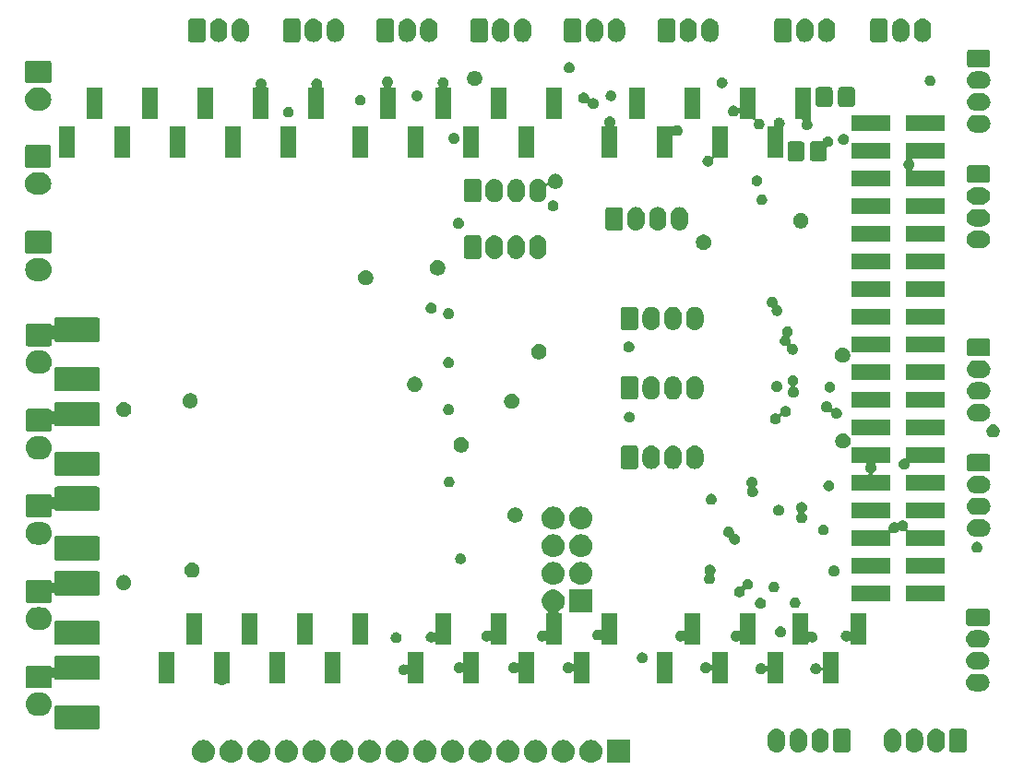
<source format=gbr>
G04 #@! TF.GenerationSoftware,KiCad,Pcbnew,(5.1.4)-1*
G04 #@! TF.CreationDate,2019-12-15T21:47:06+01:00*
G04 #@! TF.ProjectId,mainboard,6d61696e-626f-4617-9264-2e6b69636164,1.0*
G04 #@! TF.SameCoordinates,Original*
G04 #@! TF.FileFunction,Soldermask,Bot*
G04 #@! TF.FilePolarity,Negative*
%FSLAX46Y46*%
G04 Gerber Fmt 4.6, Leading zero omitted, Abs format (unit mm)*
G04 Created by KiCad (PCBNEW (5.1.4)-1) date 2019-12-15 21:47:06*
%MOMM*%
%LPD*%
G04 APERTURE LIST*
%ADD10C,0.100000*%
G04 APERTURE END LIST*
D10*
G36*
X165277000Y-132051000D02*
G01*
X163177000Y-132051000D01*
X163177000Y-129951000D01*
X165277000Y-129951000D01*
X165277000Y-132051000D01*
X165277000Y-132051000D01*
G37*
G36*
X144035707Y-129958596D02*
G01*
X144112836Y-129966193D01*
X144310762Y-130026233D01*
X144310765Y-130026234D01*
X144493170Y-130123732D01*
X144653055Y-130254945D01*
X144784268Y-130414830D01*
X144881766Y-130597235D01*
X144881767Y-130597238D01*
X144941807Y-130795164D01*
X144962080Y-131001000D01*
X144941807Y-131206836D01*
X144881767Y-131404762D01*
X144881766Y-131404765D01*
X144784268Y-131587170D01*
X144653055Y-131747055D01*
X144493170Y-131878268D01*
X144310765Y-131975766D01*
X144310762Y-131975767D01*
X144112836Y-132035807D01*
X144035707Y-132043403D01*
X143958580Y-132051000D01*
X143855420Y-132051000D01*
X143778293Y-132043403D01*
X143701164Y-132035807D01*
X143503238Y-131975767D01*
X143503235Y-131975766D01*
X143320830Y-131878268D01*
X143160945Y-131747055D01*
X143029732Y-131587170D01*
X142932234Y-131404765D01*
X142932233Y-131404762D01*
X142872193Y-131206836D01*
X142851920Y-131001000D01*
X142872193Y-130795164D01*
X142932233Y-130597238D01*
X142932234Y-130597235D01*
X143029732Y-130414830D01*
X143160945Y-130254945D01*
X143320830Y-130123732D01*
X143503235Y-130026234D01*
X143503238Y-130026233D01*
X143701164Y-129966193D01*
X143778293Y-129958596D01*
X143855420Y-129951000D01*
X143958580Y-129951000D01*
X144035707Y-129958596D01*
X144035707Y-129958596D01*
G37*
G36*
X126255707Y-129958596D02*
G01*
X126332836Y-129966193D01*
X126530762Y-130026233D01*
X126530765Y-130026234D01*
X126713170Y-130123732D01*
X126873055Y-130254945D01*
X127004268Y-130414830D01*
X127101766Y-130597235D01*
X127101767Y-130597238D01*
X127161807Y-130795164D01*
X127182080Y-131001000D01*
X127161807Y-131206836D01*
X127101767Y-131404762D01*
X127101766Y-131404765D01*
X127004268Y-131587170D01*
X126873055Y-131747055D01*
X126713170Y-131878268D01*
X126530765Y-131975766D01*
X126530762Y-131975767D01*
X126332836Y-132035807D01*
X126255707Y-132043403D01*
X126178580Y-132051000D01*
X126075420Y-132051000D01*
X125998293Y-132043403D01*
X125921164Y-132035807D01*
X125723238Y-131975767D01*
X125723235Y-131975766D01*
X125540830Y-131878268D01*
X125380945Y-131747055D01*
X125249732Y-131587170D01*
X125152234Y-131404765D01*
X125152233Y-131404762D01*
X125092193Y-131206836D01*
X125071920Y-131001000D01*
X125092193Y-130795164D01*
X125152233Y-130597238D01*
X125152234Y-130597235D01*
X125249732Y-130414830D01*
X125380945Y-130254945D01*
X125540830Y-130123732D01*
X125723235Y-130026234D01*
X125723238Y-130026233D01*
X125921164Y-129966193D01*
X125998293Y-129958596D01*
X126075420Y-129951000D01*
X126178580Y-129951000D01*
X126255707Y-129958596D01*
X126255707Y-129958596D01*
G37*
G36*
X128795707Y-129958596D02*
G01*
X128872836Y-129966193D01*
X129070762Y-130026233D01*
X129070765Y-130026234D01*
X129253170Y-130123732D01*
X129413055Y-130254945D01*
X129544268Y-130414830D01*
X129641766Y-130597235D01*
X129641767Y-130597238D01*
X129701807Y-130795164D01*
X129722080Y-131001000D01*
X129701807Y-131206836D01*
X129641767Y-131404762D01*
X129641766Y-131404765D01*
X129544268Y-131587170D01*
X129413055Y-131747055D01*
X129253170Y-131878268D01*
X129070765Y-131975766D01*
X129070762Y-131975767D01*
X128872836Y-132035807D01*
X128795707Y-132043403D01*
X128718580Y-132051000D01*
X128615420Y-132051000D01*
X128538293Y-132043403D01*
X128461164Y-132035807D01*
X128263238Y-131975767D01*
X128263235Y-131975766D01*
X128080830Y-131878268D01*
X127920945Y-131747055D01*
X127789732Y-131587170D01*
X127692234Y-131404765D01*
X127692233Y-131404762D01*
X127632193Y-131206836D01*
X127611920Y-131001000D01*
X127632193Y-130795164D01*
X127692233Y-130597238D01*
X127692234Y-130597235D01*
X127789732Y-130414830D01*
X127920945Y-130254945D01*
X128080830Y-130123732D01*
X128263235Y-130026234D01*
X128263238Y-130026233D01*
X128461164Y-129966193D01*
X128538293Y-129958596D01*
X128615420Y-129951000D01*
X128718580Y-129951000D01*
X128795707Y-129958596D01*
X128795707Y-129958596D01*
G37*
G36*
X131335707Y-129958596D02*
G01*
X131412836Y-129966193D01*
X131610762Y-130026233D01*
X131610765Y-130026234D01*
X131793170Y-130123732D01*
X131953055Y-130254945D01*
X132084268Y-130414830D01*
X132181766Y-130597235D01*
X132181767Y-130597238D01*
X132241807Y-130795164D01*
X132262080Y-131001000D01*
X132241807Y-131206836D01*
X132181767Y-131404762D01*
X132181766Y-131404765D01*
X132084268Y-131587170D01*
X131953055Y-131747055D01*
X131793170Y-131878268D01*
X131610765Y-131975766D01*
X131610762Y-131975767D01*
X131412836Y-132035807D01*
X131335707Y-132043403D01*
X131258580Y-132051000D01*
X131155420Y-132051000D01*
X131078293Y-132043403D01*
X131001164Y-132035807D01*
X130803238Y-131975767D01*
X130803235Y-131975766D01*
X130620830Y-131878268D01*
X130460945Y-131747055D01*
X130329732Y-131587170D01*
X130232234Y-131404765D01*
X130232233Y-131404762D01*
X130172193Y-131206836D01*
X130151920Y-131001000D01*
X130172193Y-130795164D01*
X130232233Y-130597238D01*
X130232234Y-130597235D01*
X130329732Y-130414830D01*
X130460945Y-130254945D01*
X130620830Y-130123732D01*
X130803235Y-130026234D01*
X130803238Y-130026233D01*
X131001164Y-129966193D01*
X131078293Y-129958596D01*
X131155420Y-129951000D01*
X131258580Y-129951000D01*
X131335707Y-129958596D01*
X131335707Y-129958596D01*
G37*
G36*
X133875707Y-129958596D02*
G01*
X133952836Y-129966193D01*
X134150762Y-130026233D01*
X134150765Y-130026234D01*
X134333170Y-130123732D01*
X134493055Y-130254945D01*
X134624268Y-130414830D01*
X134721766Y-130597235D01*
X134721767Y-130597238D01*
X134781807Y-130795164D01*
X134802080Y-131001000D01*
X134781807Y-131206836D01*
X134721767Y-131404762D01*
X134721766Y-131404765D01*
X134624268Y-131587170D01*
X134493055Y-131747055D01*
X134333170Y-131878268D01*
X134150765Y-131975766D01*
X134150762Y-131975767D01*
X133952836Y-132035807D01*
X133875707Y-132043403D01*
X133798580Y-132051000D01*
X133695420Y-132051000D01*
X133618293Y-132043403D01*
X133541164Y-132035807D01*
X133343238Y-131975767D01*
X133343235Y-131975766D01*
X133160830Y-131878268D01*
X133000945Y-131747055D01*
X132869732Y-131587170D01*
X132772234Y-131404765D01*
X132772233Y-131404762D01*
X132712193Y-131206836D01*
X132691920Y-131001000D01*
X132712193Y-130795164D01*
X132772233Y-130597238D01*
X132772234Y-130597235D01*
X132869732Y-130414830D01*
X133000945Y-130254945D01*
X133160830Y-130123732D01*
X133343235Y-130026234D01*
X133343238Y-130026233D01*
X133541164Y-129966193D01*
X133618293Y-129958596D01*
X133695420Y-129951000D01*
X133798580Y-129951000D01*
X133875707Y-129958596D01*
X133875707Y-129958596D01*
G37*
G36*
X136415707Y-129958596D02*
G01*
X136492836Y-129966193D01*
X136690762Y-130026233D01*
X136690765Y-130026234D01*
X136873170Y-130123732D01*
X137033055Y-130254945D01*
X137164268Y-130414830D01*
X137261766Y-130597235D01*
X137261767Y-130597238D01*
X137321807Y-130795164D01*
X137342080Y-131001000D01*
X137321807Y-131206836D01*
X137261767Y-131404762D01*
X137261766Y-131404765D01*
X137164268Y-131587170D01*
X137033055Y-131747055D01*
X136873170Y-131878268D01*
X136690765Y-131975766D01*
X136690762Y-131975767D01*
X136492836Y-132035807D01*
X136415707Y-132043403D01*
X136338580Y-132051000D01*
X136235420Y-132051000D01*
X136158293Y-132043403D01*
X136081164Y-132035807D01*
X135883238Y-131975767D01*
X135883235Y-131975766D01*
X135700830Y-131878268D01*
X135540945Y-131747055D01*
X135409732Y-131587170D01*
X135312234Y-131404765D01*
X135312233Y-131404762D01*
X135252193Y-131206836D01*
X135231920Y-131001000D01*
X135252193Y-130795164D01*
X135312233Y-130597238D01*
X135312234Y-130597235D01*
X135409732Y-130414830D01*
X135540945Y-130254945D01*
X135700830Y-130123732D01*
X135883235Y-130026234D01*
X135883238Y-130026233D01*
X136081164Y-129966193D01*
X136158293Y-129958596D01*
X136235420Y-129951000D01*
X136338580Y-129951000D01*
X136415707Y-129958596D01*
X136415707Y-129958596D01*
G37*
G36*
X138955707Y-129958596D02*
G01*
X139032836Y-129966193D01*
X139230762Y-130026233D01*
X139230765Y-130026234D01*
X139413170Y-130123732D01*
X139573055Y-130254945D01*
X139704268Y-130414830D01*
X139801766Y-130597235D01*
X139801767Y-130597238D01*
X139861807Y-130795164D01*
X139882080Y-131001000D01*
X139861807Y-131206836D01*
X139801767Y-131404762D01*
X139801766Y-131404765D01*
X139704268Y-131587170D01*
X139573055Y-131747055D01*
X139413170Y-131878268D01*
X139230765Y-131975766D01*
X139230762Y-131975767D01*
X139032836Y-132035807D01*
X138955707Y-132043403D01*
X138878580Y-132051000D01*
X138775420Y-132051000D01*
X138698293Y-132043403D01*
X138621164Y-132035807D01*
X138423238Y-131975767D01*
X138423235Y-131975766D01*
X138240830Y-131878268D01*
X138080945Y-131747055D01*
X137949732Y-131587170D01*
X137852234Y-131404765D01*
X137852233Y-131404762D01*
X137792193Y-131206836D01*
X137771920Y-131001000D01*
X137792193Y-130795164D01*
X137852233Y-130597238D01*
X137852234Y-130597235D01*
X137949732Y-130414830D01*
X138080945Y-130254945D01*
X138240830Y-130123732D01*
X138423235Y-130026234D01*
X138423238Y-130026233D01*
X138621164Y-129966193D01*
X138698293Y-129958596D01*
X138775420Y-129951000D01*
X138878580Y-129951000D01*
X138955707Y-129958596D01*
X138955707Y-129958596D01*
G37*
G36*
X141495707Y-129958596D02*
G01*
X141572836Y-129966193D01*
X141770762Y-130026233D01*
X141770765Y-130026234D01*
X141953170Y-130123732D01*
X142113055Y-130254945D01*
X142244268Y-130414830D01*
X142341766Y-130597235D01*
X142341767Y-130597238D01*
X142401807Y-130795164D01*
X142422080Y-131001000D01*
X142401807Y-131206836D01*
X142341767Y-131404762D01*
X142341766Y-131404765D01*
X142244268Y-131587170D01*
X142113055Y-131747055D01*
X141953170Y-131878268D01*
X141770765Y-131975766D01*
X141770762Y-131975767D01*
X141572836Y-132035807D01*
X141495707Y-132043403D01*
X141418580Y-132051000D01*
X141315420Y-132051000D01*
X141238293Y-132043403D01*
X141161164Y-132035807D01*
X140963238Y-131975767D01*
X140963235Y-131975766D01*
X140780830Y-131878268D01*
X140620945Y-131747055D01*
X140489732Y-131587170D01*
X140392234Y-131404765D01*
X140392233Y-131404762D01*
X140332193Y-131206836D01*
X140311920Y-131001000D01*
X140332193Y-130795164D01*
X140392233Y-130597238D01*
X140392234Y-130597235D01*
X140489732Y-130414830D01*
X140620945Y-130254945D01*
X140780830Y-130123732D01*
X140963235Y-130026234D01*
X140963238Y-130026233D01*
X141161164Y-129966193D01*
X141238293Y-129958596D01*
X141315420Y-129951000D01*
X141418580Y-129951000D01*
X141495707Y-129958596D01*
X141495707Y-129958596D01*
G37*
G36*
X146575707Y-129958596D02*
G01*
X146652836Y-129966193D01*
X146850762Y-130026233D01*
X146850765Y-130026234D01*
X147033170Y-130123732D01*
X147193055Y-130254945D01*
X147324268Y-130414830D01*
X147421766Y-130597235D01*
X147421767Y-130597238D01*
X147481807Y-130795164D01*
X147502080Y-131001000D01*
X147481807Y-131206836D01*
X147421767Y-131404762D01*
X147421766Y-131404765D01*
X147324268Y-131587170D01*
X147193055Y-131747055D01*
X147033170Y-131878268D01*
X146850765Y-131975766D01*
X146850762Y-131975767D01*
X146652836Y-132035807D01*
X146575707Y-132043403D01*
X146498580Y-132051000D01*
X146395420Y-132051000D01*
X146318293Y-132043403D01*
X146241164Y-132035807D01*
X146043238Y-131975767D01*
X146043235Y-131975766D01*
X145860830Y-131878268D01*
X145700945Y-131747055D01*
X145569732Y-131587170D01*
X145472234Y-131404765D01*
X145472233Y-131404762D01*
X145412193Y-131206836D01*
X145391920Y-131001000D01*
X145412193Y-130795164D01*
X145472233Y-130597238D01*
X145472234Y-130597235D01*
X145569732Y-130414830D01*
X145700945Y-130254945D01*
X145860830Y-130123732D01*
X146043235Y-130026234D01*
X146043238Y-130026233D01*
X146241164Y-129966193D01*
X146318293Y-129958596D01*
X146395420Y-129951000D01*
X146498580Y-129951000D01*
X146575707Y-129958596D01*
X146575707Y-129958596D01*
G37*
G36*
X149115707Y-129958596D02*
G01*
X149192836Y-129966193D01*
X149390762Y-130026233D01*
X149390765Y-130026234D01*
X149573170Y-130123732D01*
X149733055Y-130254945D01*
X149864268Y-130414830D01*
X149961766Y-130597235D01*
X149961767Y-130597238D01*
X150021807Y-130795164D01*
X150042080Y-131001000D01*
X150021807Y-131206836D01*
X149961767Y-131404762D01*
X149961766Y-131404765D01*
X149864268Y-131587170D01*
X149733055Y-131747055D01*
X149573170Y-131878268D01*
X149390765Y-131975766D01*
X149390762Y-131975767D01*
X149192836Y-132035807D01*
X149115707Y-132043403D01*
X149038580Y-132051000D01*
X148935420Y-132051000D01*
X148858293Y-132043403D01*
X148781164Y-132035807D01*
X148583238Y-131975767D01*
X148583235Y-131975766D01*
X148400830Y-131878268D01*
X148240945Y-131747055D01*
X148109732Y-131587170D01*
X148012234Y-131404765D01*
X148012233Y-131404762D01*
X147952193Y-131206836D01*
X147931920Y-131001000D01*
X147952193Y-130795164D01*
X148012233Y-130597238D01*
X148012234Y-130597235D01*
X148109732Y-130414830D01*
X148240945Y-130254945D01*
X148400830Y-130123732D01*
X148583235Y-130026234D01*
X148583238Y-130026233D01*
X148781164Y-129966193D01*
X148858293Y-129958596D01*
X148935420Y-129951000D01*
X149038580Y-129951000D01*
X149115707Y-129958596D01*
X149115707Y-129958596D01*
G37*
G36*
X151655707Y-129958596D02*
G01*
X151732836Y-129966193D01*
X151930762Y-130026233D01*
X151930765Y-130026234D01*
X152113170Y-130123732D01*
X152273055Y-130254945D01*
X152404268Y-130414830D01*
X152501766Y-130597235D01*
X152501767Y-130597238D01*
X152561807Y-130795164D01*
X152582080Y-131001000D01*
X152561807Y-131206836D01*
X152501767Y-131404762D01*
X152501766Y-131404765D01*
X152404268Y-131587170D01*
X152273055Y-131747055D01*
X152113170Y-131878268D01*
X151930765Y-131975766D01*
X151930762Y-131975767D01*
X151732836Y-132035807D01*
X151655707Y-132043403D01*
X151578580Y-132051000D01*
X151475420Y-132051000D01*
X151398293Y-132043403D01*
X151321164Y-132035807D01*
X151123238Y-131975767D01*
X151123235Y-131975766D01*
X150940830Y-131878268D01*
X150780945Y-131747055D01*
X150649732Y-131587170D01*
X150552234Y-131404765D01*
X150552233Y-131404762D01*
X150492193Y-131206836D01*
X150471920Y-131001000D01*
X150492193Y-130795164D01*
X150552233Y-130597238D01*
X150552234Y-130597235D01*
X150649732Y-130414830D01*
X150780945Y-130254945D01*
X150940830Y-130123732D01*
X151123235Y-130026234D01*
X151123238Y-130026233D01*
X151321164Y-129966193D01*
X151398293Y-129958596D01*
X151475420Y-129951000D01*
X151578580Y-129951000D01*
X151655707Y-129958596D01*
X151655707Y-129958596D01*
G37*
G36*
X154195707Y-129958596D02*
G01*
X154272836Y-129966193D01*
X154470762Y-130026233D01*
X154470765Y-130026234D01*
X154653170Y-130123732D01*
X154813055Y-130254945D01*
X154944268Y-130414830D01*
X155041766Y-130597235D01*
X155041767Y-130597238D01*
X155101807Y-130795164D01*
X155122080Y-131001000D01*
X155101807Y-131206836D01*
X155041767Y-131404762D01*
X155041766Y-131404765D01*
X154944268Y-131587170D01*
X154813055Y-131747055D01*
X154653170Y-131878268D01*
X154470765Y-131975766D01*
X154470762Y-131975767D01*
X154272836Y-132035807D01*
X154195707Y-132043403D01*
X154118580Y-132051000D01*
X154015420Y-132051000D01*
X153938293Y-132043403D01*
X153861164Y-132035807D01*
X153663238Y-131975767D01*
X153663235Y-131975766D01*
X153480830Y-131878268D01*
X153320945Y-131747055D01*
X153189732Y-131587170D01*
X153092234Y-131404765D01*
X153092233Y-131404762D01*
X153032193Y-131206836D01*
X153011920Y-131001000D01*
X153032193Y-130795164D01*
X153092233Y-130597238D01*
X153092234Y-130597235D01*
X153189732Y-130414830D01*
X153320945Y-130254945D01*
X153480830Y-130123732D01*
X153663235Y-130026234D01*
X153663238Y-130026233D01*
X153861164Y-129966193D01*
X153938293Y-129958596D01*
X154015420Y-129951000D01*
X154118580Y-129951000D01*
X154195707Y-129958596D01*
X154195707Y-129958596D01*
G37*
G36*
X156735707Y-129958596D02*
G01*
X156812836Y-129966193D01*
X157010762Y-130026233D01*
X157010765Y-130026234D01*
X157193170Y-130123732D01*
X157353055Y-130254945D01*
X157484268Y-130414830D01*
X157581766Y-130597235D01*
X157581767Y-130597238D01*
X157641807Y-130795164D01*
X157662080Y-131001000D01*
X157641807Y-131206836D01*
X157581767Y-131404762D01*
X157581766Y-131404765D01*
X157484268Y-131587170D01*
X157353055Y-131747055D01*
X157193170Y-131878268D01*
X157010765Y-131975766D01*
X157010762Y-131975767D01*
X156812836Y-132035807D01*
X156735707Y-132043403D01*
X156658580Y-132051000D01*
X156555420Y-132051000D01*
X156478293Y-132043403D01*
X156401164Y-132035807D01*
X156203238Y-131975767D01*
X156203235Y-131975766D01*
X156020830Y-131878268D01*
X155860945Y-131747055D01*
X155729732Y-131587170D01*
X155632234Y-131404765D01*
X155632233Y-131404762D01*
X155572193Y-131206836D01*
X155551920Y-131001000D01*
X155572193Y-130795164D01*
X155632233Y-130597238D01*
X155632234Y-130597235D01*
X155729732Y-130414830D01*
X155860945Y-130254945D01*
X156020830Y-130123732D01*
X156203235Y-130026234D01*
X156203238Y-130026233D01*
X156401164Y-129966193D01*
X156478293Y-129958596D01*
X156555420Y-129951000D01*
X156658580Y-129951000D01*
X156735707Y-129958596D01*
X156735707Y-129958596D01*
G37*
G36*
X159275707Y-129958596D02*
G01*
X159352836Y-129966193D01*
X159550762Y-130026233D01*
X159550765Y-130026234D01*
X159733170Y-130123732D01*
X159893055Y-130254945D01*
X160024268Y-130414830D01*
X160121766Y-130597235D01*
X160121767Y-130597238D01*
X160181807Y-130795164D01*
X160202080Y-131001000D01*
X160181807Y-131206836D01*
X160121767Y-131404762D01*
X160121766Y-131404765D01*
X160024268Y-131587170D01*
X159893055Y-131747055D01*
X159733170Y-131878268D01*
X159550765Y-131975766D01*
X159550762Y-131975767D01*
X159352836Y-132035807D01*
X159275707Y-132043403D01*
X159198580Y-132051000D01*
X159095420Y-132051000D01*
X159018293Y-132043403D01*
X158941164Y-132035807D01*
X158743238Y-131975767D01*
X158743235Y-131975766D01*
X158560830Y-131878268D01*
X158400945Y-131747055D01*
X158269732Y-131587170D01*
X158172234Y-131404765D01*
X158172233Y-131404762D01*
X158112193Y-131206836D01*
X158091920Y-131001000D01*
X158112193Y-130795164D01*
X158172233Y-130597238D01*
X158172234Y-130597235D01*
X158269732Y-130414830D01*
X158400945Y-130254945D01*
X158560830Y-130123732D01*
X158743235Y-130026234D01*
X158743238Y-130026233D01*
X158941164Y-129966193D01*
X159018293Y-129958596D01*
X159095420Y-129951000D01*
X159198580Y-129951000D01*
X159275707Y-129958596D01*
X159275707Y-129958596D01*
G37*
G36*
X161815707Y-129958596D02*
G01*
X161892836Y-129966193D01*
X162090762Y-130026233D01*
X162090765Y-130026234D01*
X162273170Y-130123732D01*
X162433055Y-130254945D01*
X162564268Y-130414830D01*
X162661766Y-130597235D01*
X162661767Y-130597238D01*
X162721807Y-130795164D01*
X162742080Y-131001000D01*
X162721807Y-131206836D01*
X162661767Y-131404762D01*
X162661766Y-131404765D01*
X162564268Y-131587170D01*
X162433055Y-131747055D01*
X162273170Y-131878268D01*
X162090765Y-131975766D01*
X162090762Y-131975767D01*
X161892836Y-132035807D01*
X161815707Y-132043403D01*
X161738580Y-132051000D01*
X161635420Y-132051000D01*
X161558293Y-132043403D01*
X161481164Y-132035807D01*
X161283238Y-131975767D01*
X161283235Y-131975766D01*
X161100830Y-131878268D01*
X160940945Y-131747055D01*
X160809732Y-131587170D01*
X160712234Y-131404765D01*
X160712233Y-131404762D01*
X160652193Y-131206836D01*
X160631920Y-131001000D01*
X160652193Y-130795164D01*
X160712233Y-130597238D01*
X160712234Y-130597235D01*
X160809732Y-130414830D01*
X160940945Y-130254945D01*
X161100830Y-130123732D01*
X161283235Y-130026234D01*
X161283238Y-130026233D01*
X161481164Y-129966193D01*
X161558293Y-129958596D01*
X161635420Y-129951000D01*
X161738580Y-129951000D01*
X161815707Y-129958596D01*
X161815707Y-129958596D01*
G37*
G36*
X180883827Y-128937576D02*
G01*
X181034628Y-128983321D01*
X181034630Y-128983322D01*
X181173605Y-129057606D01*
X181208949Y-129086612D01*
X181295422Y-129157578D01*
X181395393Y-129279394D01*
X181469679Y-129418372D01*
X181515424Y-129569173D01*
X181527000Y-129686707D01*
X181527000Y-130315293D01*
X181515424Y-130432827D01*
X181469679Y-130583627D01*
X181469678Y-130583630D01*
X181395395Y-130722604D01*
X181395393Y-130722606D01*
X181295422Y-130844422D01*
X181193466Y-130928094D01*
X181173604Y-130944394D01*
X181067702Y-131001000D01*
X181034627Y-131018679D01*
X180883826Y-131064424D01*
X180727000Y-131079870D01*
X180570173Y-131064424D01*
X180419372Y-131018679D01*
X180386297Y-131001000D01*
X180280395Y-130944394D01*
X180244594Y-130915013D01*
X180158578Y-130844422D01*
X180058607Y-130722605D01*
X179984321Y-130583627D01*
X179938576Y-130432826D01*
X179927000Y-130315292D01*
X179927000Y-129686707D01*
X179938576Y-129569173D01*
X179984321Y-129418372D01*
X180058607Y-129279395D01*
X180058608Y-129279393D01*
X180158579Y-129157578D01*
X180280396Y-129057606D01*
X180419371Y-128983322D01*
X180419373Y-128983321D01*
X180570174Y-128937576D01*
X180727000Y-128922130D01*
X180883827Y-128937576D01*
X180883827Y-128937576D01*
G37*
G36*
X191533827Y-128937576D02*
G01*
X191684628Y-128983321D01*
X191684630Y-128983322D01*
X191823605Y-129057606D01*
X191858949Y-129086612D01*
X191945422Y-129157578D01*
X192045393Y-129279394D01*
X192119679Y-129418372D01*
X192165424Y-129569173D01*
X192177000Y-129686707D01*
X192177000Y-130315293D01*
X192165424Y-130432827D01*
X192119679Y-130583627D01*
X192119678Y-130583630D01*
X192045395Y-130722604D01*
X192045393Y-130722606D01*
X191945422Y-130844422D01*
X191843466Y-130928094D01*
X191823604Y-130944394D01*
X191717702Y-131001000D01*
X191684627Y-131018679D01*
X191533826Y-131064424D01*
X191377000Y-131079870D01*
X191220173Y-131064424D01*
X191069372Y-131018679D01*
X191036297Y-131001000D01*
X190930395Y-130944394D01*
X190894594Y-130915013D01*
X190808578Y-130844422D01*
X190708607Y-130722605D01*
X190634321Y-130583627D01*
X190588576Y-130432826D01*
X190577000Y-130315292D01*
X190577000Y-129686707D01*
X190588576Y-129569173D01*
X190634321Y-129418372D01*
X190708607Y-129279395D01*
X190708608Y-129279393D01*
X190808579Y-129157578D01*
X190930396Y-129057606D01*
X191069371Y-128983322D01*
X191069373Y-128983321D01*
X191220174Y-128937576D01*
X191377000Y-128922130D01*
X191533827Y-128937576D01*
X191533827Y-128937576D01*
G37*
G36*
X193533827Y-128937576D02*
G01*
X193684628Y-128983321D01*
X193684630Y-128983322D01*
X193823605Y-129057606D01*
X193858949Y-129086612D01*
X193945422Y-129157578D01*
X194045393Y-129279394D01*
X194119679Y-129418372D01*
X194165424Y-129569173D01*
X194177000Y-129686707D01*
X194177000Y-130315293D01*
X194165424Y-130432827D01*
X194119679Y-130583627D01*
X194119678Y-130583630D01*
X194045395Y-130722604D01*
X194045393Y-130722606D01*
X193945422Y-130844422D01*
X193843466Y-130928094D01*
X193823604Y-130944394D01*
X193717702Y-131001000D01*
X193684627Y-131018679D01*
X193533826Y-131064424D01*
X193377000Y-131079870D01*
X193220173Y-131064424D01*
X193069372Y-131018679D01*
X193036297Y-131001000D01*
X192930395Y-130944394D01*
X192894594Y-130915013D01*
X192808578Y-130844422D01*
X192708607Y-130722605D01*
X192634321Y-130583627D01*
X192588576Y-130432826D01*
X192577000Y-130315292D01*
X192577000Y-129686707D01*
X192588576Y-129569173D01*
X192634321Y-129418372D01*
X192708607Y-129279395D01*
X192708608Y-129279393D01*
X192808579Y-129157578D01*
X192930396Y-129057606D01*
X193069371Y-128983322D01*
X193069373Y-128983321D01*
X193220174Y-128937576D01*
X193377000Y-128922130D01*
X193533827Y-128937576D01*
X193533827Y-128937576D01*
G37*
G36*
X189533827Y-128937576D02*
G01*
X189684628Y-128983321D01*
X189684630Y-128983322D01*
X189823605Y-129057606D01*
X189858949Y-129086612D01*
X189945422Y-129157578D01*
X190045393Y-129279394D01*
X190119679Y-129418372D01*
X190165424Y-129569173D01*
X190177000Y-129686707D01*
X190177000Y-130315293D01*
X190165424Y-130432827D01*
X190119679Y-130583627D01*
X190119678Y-130583630D01*
X190045395Y-130722604D01*
X190045393Y-130722606D01*
X189945422Y-130844422D01*
X189843466Y-130928094D01*
X189823604Y-130944394D01*
X189717702Y-131001000D01*
X189684627Y-131018679D01*
X189533826Y-131064424D01*
X189377000Y-131079870D01*
X189220173Y-131064424D01*
X189069372Y-131018679D01*
X189036297Y-131001000D01*
X188930395Y-130944394D01*
X188894594Y-130915013D01*
X188808578Y-130844422D01*
X188708607Y-130722605D01*
X188634321Y-130583627D01*
X188588576Y-130432826D01*
X188577000Y-130315292D01*
X188577000Y-129686707D01*
X188588576Y-129569173D01*
X188634321Y-129418372D01*
X188708607Y-129279395D01*
X188708608Y-129279393D01*
X188808579Y-129157578D01*
X188930396Y-129057606D01*
X189069371Y-128983322D01*
X189069373Y-128983321D01*
X189220174Y-128937576D01*
X189377000Y-128922130D01*
X189533827Y-128937576D01*
X189533827Y-128937576D01*
G37*
G36*
X178883827Y-128937576D02*
G01*
X179034628Y-128983321D01*
X179034630Y-128983322D01*
X179173605Y-129057606D01*
X179208949Y-129086612D01*
X179295422Y-129157578D01*
X179395393Y-129279394D01*
X179469679Y-129418372D01*
X179515424Y-129569173D01*
X179527000Y-129686707D01*
X179527000Y-130315293D01*
X179515424Y-130432827D01*
X179469679Y-130583627D01*
X179469678Y-130583630D01*
X179395395Y-130722604D01*
X179395393Y-130722606D01*
X179295422Y-130844422D01*
X179193466Y-130928094D01*
X179173604Y-130944394D01*
X179067702Y-131001000D01*
X179034627Y-131018679D01*
X178883826Y-131064424D01*
X178727000Y-131079870D01*
X178570173Y-131064424D01*
X178419372Y-131018679D01*
X178386297Y-131001000D01*
X178280395Y-130944394D01*
X178244594Y-130915013D01*
X178158578Y-130844422D01*
X178058607Y-130722605D01*
X177984321Y-130583627D01*
X177938576Y-130432826D01*
X177927000Y-130315292D01*
X177927000Y-129686707D01*
X177938576Y-129569173D01*
X177984321Y-129418372D01*
X178058607Y-129279395D01*
X178058608Y-129279393D01*
X178158579Y-129157578D01*
X178280396Y-129057606D01*
X178419371Y-128983322D01*
X178419373Y-128983321D01*
X178570174Y-128937576D01*
X178727000Y-128922130D01*
X178883827Y-128937576D01*
X178883827Y-128937576D01*
G37*
G36*
X182883827Y-128937576D02*
G01*
X183034628Y-128983321D01*
X183034630Y-128983322D01*
X183173605Y-129057606D01*
X183208949Y-129086612D01*
X183295422Y-129157578D01*
X183395393Y-129279394D01*
X183469679Y-129418372D01*
X183515424Y-129569173D01*
X183527000Y-129686707D01*
X183527000Y-130315293D01*
X183515424Y-130432827D01*
X183469679Y-130583627D01*
X183469678Y-130583630D01*
X183395395Y-130722604D01*
X183395393Y-130722606D01*
X183295422Y-130844422D01*
X183193466Y-130928094D01*
X183173604Y-130944394D01*
X183067702Y-131001000D01*
X183034627Y-131018679D01*
X182883826Y-131064424D01*
X182727000Y-131079870D01*
X182570173Y-131064424D01*
X182419372Y-131018679D01*
X182386297Y-131001000D01*
X182280395Y-130944394D01*
X182244594Y-130915013D01*
X182158578Y-130844422D01*
X182058607Y-130722605D01*
X181984321Y-130583627D01*
X181938576Y-130432826D01*
X181927000Y-130315292D01*
X181927000Y-129686707D01*
X181938576Y-129569173D01*
X181984321Y-129418372D01*
X182058607Y-129279395D01*
X182058608Y-129279393D01*
X182158579Y-129157578D01*
X182280396Y-129057606D01*
X182419371Y-128983322D01*
X182419373Y-128983321D01*
X182570174Y-128937576D01*
X182727000Y-128922130D01*
X182883827Y-128937576D01*
X182883827Y-128937576D01*
G37*
G36*
X195967765Y-128931585D02*
G01*
X196016388Y-128946335D01*
X196061204Y-128970289D01*
X196100479Y-129002521D01*
X196132711Y-129041796D01*
X196156665Y-129086612D01*
X196171415Y-129135235D01*
X196177000Y-129191940D01*
X196177000Y-130810060D01*
X196171415Y-130866765D01*
X196156665Y-130915388D01*
X196132711Y-130960204D01*
X196100479Y-130999479D01*
X196061204Y-131031711D01*
X196016388Y-131055665D01*
X195967765Y-131070415D01*
X195911060Y-131076000D01*
X194842940Y-131076000D01*
X194786235Y-131070415D01*
X194737612Y-131055665D01*
X194692796Y-131031711D01*
X194653521Y-130999479D01*
X194621289Y-130960204D01*
X194597335Y-130915388D01*
X194582585Y-130866765D01*
X194577000Y-130810060D01*
X194577000Y-129191940D01*
X194582585Y-129135235D01*
X194597335Y-129086612D01*
X194621289Y-129041796D01*
X194653521Y-129002521D01*
X194692796Y-128970289D01*
X194737612Y-128946335D01*
X194786235Y-128931585D01*
X194842940Y-128926000D01*
X195911060Y-128926000D01*
X195967765Y-128931585D01*
X195967765Y-128931585D01*
G37*
G36*
X185317269Y-128931597D02*
G01*
X185366013Y-128946383D01*
X185410926Y-128970390D01*
X185450299Y-129002701D01*
X185482610Y-129042074D01*
X185506617Y-129086987D01*
X185521403Y-129135731D01*
X185527000Y-129192557D01*
X185527000Y-130809443D01*
X185521403Y-130866269D01*
X185506617Y-130915013D01*
X185482610Y-130959926D01*
X185450299Y-130999299D01*
X185410926Y-131031610D01*
X185366013Y-131055617D01*
X185317269Y-131070403D01*
X185260443Y-131076000D01*
X184193557Y-131076000D01*
X184136731Y-131070403D01*
X184087987Y-131055617D01*
X184043074Y-131031610D01*
X184003701Y-130999299D01*
X183971390Y-130959926D01*
X183947383Y-130915013D01*
X183932597Y-130866269D01*
X183927000Y-130809443D01*
X183927000Y-129192557D01*
X183932597Y-129135731D01*
X183947383Y-129086987D01*
X183971390Y-129042074D01*
X184003701Y-129002701D01*
X184043074Y-128970390D01*
X184087987Y-128946383D01*
X184136731Y-128931597D01*
X184193557Y-128926000D01*
X185260443Y-128926000D01*
X185317269Y-128931597D01*
X185317269Y-128931597D01*
G37*
G36*
X116430565Y-126755682D02*
G01*
X116470380Y-126767760D01*
X116507073Y-126787373D01*
X116539234Y-126813766D01*
X116565627Y-126845927D01*
X116585240Y-126882620D01*
X116597318Y-126922435D01*
X116602000Y-126969976D01*
X116602000Y-128782024D01*
X116597318Y-128829565D01*
X116585240Y-128869380D01*
X116565627Y-128906073D01*
X116539234Y-128938234D01*
X116507073Y-128964627D01*
X116470380Y-128984240D01*
X116430565Y-128996318D01*
X116383024Y-129001000D01*
X112670976Y-129001000D01*
X112623435Y-128996318D01*
X112583620Y-128984240D01*
X112546927Y-128964627D01*
X112514766Y-128938234D01*
X112488373Y-128906073D01*
X112468760Y-128869380D01*
X112456682Y-128829565D01*
X112452000Y-128782024D01*
X112452000Y-126969976D01*
X112456682Y-126922435D01*
X112468760Y-126882620D01*
X112488373Y-126845927D01*
X112514766Y-126813766D01*
X112546927Y-126787373D01*
X112583620Y-126767760D01*
X112623435Y-126755682D01*
X112670976Y-126751000D01*
X116383024Y-126751000D01*
X116430565Y-126755682D01*
X116430565Y-126755682D01*
G37*
G36*
X111295707Y-125618596D02*
G01*
X111372836Y-125626193D01*
X111570762Y-125686233D01*
X111570765Y-125686234D01*
X111753170Y-125783732D01*
X111913055Y-125914945D01*
X112044268Y-126074830D01*
X112141766Y-126257235D01*
X112141767Y-126257238D01*
X112201807Y-126455164D01*
X112222080Y-126661000D01*
X112201807Y-126866836D01*
X112195954Y-126886130D01*
X112141766Y-127064765D01*
X112044268Y-127247170D01*
X111913055Y-127407055D01*
X111753170Y-127538268D01*
X111570765Y-127635766D01*
X111570762Y-127635767D01*
X111372836Y-127695807D01*
X111295707Y-127703403D01*
X111218580Y-127711000D01*
X110815420Y-127711000D01*
X110738293Y-127703403D01*
X110661164Y-127695807D01*
X110463238Y-127635767D01*
X110463235Y-127635766D01*
X110280830Y-127538268D01*
X110120945Y-127407055D01*
X109989732Y-127247170D01*
X109892234Y-127064765D01*
X109838046Y-126886130D01*
X109832193Y-126866836D01*
X109811920Y-126661000D01*
X109832193Y-126455164D01*
X109892233Y-126257238D01*
X109892234Y-126257235D01*
X109989732Y-126074830D01*
X110120945Y-125914945D01*
X110280830Y-125783732D01*
X110463235Y-125686234D01*
X110463238Y-125686233D01*
X110661164Y-125626193D01*
X110738293Y-125618596D01*
X110815420Y-125611000D01*
X111218580Y-125611000D01*
X111295707Y-125618596D01*
X111295707Y-125618596D01*
G37*
G36*
X197555471Y-123879859D02*
G01*
X197633827Y-123887576D01*
X197784628Y-123933321D01*
X197784630Y-123933322D01*
X197923605Y-124007606D01*
X198045422Y-124107578D01*
X198145394Y-124229395D01*
X198213105Y-124356073D01*
X198219679Y-124368372D01*
X198265424Y-124519173D01*
X198280870Y-124676000D01*
X198265424Y-124832827D01*
X198219679Y-124983628D01*
X198219678Y-124983630D01*
X198145394Y-125122605D01*
X198045422Y-125244422D01*
X197923605Y-125344394D01*
X197784630Y-125418678D01*
X197784628Y-125418679D01*
X197633827Y-125464424D01*
X197555471Y-125472141D01*
X197516294Y-125476000D01*
X196887706Y-125476000D01*
X196848529Y-125472141D01*
X196770173Y-125464424D01*
X196619372Y-125418679D01*
X196619370Y-125418678D01*
X196480395Y-125344394D01*
X196358578Y-125244422D01*
X196258606Y-125122605D01*
X196184322Y-124983630D01*
X196184321Y-124983628D01*
X196138576Y-124832827D01*
X196123130Y-124676000D01*
X196138576Y-124519173D01*
X196184321Y-124368372D01*
X196190895Y-124356073D01*
X196258606Y-124229395D01*
X196358578Y-124107578D01*
X196480395Y-124007606D01*
X196619370Y-123933322D01*
X196619372Y-123933321D01*
X196770173Y-123887576D01*
X196848529Y-123879859D01*
X196887706Y-123876000D01*
X197516294Y-123876000D01*
X197555471Y-123879859D01*
X197555471Y-123879859D01*
G37*
G36*
X116430565Y-122205682D02*
G01*
X116470380Y-122217760D01*
X116507073Y-122237373D01*
X116539234Y-122263766D01*
X116565627Y-122295927D01*
X116585240Y-122332620D01*
X116597318Y-122372435D01*
X116602000Y-122419976D01*
X116602000Y-124232024D01*
X116597318Y-124279565D01*
X116585240Y-124319380D01*
X116565627Y-124356073D01*
X116539234Y-124388234D01*
X116507073Y-124414627D01*
X116470380Y-124434240D01*
X116430565Y-124446318D01*
X116383024Y-124451000D01*
X112670976Y-124451000D01*
X112623435Y-124446318D01*
X112583620Y-124434240D01*
X112546927Y-124414627D01*
X112514766Y-124388234D01*
X112488373Y-124356073D01*
X112468758Y-124319377D01*
X112461615Y-124295829D01*
X112452238Y-124273190D01*
X112438624Y-124252816D01*
X112421297Y-124235489D01*
X112400923Y-124221875D01*
X112378284Y-124212498D01*
X112354251Y-124207718D01*
X112329746Y-124207718D01*
X112305713Y-124212499D01*
X112283074Y-124221876D01*
X112262700Y-124235490D01*
X112245373Y-124252817D01*
X112231759Y-124273191D01*
X112222382Y-124295830D01*
X112217000Y-124332115D01*
X112217000Y-124984273D01*
X112212169Y-125033326D01*
X112199650Y-125074596D01*
X112179319Y-125112631D01*
X112151964Y-125145964D01*
X112118631Y-125173319D01*
X112080596Y-125193650D01*
X112039326Y-125206169D01*
X111990273Y-125211000D01*
X110043727Y-125211000D01*
X109994674Y-125206169D01*
X109953404Y-125193650D01*
X109915369Y-125173319D01*
X109882036Y-125145964D01*
X109854681Y-125112631D01*
X109834350Y-125074596D01*
X109821831Y-125033326D01*
X109817000Y-124984273D01*
X109817000Y-123337727D01*
X109821831Y-123288674D01*
X109834350Y-123247404D01*
X109854681Y-123209369D01*
X109882036Y-123176036D01*
X109915369Y-123148681D01*
X109953404Y-123128350D01*
X109994674Y-123115831D01*
X110043727Y-123111000D01*
X111990273Y-123111000D01*
X112039326Y-123115831D01*
X112080596Y-123128350D01*
X112118631Y-123148681D01*
X112151964Y-123176036D01*
X112179319Y-123209369D01*
X112199652Y-123247408D01*
X112207385Y-123272901D01*
X112216762Y-123295540D01*
X112230376Y-123315914D01*
X112247703Y-123333241D01*
X112268077Y-123346854D01*
X112290716Y-123356232D01*
X112314749Y-123361012D01*
X112339253Y-123361012D01*
X112363287Y-123356231D01*
X112385926Y-123346854D01*
X112406300Y-123333240D01*
X112423627Y-123315913D01*
X112437240Y-123295539D01*
X112446618Y-123272900D01*
X112452000Y-123236615D01*
X112452000Y-122419976D01*
X112456682Y-122372435D01*
X112468760Y-122332620D01*
X112488373Y-122295927D01*
X112514766Y-122263766D01*
X112546927Y-122237373D01*
X112583620Y-122217760D01*
X112623435Y-122205682D01*
X112670976Y-122201000D01*
X116383024Y-122201000D01*
X116430565Y-122205682D01*
X116430565Y-122205682D01*
G37*
G36*
X128547000Y-124794000D02*
G01*
X128176728Y-124794000D01*
X128152342Y-124796402D01*
X128128893Y-124803515D01*
X128107282Y-124815066D01*
X128063839Y-124844094D01*
X128063838Y-124844095D01*
X128063837Y-124844095D01*
X127972843Y-124881786D01*
X127876247Y-124901000D01*
X127777753Y-124901000D01*
X127681157Y-124881786D01*
X127590163Y-124844095D01*
X127590162Y-124844095D01*
X127590161Y-124844094D01*
X127546718Y-124815066D01*
X127525107Y-124803515D01*
X127501658Y-124796402D01*
X127477272Y-124794000D01*
X127147000Y-124794000D01*
X127147000Y-121884000D01*
X128547000Y-121884000D01*
X128547000Y-124794000D01*
X128547000Y-124794000D01*
G37*
G36*
X133627000Y-124794000D02*
G01*
X132227000Y-124794000D01*
X132227000Y-121884000D01*
X133627000Y-121884000D01*
X133627000Y-124794000D01*
X133627000Y-124794000D01*
G37*
G36*
X123467000Y-124794000D02*
G01*
X122067000Y-124794000D01*
X122067000Y-121884000D01*
X123467000Y-121884000D01*
X123467000Y-124794000D01*
X123467000Y-124794000D01*
G37*
G36*
X169187000Y-124794000D02*
G01*
X167787000Y-124794000D01*
X167787000Y-121884000D01*
X169187000Y-121884000D01*
X169187000Y-124794000D01*
X169187000Y-124794000D01*
G37*
G36*
X151407000Y-124794000D02*
G01*
X150007000Y-124794000D01*
X150007000Y-123871869D01*
X150004598Y-123847483D01*
X149997485Y-123824034D01*
X149985934Y-123802423D01*
X149970389Y-123783481D01*
X149951447Y-123767936D01*
X149929836Y-123756385D01*
X149906387Y-123749272D01*
X149882001Y-123746870D01*
X149857615Y-123749272D01*
X149834166Y-123756385D01*
X149772843Y-123781786D01*
X149676247Y-123801000D01*
X149577753Y-123801000D01*
X149481157Y-123781786D01*
X149390163Y-123744095D01*
X149390162Y-123744095D01*
X149390161Y-123744094D01*
X149324821Y-123700435D01*
X149308270Y-123689376D01*
X149238624Y-123619730D01*
X149203267Y-123566814D01*
X149183906Y-123537839D01*
X149183905Y-123537837D01*
X149146214Y-123446843D01*
X149127000Y-123350247D01*
X149127000Y-123251753D01*
X149146214Y-123155157D01*
X149183905Y-123064163D01*
X149183914Y-123064150D01*
X149215941Y-123016217D01*
X149238624Y-122982270D01*
X149308270Y-122912624D01*
X149357164Y-122879954D01*
X149390161Y-122857906D01*
X149390192Y-122857893D01*
X149481157Y-122820214D01*
X149577753Y-122801000D01*
X149676247Y-122801000D01*
X149772843Y-122820214D01*
X149834166Y-122845615D01*
X149857614Y-122852728D01*
X149882001Y-122855130D01*
X149906387Y-122852728D01*
X149929836Y-122845615D01*
X149951446Y-122834064D01*
X149970388Y-122818519D01*
X149985934Y-122799577D01*
X149997485Y-122777966D01*
X150004598Y-122754518D01*
X150007000Y-122730131D01*
X150007000Y-121884000D01*
X151407000Y-121884000D01*
X151407000Y-124794000D01*
X151407000Y-124794000D01*
G37*
G36*
X174267000Y-124794000D02*
G01*
X172867000Y-124794000D01*
X172867000Y-123655202D01*
X172864598Y-123630816D01*
X172857485Y-123607367D01*
X172845934Y-123585756D01*
X172830389Y-123566814D01*
X172811447Y-123551269D01*
X172789836Y-123539718D01*
X172766387Y-123532605D01*
X172742001Y-123530203D01*
X172717615Y-123532605D01*
X172694166Y-123539718D01*
X172672555Y-123551269D01*
X172653613Y-123566814D01*
X172638068Y-123585756D01*
X172615376Y-123619717D01*
X172545730Y-123689363D01*
X172520469Y-123706242D01*
X172463839Y-123744081D01*
X172463838Y-123744082D01*
X172463837Y-123744082D01*
X172372843Y-123781773D01*
X172276247Y-123800987D01*
X172177753Y-123800987D01*
X172081157Y-123781773D01*
X171990163Y-123744082D01*
X171990162Y-123744082D01*
X171990161Y-123744081D01*
X171933531Y-123706242D01*
X171908270Y-123689363D01*
X171838624Y-123619717D01*
X171797144Y-123557638D01*
X171783906Y-123537826D01*
X171780748Y-123530203D01*
X171746214Y-123446830D01*
X171727000Y-123350234D01*
X171727000Y-123251740D01*
X171746214Y-123155144D01*
X171783905Y-123064150D01*
X171784397Y-123063414D01*
X171818333Y-123012625D01*
X171838624Y-122982257D01*
X171908270Y-122912611D01*
X171961425Y-122877094D01*
X171990161Y-122857893D01*
X172002630Y-122852728D01*
X172081157Y-122820201D01*
X172177753Y-122800987D01*
X172276247Y-122800987D01*
X172372843Y-122820201D01*
X172451370Y-122852728D01*
X172463839Y-122857893D01*
X172492575Y-122877094D01*
X172545730Y-122912611D01*
X172615376Y-122982257D01*
X172638068Y-123016218D01*
X172653614Y-123035160D01*
X172672556Y-123050705D01*
X172694166Y-123062256D01*
X172717615Y-123069369D01*
X172742001Y-123071771D01*
X172766387Y-123069369D01*
X172789836Y-123062256D01*
X172811447Y-123050705D01*
X172830389Y-123035159D01*
X172845934Y-123016217D01*
X172857485Y-122994607D01*
X172864598Y-122971158D01*
X172867000Y-122946772D01*
X172867000Y-121884000D01*
X174267000Y-121884000D01*
X174267000Y-124794000D01*
X174267000Y-124794000D01*
G37*
G36*
X156487000Y-124794000D02*
G01*
X155087000Y-124794000D01*
X155087000Y-123828839D01*
X155084598Y-123804453D01*
X155077485Y-123781004D01*
X155065934Y-123759393D01*
X155050389Y-123740451D01*
X155031447Y-123724906D01*
X155009836Y-123713355D01*
X154986387Y-123706242D01*
X154962001Y-123703840D01*
X154937615Y-123706242D01*
X154914166Y-123713355D01*
X154892554Y-123724907D01*
X154863838Y-123744095D01*
X154772843Y-123781786D01*
X154676247Y-123801000D01*
X154577753Y-123801000D01*
X154481157Y-123781786D01*
X154390163Y-123744095D01*
X154390162Y-123744095D01*
X154390161Y-123744094D01*
X154324821Y-123700435D01*
X154308270Y-123689376D01*
X154238624Y-123619730D01*
X154203267Y-123566814D01*
X154183906Y-123537839D01*
X154183905Y-123537837D01*
X154146214Y-123446843D01*
X154127000Y-123350247D01*
X154127000Y-123251753D01*
X154146214Y-123155157D01*
X154183905Y-123064163D01*
X154183914Y-123064150D01*
X154215941Y-123016217D01*
X154238624Y-122982270D01*
X154308270Y-122912624D01*
X154357164Y-122879954D01*
X154390161Y-122857906D01*
X154390192Y-122857893D01*
X154481157Y-122820214D01*
X154577753Y-122801000D01*
X154676247Y-122801000D01*
X154772843Y-122820214D01*
X154863838Y-122857905D01*
X154892554Y-122877093D01*
X154914165Y-122888645D01*
X154937614Y-122895758D01*
X154962000Y-122898160D01*
X154986386Y-122895758D01*
X155009835Y-122888645D01*
X155031446Y-122877094D01*
X155050388Y-122861549D01*
X155065933Y-122842608D01*
X155077485Y-122820997D01*
X155084598Y-122797548D01*
X155087000Y-122773161D01*
X155087000Y-121884000D01*
X156487000Y-121884000D01*
X156487000Y-124794000D01*
X156487000Y-124794000D01*
G37*
G36*
X161567000Y-124794000D02*
G01*
X160167000Y-124794000D01*
X160167000Y-123769881D01*
X160164598Y-123745495D01*
X160157485Y-123722046D01*
X160145934Y-123700435D01*
X160130389Y-123681493D01*
X160111447Y-123665948D01*
X160089836Y-123654397D01*
X160066387Y-123647284D01*
X160042001Y-123644882D01*
X160017615Y-123647284D01*
X159994166Y-123654397D01*
X159972555Y-123665948D01*
X159953613Y-123681493D01*
X159945730Y-123689376D01*
X159929179Y-123700435D01*
X159863839Y-123744094D01*
X159863838Y-123744095D01*
X159863837Y-123744095D01*
X159772843Y-123781786D01*
X159676247Y-123801000D01*
X159577753Y-123801000D01*
X159481157Y-123781786D01*
X159390163Y-123744095D01*
X159390162Y-123744095D01*
X159390161Y-123744094D01*
X159324821Y-123700435D01*
X159308270Y-123689376D01*
X159238624Y-123619730D01*
X159203267Y-123566814D01*
X159183906Y-123537839D01*
X159183905Y-123537837D01*
X159146214Y-123446843D01*
X159127000Y-123350247D01*
X159127000Y-123251753D01*
X159146214Y-123155157D01*
X159183905Y-123064163D01*
X159183914Y-123064150D01*
X159215941Y-123016217D01*
X159238624Y-122982270D01*
X159308270Y-122912624D01*
X159357164Y-122879954D01*
X159390161Y-122857906D01*
X159390192Y-122857893D01*
X159481157Y-122820214D01*
X159577753Y-122801000D01*
X159676247Y-122801000D01*
X159772843Y-122820214D01*
X159863808Y-122857893D01*
X159863839Y-122857906D01*
X159896836Y-122879954D01*
X159945730Y-122912624D01*
X159953613Y-122920507D01*
X159972555Y-122936052D01*
X159994166Y-122947603D01*
X160017615Y-122954716D01*
X160042001Y-122957118D01*
X160066387Y-122954716D01*
X160089836Y-122947603D01*
X160111447Y-122936052D01*
X160130389Y-122920507D01*
X160145934Y-122901565D01*
X160157485Y-122879954D01*
X160164598Y-122856505D01*
X160167000Y-122832119D01*
X160167000Y-121884000D01*
X161567000Y-121884000D01*
X161567000Y-124794000D01*
X161567000Y-124794000D01*
G37*
G36*
X184427000Y-124794000D02*
G01*
X183027000Y-124794000D01*
X183027000Y-123646026D01*
X183024598Y-123621640D01*
X183017485Y-123598191D01*
X183005934Y-123576580D01*
X182990389Y-123557638D01*
X182971447Y-123542093D01*
X182949836Y-123530542D01*
X182926387Y-123523429D01*
X182902001Y-123521027D01*
X182877615Y-123523429D01*
X182854166Y-123530542D01*
X182832555Y-123542093D01*
X182813613Y-123557638D01*
X182798068Y-123576580D01*
X182786517Y-123598191D01*
X182773003Y-123630816D01*
X182770094Y-123637839D01*
X182764076Y-123646845D01*
X182715376Y-123719730D01*
X182645730Y-123789376D01*
X182605063Y-123816549D01*
X182563839Y-123844094D01*
X182563838Y-123844095D01*
X182563837Y-123844095D01*
X182472843Y-123881786D01*
X182376247Y-123901000D01*
X182277753Y-123901000D01*
X182181157Y-123881786D01*
X182090163Y-123844095D01*
X182090162Y-123844095D01*
X182090161Y-123844094D01*
X182048937Y-123816549D01*
X182008270Y-123789376D01*
X181938624Y-123719730D01*
X181889924Y-123646845D01*
X181883906Y-123637839D01*
X181880997Y-123630816D01*
X181846214Y-123546843D01*
X181827000Y-123450247D01*
X181827000Y-123351753D01*
X181846214Y-123255157D01*
X181883905Y-123164163D01*
X181887879Y-123158216D01*
X181916199Y-123115831D01*
X181938624Y-123082270D01*
X182008270Y-123012624D01*
X182053700Y-122982269D01*
X182090161Y-122957906D01*
X182097862Y-122954716D01*
X182181157Y-122920214D01*
X182277753Y-122901000D01*
X182376247Y-122901000D01*
X182472843Y-122920214D01*
X182556138Y-122954716D01*
X182563839Y-122957906D01*
X182600300Y-122982269D01*
X182645730Y-123012624D01*
X182715376Y-123082270D01*
X182737801Y-123115831D01*
X182766122Y-123158216D01*
X182770095Y-123164163D01*
X182786517Y-123203809D01*
X182798068Y-123225420D01*
X182813613Y-123244362D01*
X182832555Y-123259907D01*
X182854166Y-123271458D01*
X182877615Y-123278571D01*
X182902001Y-123280973D01*
X182926387Y-123278571D01*
X182949836Y-123271458D01*
X182971447Y-123259907D01*
X182990389Y-123244362D01*
X183005934Y-123225420D01*
X183017485Y-123203809D01*
X183024598Y-123180360D01*
X183027000Y-123155974D01*
X183027000Y-121884000D01*
X184427000Y-121884000D01*
X184427000Y-124794000D01*
X184427000Y-124794000D01*
G37*
G36*
X146327000Y-124794000D02*
G01*
X144927000Y-124794000D01*
X144927000Y-124063585D01*
X144924598Y-124039199D01*
X144917485Y-124015750D01*
X144905934Y-123994139D01*
X144890389Y-123975197D01*
X144871447Y-123959652D01*
X144849836Y-123948101D01*
X144826387Y-123940988D01*
X144802001Y-123938586D01*
X144777615Y-123940988D01*
X144754166Y-123948101D01*
X144672843Y-123981786D01*
X144576247Y-124001000D01*
X144477753Y-124001000D01*
X144381157Y-123981786D01*
X144290163Y-123944095D01*
X144290162Y-123944095D01*
X144290161Y-123944094D01*
X144208269Y-123889375D01*
X144138625Y-123819731D01*
X144126101Y-123800987D01*
X144096298Y-123756385D01*
X144083906Y-123737839D01*
X144078549Y-123724906D01*
X144046214Y-123646843D01*
X144027000Y-123550247D01*
X144027000Y-123451753D01*
X144046214Y-123355157D01*
X144083905Y-123264163D01*
X144086749Y-123259907D01*
X144138625Y-123182269D01*
X144208269Y-123112625D01*
X144210701Y-123111000D01*
X144280800Y-123064161D01*
X144290161Y-123057906D01*
X144290163Y-123057905D01*
X144381157Y-123020214D01*
X144477753Y-123001000D01*
X144576247Y-123001000D01*
X144672843Y-123020214D01*
X144754166Y-123053899D01*
X144777615Y-123061012D01*
X144802001Y-123063414D01*
X144826387Y-123061012D01*
X144849836Y-123053899D01*
X144871447Y-123042348D01*
X144890389Y-123026803D01*
X144905934Y-123007861D01*
X144917485Y-122986250D01*
X144924598Y-122962801D01*
X144927000Y-122938415D01*
X144927000Y-121884000D01*
X146327000Y-121884000D01*
X146327000Y-124794000D01*
X146327000Y-124794000D01*
G37*
G36*
X138707000Y-124794000D02*
G01*
X137307000Y-124794000D01*
X137307000Y-121884000D01*
X138707000Y-121884000D01*
X138707000Y-124794000D01*
X138707000Y-124794000D01*
G37*
G36*
X179347000Y-124794000D02*
G01*
X177947000Y-124794000D01*
X177947000Y-123747717D01*
X177944598Y-123723331D01*
X177937485Y-123699882D01*
X177925934Y-123678271D01*
X177910389Y-123659329D01*
X177891447Y-123643784D01*
X177869836Y-123632233D01*
X177846387Y-123625120D01*
X177822001Y-123622718D01*
X177797615Y-123625120D01*
X177774166Y-123632233D01*
X177752555Y-123643784D01*
X177733613Y-123659329D01*
X177718068Y-123678271D01*
X177690366Y-123719730D01*
X177620720Y-123789376D01*
X177580053Y-123816549D01*
X177538829Y-123844094D01*
X177538828Y-123844095D01*
X177538827Y-123844095D01*
X177447833Y-123881786D01*
X177351237Y-123901000D01*
X177252743Y-123901000D01*
X177156147Y-123881786D01*
X177065153Y-123844095D01*
X177065152Y-123844095D01*
X177065151Y-123844094D01*
X177023927Y-123816549D01*
X176983260Y-123789376D01*
X176913614Y-123719730D01*
X176864914Y-123646845D01*
X176858896Y-123637839D01*
X176855987Y-123630816D01*
X176821204Y-123546843D01*
X176801990Y-123450247D01*
X176801990Y-123351753D01*
X176821204Y-123255157D01*
X176858895Y-123164163D01*
X176862869Y-123158216D01*
X176891189Y-123115831D01*
X176913614Y-123082270D01*
X176983260Y-123012624D01*
X177028690Y-122982269D01*
X177065151Y-122957906D01*
X177072852Y-122954716D01*
X177156147Y-122920214D01*
X177252743Y-122901000D01*
X177351237Y-122901000D01*
X177447833Y-122920214D01*
X177531128Y-122954716D01*
X177538829Y-122957906D01*
X177575290Y-122982269D01*
X177620720Y-123012624D01*
X177690366Y-123082270D01*
X177718068Y-123123729D01*
X177733614Y-123142671D01*
X177752556Y-123158216D01*
X177774166Y-123169767D01*
X177797615Y-123176880D01*
X177822001Y-123179282D01*
X177846387Y-123176880D01*
X177869836Y-123169767D01*
X177891447Y-123158216D01*
X177910389Y-123142670D01*
X177925934Y-123123728D01*
X177937485Y-123102118D01*
X177944598Y-123078669D01*
X177947000Y-123054283D01*
X177947000Y-121884000D01*
X179347000Y-121884000D01*
X179347000Y-124794000D01*
X179347000Y-124794000D01*
G37*
G36*
X197555471Y-121879859D02*
G01*
X197633827Y-121887576D01*
X197784628Y-121933321D01*
X197784630Y-121933322D01*
X197923605Y-122007606D01*
X198045422Y-122107578D01*
X198145394Y-122229395D01*
X198180956Y-122295927D01*
X198219679Y-122368372D01*
X198265424Y-122519173D01*
X198280870Y-122676000D01*
X198265424Y-122832827D01*
X198220091Y-122982269D01*
X198219678Y-122983630D01*
X198145394Y-123122605D01*
X198045422Y-123244422D01*
X197923605Y-123344394D01*
X197784630Y-123418678D01*
X197784628Y-123418679D01*
X197633827Y-123464424D01*
X197555471Y-123472141D01*
X197516294Y-123476000D01*
X196887706Y-123476000D01*
X196848529Y-123472141D01*
X196770173Y-123464424D01*
X196619372Y-123418679D01*
X196619370Y-123418678D01*
X196480395Y-123344394D01*
X196358578Y-123244422D01*
X196258606Y-123122605D01*
X196184322Y-122983630D01*
X196183909Y-122982269D01*
X196138576Y-122832827D01*
X196123130Y-122676000D01*
X196138576Y-122519173D01*
X196184321Y-122368372D01*
X196223044Y-122295927D01*
X196258606Y-122229395D01*
X196358578Y-122107578D01*
X196480395Y-122007606D01*
X196619370Y-121933322D01*
X196619372Y-121933321D01*
X196770173Y-121887576D01*
X196848529Y-121879859D01*
X196887706Y-121876000D01*
X197516294Y-121876000D01*
X197555471Y-121879859D01*
X197555471Y-121879859D01*
G37*
G36*
X166552939Y-121920179D02*
G01*
X166584669Y-121933322D01*
X166643935Y-121957871D01*
X166685159Y-121985416D01*
X166725826Y-122012589D01*
X166795472Y-122082235D01*
X166850191Y-122164128D01*
X166887882Y-122255122D01*
X166907096Y-122351718D01*
X166907096Y-122450212D01*
X166887882Y-122546808D01*
X166850191Y-122637802D01*
X166795472Y-122719695D01*
X166725826Y-122789341D01*
X166708396Y-122800987D01*
X166643935Y-122844059D01*
X166643934Y-122844060D01*
X166643933Y-122844060D01*
X166552939Y-122881751D01*
X166456343Y-122900965D01*
X166357849Y-122900965D01*
X166261253Y-122881751D01*
X166170259Y-122844060D01*
X166170258Y-122844060D01*
X166170257Y-122844059D01*
X166105796Y-122800987D01*
X166088366Y-122789341D01*
X166018720Y-122719695D01*
X165964001Y-122637802D01*
X165926310Y-122546808D01*
X165907096Y-122450212D01*
X165907096Y-122351718D01*
X165926310Y-122255122D01*
X165964001Y-122164128D01*
X166018720Y-122082235D01*
X166088366Y-122012589D01*
X166129033Y-121985416D01*
X166170257Y-121957871D01*
X166229523Y-121933322D01*
X166261253Y-121920179D01*
X166357849Y-121900965D01*
X166456343Y-121900965D01*
X166552939Y-121920179D01*
X166552939Y-121920179D01*
G37*
G36*
X197555471Y-119879859D02*
G01*
X197633827Y-119887576D01*
X197784628Y-119933321D01*
X197784630Y-119933322D01*
X197923605Y-120007606D01*
X198045422Y-120107578D01*
X198145394Y-120229395D01*
X198212614Y-120355155D01*
X198219679Y-120368372D01*
X198265424Y-120519173D01*
X198280870Y-120676000D01*
X198265424Y-120832827D01*
X198219679Y-120983628D01*
X198219678Y-120983630D01*
X198145394Y-121122605D01*
X198045422Y-121244422D01*
X197923605Y-121344394D01*
X197784630Y-121418678D01*
X197784628Y-121418679D01*
X197633827Y-121464424D01*
X197555471Y-121472141D01*
X197516294Y-121476000D01*
X196887706Y-121476000D01*
X196848529Y-121472141D01*
X196770173Y-121464424D01*
X196619372Y-121418679D01*
X196619370Y-121418678D01*
X196480395Y-121344394D01*
X196358578Y-121244422D01*
X196258606Y-121122605D01*
X196184322Y-120983630D01*
X196184321Y-120983628D01*
X196138576Y-120832827D01*
X196123130Y-120676000D01*
X196138576Y-120519173D01*
X196184321Y-120368372D01*
X196191386Y-120355155D01*
X196258606Y-120229395D01*
X196358578Y-120107578D01*
X196480395Y-120007606D01*
X196619370Y-119933322D01*
X196619372Y-119933321D01*
X196770173Y-119887576D01*
X196848529Y-119879859D01*
X196887706Y-119876000D01*
X197516294Y-119876000D01*
X197555471Y-119879859D01*
X197555471Y-119879859D01*
G37*
G36*
X116430565Y-118993182D02*
G01*
X116470380Y-119005260D01*
X116507073Y-119024873D01*
X116539234Y-119051266D01*
X116565627Y-119083427D01*
X116585240Y-119120120D01*
X116597318Y-119159935D01*
X116602000Y-119207476D01*
X116602000Y-121019524D01*
X116597318Y-121067065D01*
X116585240Y-121106880D01*
X116565627Y-121143573D01*
X116539234Y-121175734D01*
X116507073Y-121202127D01*
X116470380Y-121221740D01*
X116430565Y-121233818D01*
X116383024Y-121238500D01*
X112670976Y-121238500D01*
X112623435Y-121233818D01*
X112583620Y-121221740D01*
X112546927Y-121202127D01*
X112514766Y-121175734D01*
X112488373Y-121143573D01*
X112468760Y-121106880D01*
X112456682Y-121067065D01*
X112452000Y-121019524D01*
X112452000Y-119207476D01*
X112456682Y-119159935D01*
X112468760Y-119120120D01*
X112488373Y-119083427D01*
X112514766Y-119051266D01*
X112546927Y-119024873D01*
X112583620Y-119005260D01*
X112623435Y-118993182D01*
X112670976Y-118988500D01*
X116383024Y-118988500D01*
X116430565Y-118993182D01*
X116430565Y-118993182D01*
G37*
G36*
X164107000Y-121238000D02*
G01*
X162707000Y-121238000D01*
X162707000Y-120871869D01*
X162704598Y-120847483D01*
X162697485Y-120824034D01*
X162685934Y-120802423D01*
X162670389Y-120783481D01*
X162651447Y-120767936D01*
X162629836Y-120756385D01*
X162606387Y-120749272D01*
X162582001Y-120746870D01*
X162557615Y-120749272D01*
X162534166Y-120756385D01*
X162472843Y-120781786D01*
X162376247Y-120801000D01*
X162277753Y-120801000D01*
X162181157Y-120781786D01*
X162090163Y-120744095D01*
X162090162Y-120744095D01*
X162090161Y-120744094D01*
X162008269Y-120689375D01*
X161938625Y-120619731D01*
X161919927Y-120591747D01*
X161889924Y-120546845D01*
X161883906Y-120537839D01*
X161846215Y-120446845D01*
X161846214Y-120446843D01*
X161827000Y-120350247D01*
X161827000Y-120251753D01*
X161846214Y-120155157D01*
X161883905Y-120064163D01*
X161885541Y-120061715D01*
X161913980Y-120019152D01*
X161938624Y-119982270D01*
X162008270Y-119912624D01*
X162056863Y-119880155D01*
X162090161Y-119857906D01*
X162090163Y-119857905D01*
X162181157Y-119820214D01*
X162277753Y-119801000D01*
X162376247Y-119801000D01*
X162472843Y-119820214D01*
X162534166Y-119845615D01*
X162557614Y-119852728D01*
X162582001Y-119855130D01*
X162606387Y-119852728D01*
X162629836Y-119845615D01*
X162651446Y-119834064D01*
X162670388Y-119818519D01*
X162685934Y-119799577D01*
X162697485Y-119777966D01*
X162704598Y-119754518D01*
X162707000Y-119730131D01*
X162707000Y-118328000D01*
X164107000Y-118328000D01*
X164107000Y-121238000D01*
X164107000Y-121238000D01*
G37*
G36*
X136167000Y-121238000D02*
G01*
X134767000Y-121238000D01*
X134767000Y-118328000D01*
X136167000Y-118328000D01*
X136167000Y-121238000D01*
X136167000Y-121238000D01*
G37*
G36*
X171727000Y-121238000D02*
G01*
X170327000Y-121238000D01*
X170327000Y-120963585D01*
X170324598Y-120939199D01*
X170317485Y-120915750D01*
X170305934Y-120894139D01*
X170290389Y-120875197D01*
X170271447Y-120859652D01*
X170249836Y-120848101D01*
X170226387Y-120840988D01*
X170202001Y-120838586D01*
X170177615Y-120840988D01*
X170154166Y-120848101D01*
X170072843Y-120881786D01*
X169976247Y-120901000D01*
X169877753Y-120901000D01*
X169781157Y-120881786D01*
X169690163Y-120844095D01*
X169690162Y-120844095D01*
X169690161Y-120844094D01*
X169648937Y-120816549D01*
X169608270Y-120789376D01*
X169538624Y-120719730D01*
X169489924Y-120646845D01*
X169483906Y-120637839D01*
X169446215Y-120546845D01*
X169446214Y-120546843D01*
X169427000Y-120450247D01*
X169427000Y-120351753D01*
X169446214Y-120255157D01*
X169483905Y-120164163D01*
X169489923Y-120155157D01*
X169511451Y-120122937D01*
X169538624Y-120082270D01*
X169608270Y-120012624D01*
X169650835Y-119984183D01*
X169690161Y-119957906D01*
X169690163Y-119957905D01*
X169781157Y-119920214D01*
X169877753Y-119901000D01*
X169976247Y-119901000D01*
X170072843Y-119920214D01*
X170154166Y-119953899D01*
X170177615Y-119961012D01*
X170202001Y-119963414D01*
X170226387Y-119961012D01*
X170249836Y-119953899D01*
X170271447Y-119942348D01*
X170290389Y-119926803D01*
X170305934Y-119907861D01*
X170317485Y-119886250D01*
X170324598Y-119862801D01*
X170327000Y-119838415D01*
X170327000Y-118328000D01*
X171727000Y-118328000D01*
X171727000Y-121238000D01*
X171727000Y-121238000D01*
G37*
G36*
X176807000Y-121238000D02*
G01*
X175407000Y-121238000D01*
X175407000Y-120971869D01*
X175404598Y-120947483D01*
X175397485Y-120924034D01*
X175385934Y-120902423D01*
X175370389Y-120883481D01*
X175351447Y-120867936D01*
X175329836Y-120856385D01*
X175306387Y-120849272D01*
X175282001Y-120846870D01*
X175257615Y-120849272D01*
X175234166Y-120856385D01*
X175172843Y-120881786D01*
X175076247Y-120901000D01*
X174977753Y-120901000D01*
X174881157Y-120881786D01*
X174790163Y-120844095D01*
X174790162Y-120844095D01*
X174790161Y-120844094D01*
X174748937Y-120816549D01*
X174708270Y-120789376D01*
X174638624Y-120719730D01*
X174589924Y-120646845D01*
X174583906Y-120637839D01*
X174546215Y-120546845D01*
X174546214Y-120546843D01*
X174527000Y-120450247D01*
X174527000Y-120351753D01*
X174546214Y-120255157D01*
X174583905Y-120164163D01*
X174589923Y-120155157D01*
X174611451Y-120122937D01*
X174638624Y-120082270D01*
X174708270Y-120012624D01*
X174750835Y-119984183D01*
X174790161Y-119957906D01*
X174790163Y-119957905D01*
X174881157Y-119920214D01*
X174977753Y-119901000D01*
X175076247Y-119901000D01*
X175172843Y-119920214D01*
X175234166Y-119945615D01*
X175257614Y-119952728D01*
X175282001Y-119955130D01*
X175306387Y-119952728D01*
X175329836Y-119945615D01*
X175351446Y-119934064D01*
X175370388Y-119918519D01*
X175385934Y-119899577D01*
X175397485Y-119877966D01*
X175404598Y-119854518D01*
X175407000Y-119830131D01*
X175407000Y-118328000D01*
X176807000Y-118328000D01*
X176807000Y-121238000D01*
X176807000Y-121238000D01*
G37*
G36*
X181633000Y-119915219D02*
G01*
X181635402Y-119939605D01*
X181642515Y-119963054D01*
X181654066Y-119984665D01*
X181669611Y-120003607D01*
X181688553Y-120019152D01*
X181710164Y-120030703D01*
X181733613Y-120037816D01*
X181757999Y-120040218D01*
X181782385Y-120037816D01*
X181805834Y-120030703D01*
X181831157Y-120020214D01*
X181927753Y-120001000D01*
X182026247Y-120001000D01*
X182122843Y-120020214D01*
X182213837Y-120057905D01*
X182213839Y-120057906D01*
X182295731Y-120112625D01*
X182365375Y-120182269D01*
X182419211Y-120262839D01*
X182420095Y-120264163D01*
X182457786Y-120355157D01*
X182477000Y-120451753D01*
X182477000Y-120550247D01*
X182457786Y-120646843D01*
X182440168Y-120689376D01*
X182420094Y-120737839D01*
X182407702Y-120756385D01*
X182365376Y-120819730D01*
X182295730Y-120889376D01*
X182268656Y-120907466D01*
X182213839Y-120944094D01*
X182213838Y-120944095D01*
X182213837Y-120944095D01*
X182122843Y-120981786D01*
X182026247Y-121001000D01*
X181927753Y-121001000D01*
X181831157Y-120981786D01*
X181805834Y-120971297D01*
X181782385Y-120964184D01*
X181757999Y-120961782D01*
X181733613Y-120964184D01*
X181710164Y-120971297D01*
X181688553Y-120982848D01*
X181669611Y-120998393D01*
X181654066Y-121017335D01*
X181642515Y-121038946D01*
X181635402Y-121062395D01*
X181633000Y-121086781D01*
X181633000Y-121238000D01*
X180233000Y-121238000D01*
X180233000Y-118328000D01*
X181633000Y-118328000D01*
X181633000Y-119915219D01*
X181633000Y-119915219D01*
G37*
G36*
X186967000Y-121238000D02*
G01*
X185567000Y-121238000D01*
X185567000Y-120942203D01*
X185564598Y-120917817D01*
X185557485Y-120894368D01*
X185545934Y-120872757D01*
X185530389Y-120853815D01*
X185511447Y-120838270D01*
X185489836Y-120826719D01*
X185466387Y-120819606D01*
X185442001Y-120817204D01*
X185417615Y-120819606D01*
X185394166Y-120826719D01*
X185372556Y-120838270D01*
X185363839Y-120844094D01*
X185363838Y-120844095D01*
X185363837Y-120844095D01*
X185272843Y-120881786D01*
X185176247Y-120901000D01*
X185077753Y-120901000D01*
X184981157Y-120881786D01*
X184890163Y-120844095D01*
X184890162Y-120844095D01*
X184890161Y-120844094D01*
X184848937Y-120816549D01*
X184808270Y-120789376D01*
X184738624Y-120719730D01*
X184689924Y-120646845D01*
X184683906Y-120637839D01*
X184646215Y-120546845D01*
X184646214Y-120546843D01*
X184627000Y-120450247D01*
X184627000Y-120351753D01*
X184646214Y-120255157D01*
X184683905Y-120164163D01*
X184689923Y-120155157D01*
X184711451Y-120122937D01*
X184738624Y-120082270D01*
X184808270Y-120012624D01*
X184850835Y-119984183D01*
X184890161Y-119957906D01*
X184890163Y-119957905D01*
X184981157Y-119920214D01*
X185077753Y-119901000D01*
X185176247Y-119901000D01*
X185272843Y-119920214D01*
X185363837Y-119957905D01*
X185363839Y-119957906D01*
X185366669Y-119959797D01*
X185372555Y-119963730D01*
X185394166Y-119975281D01*
X185417615Y-119982394D01*
X185442001Y-119984796D01*
X185466387Y-119982394D01*
X185489836Y-119975281D01*
X185511447Y-119963730D01*
X185530389Y-119948185D01*
X185545934Y-119929243D01*
X185557485Y-119907632D01*
X185564598Y-119884183D01*
X185567000Y-119859797D01*
X185567000Y-118328000D01*
X186967000Y-118328000D01*
X186967000Y-121238000D01*
X186967000Y-121238000D01*
G37*
G36*
X153947000Y-121238000D02*
G01*
X152547000Y-121238000D01*
X152547000Y-120955301D01*
X152544598Y-120930915D01*
X152537485Y-120907466D01*
X152525934Y-120885855D01*
X152510389Y-120866913D01*
X152491447Y-120851368D01*
X152469836Y-120839817D01*
X152446387Y-120832704D01*
X152422001Y-120830302D01*
X152397615Y-120832704D01*
X152374166Y-120839817D01*
X152272844Y-120881786D01*
X152176247Y-120901000D01*
X152077753Y-120901000D01*
X151981157Y-120881786D01*
X151890163Y-120844095D01*
X151890162Y-120844095D01*
X151890161Y-120844094D01*
X151848937Y-120816549D01*
X151808270Y-120789376D01*
X151738624Y-120719730D01*
X151689924Y-120646845D01*
X151683906Y-120637839D01*
X151646215Y-120546845D01*
X151646214Y-120546843D01*
X151627000Y-120450247D01*
X151627000Y-120351753D01*
X151646214Y-120255157D01*
X151683905Y-120164163D01*
X151689923Y-120155157D01*
X151711451Y-120122937D01*
X151738624Y-120082270D01*
X151808270Y-120012624D01*
X151850835Y-119984183D01*
X151890161Y-119957906D01*
X151890163Y-119957905D01*
X151981157Y-119920214D01*
X152077753Y-119901000D01*
X152176247Y-119901000D01*
X152272844Y-119920214D01*
X152374166Y-119962183D01*
X152397615Y-119969296D01*
X152422001Y-119971698D01*
X152446387Y-119969296D01*
X152469836Y-119962183D01*
X152491447Y-119950632D01*
X152510389Y-119935086D01*
X152525934Y-119916145D01*
X152537485Y-119894534D01*
X152544598Y-119871085D01*
X152547000Y-119846699D01*
X152547000Y-118328000D01*
X153947000Y-118328000D01*
X153947000Y-121238000D01*
X153947000Y-121238000D01*
G37*
G36*
X148867000Y-121238000D02*
G01*
X147467000Y-121238000D01*
X147467000Y-121042203D01*
X147464598Y-121017817D01*
X147457485Y-120994368D01*
X147445934Y-120972757D01*
X147430389Y-120953815D01*
X147411447Y-120938270D01*
X147389836Y-120926719D01*
X147366387Y-120919606D01*
X147342001Y-120917204D01*
X147317615Y-120919606D01*
X147294166Y-120926719D01*
X147272556Y-120938270D01*
X147263839Y-120944094D01*
X147263838Y-120944095D01*
X147263837Y-120944095D01*
X147172843Y-120981786D01*
X147076247Y-121001000D01*
X146977753Y-121001000D01*
X146881157Y-120981786D01*
X146790163Y-120944095D01*
X146790162Y-120944095D01*
X146790161Y-120944094D01*
X146735344Y-120907466D01*
X146708270Y-120889376D01*
X146638624Y-120819730D01*
X146596298Y-120756385D01*
X146583906Y-120737839D01*
X146563832Y-120689376D01*
X146546214Y-120646843D01*
X146527000Y-120550247D01*
X146527000Y-120451753D01*
X146546214Y-120355157D01*
X146583905Y-120264163D01*
X146584790Y-120262839D01*
X146638625Y-120182269D01*
X146708269Y-120112625D01*
X146790161Y-120057906D01*
X146790163Y-120057905D01*
X146881157Y-120020214D01*
X146977753Y-120001000D01*
X147076247Y-120001000D01*
X147172843Y-120020214D01*
X147263837Y-120057905D01*
X147263839Y-120057906D01*
X147269541Y-120061716D01*
X147272555Y-120063730D01*
X147294166Y-120075281D01*
X147317615Y-120082394D01*
X147342001Y-120084796D01*
X147366387Y-120082394D01*
X147389836Y-120075281D01*
X147411447Y-120063730D01*
X147430389Y-120048185D01*
X147445934Y-120029243D01*
X147457485Y-120007632D01*
X147464598Y-119984183D01*
X147467000Y-119959797D01*
X147467000Y-118328000D01*
X148867000Y-118328000D01*
X148867000Y-121238000D01*
X148867000Y-121238000D01*
G37*
G36*
X158355687Y-116156027D02*
G01*
X158533274Y-116191350D01*
X158724362Y-116270502D01*
X158896336Y-116385411D01*
X159042589Y-116531664D01*
X159157498Y-116703638D01*
X159236650Y-116894726D01*
X159267968Y-117052177D01*
X159277000Y-117097583D01*
X159277000Y-117304417D01*
X159273240Y-117323319D01*
X159236650Y-117507274D01*
X159157498Y-117698362D01*
X159042589Y-117870336D01*
X158896336Y-118016589D01*
X158772886Y-118099075D01*
X158753953Y-118114613D01*
X158738408Y-118133555D01*
X158726857Y-118155166D01*
X158719744Y-118178615D01*
X158717342Y-118203001D01*
X158719744Y-118227387D01*
X158726857Y-118250836D01*
X158738408Y-118272447D01*
X158753953Y-118291389D01*
X158772895Y-118306934D01*
X158794506Y-118318485D01*
X158817955Y-118325598D01*
X158842341Y-118328000D01*
X159027000Y-118328000D01*
X159027000Y-121238000D01*
X157627000Y-121238000D01*
X157627000Y-120963585D01*
X157624598Y-120939199D01*
X157617485Y-120915750D01*
X157605934Y-120894139D01*
X157590389Y-120875197D01*
X157571447Y-120859652D01*
X157549836Y-120848101D01*
X157526387Y-120840988D01*
X157502001Y-120838586D01*
X157477615Y-120840988D01*
X157454166Y-120848101D01*
X157372843Y-120881786D01*
X157276247Y-120901000D01*
X157177753Y-120901000D01*
X157081157Y-120881786D01*
X156990163Y-120844095D01*
X156990162Y-120844095D01*
X156990161Y-120844094D01*
X156948937Y-120816549D01*
X156908270Y-120789376D01*
X156838624Y-120719730D01*
X156789924Y-120646845D01*
X156783906Y-120637839D01*
X156746215Y-120546845D01*
X156746214Y-120546843D01*
X156727000Y-120450247D01*
X156727000Y-120351753D01*
X156746214Y-120255157D01*
X156783905Y-120164163D01*
X156789923Y-120155157D01*
X156811451Y-120122937D01*
X156838624Y-120082270D01*
X156908270Y-120012624D01*
X156950835Y-119984183D01*
X156990161Y-119957906D01*
X156990163Y-119957905D01*
X157081157Y-119920214D01*
X157177753Y-119901000D01*
X157276247Y-119901000D01*
X157372843Y-119920214D01*
X157454166Y-119953899D01*
X157477615Y-119961012D01*
X157502001Y-119963414D01*
X157526387Y-119961012D01*
X157549836Y-119953899D01*
X157571447Y-119942348D01*
X157590389Y-119926803D01*
X157605934Y-119907861D01*
X157617485Y-119886250D01*
X157624598Y-119862801D01*
X157627000Y-119838415D01*
X157627000Y-118326489D01*
X157636045Y-118325598D01*
X157659494Y-118318485D01*
X157681105Y-118306934D01*
X157700047Y-118291389D01*
X157715592Y-118272447D01*
X157727143Y-118250836D01*
X157734256Y-118227387D01*
X157736658Y-118203001D01*
X157734256Y-118178615D01*
X157727143Y-118155166D01*
X157715592Y-118133555D01*
X157700047Y-118114613D01*
X157681114Y-118099075D01*
X157557664Y-118016589D01*
X157411411Y-117870336D01*
X157296502Y-117698362D01*
X157217350Y-117507274D01*
X157180760Y-117323319D01*
X157177000Y-117304417D01*
X157177000Y-117097583D01*
X157186032Y-117052177D01*
X157217350Y-116894726D01*
X157296502Y-116703638D01*
X157411411Y-116531664D01*
X157557664Y-116385411D01*
X157729638Y-116270502D01*
X157920726Y-116191350D01*
X158098313Y-116156027D01*
X158123583Y-116151000D01*
X158330417Y-116151000D01*
X158355687Y-116156027D01*
X158355687Y-116156027D01*
G37*
G36*
X126007000Y-121238000D02*
G01*
X124607000Y-121238000D01*
X124607000Y-118328000D01*
X126007000Y-118328000D01*
X126007000Y-121238000D01*
X126007000Y-121238000D01*
G37*
G36*
X141247000Y-121238000D02*
G01*
X139847000Y-121238000D01*
X139847000Y-118328000D01*
X141247000Y-118328000D01*
X141247000Y-121238000D01*
X141247000Y-121238000D01*
G37*
G36*
X131087000Y-121238000D02*
G01*
X129687000Y-121238000D01*
X129687000Y-118328000D01*
X131087000Y-118328000D01*
X131087000Y-121238000D01*
X131087000Y-121238000D01*
G37*
G36*
X143964344Y-120061715D02*
G01*
X144013968Y-120082270D01*
X144055340Y-120099407D01*
X144075120Y-120112624D01*
X144137231Y-120154125D01*
X144206877Y-120223771D01*
X144261596Y-120305664D01*
X144299287Y-120396658D01*
X144318501Y-120493254D01*
X144318501Y-120591748D01*
X144299287Y-120688344D01*
X144276194Y-120744095D01*
X144261595Y-120779340D01*
X144258828Y-120783481D01*
X144206877Y-120861231D01*
X144137231Y-120930877D01*
X144124776Y-120939199D01*
X144055340Y-120985595D01*
X144055339Y-120985596D01*
X144055338Y-120985596D01*
X143964344Y-121023287D01*
X143867748Y-121042501D01*
X143769254Y-121042501D01*
X143672658Y-121023287D01*
X143581664Y-120985596D01*
X143581663Y-120985596D01*
X143581662Y-120985595D01*
X143512226Y-120939199D01*
X143499771Y-120930877D01*
X143430125Y-120861231D01*
X143378174Y-120783481D01*
X143375407Y-120779340D01*
X143360808Y-120744095D01*
X143337715Y-120688344D01*
X143318501Y-120591748D01*
X143318501Y-120493254D01*
X143337715Y-120396658D01*
X143375406Y-120305664D01*
X143430125Y-120223771D01*
X143499771Y-120154125D01*
X143561882Y-120112624D01*
X143581662Y-120099407D01*
X143623034Y-120082270D01*
X143672658Y-120061715D01*
X143769254Y-120042501D01*
X143867748Y-120042501D01*
X143964344Y-120061715D01*
X143964344Y-120061715D01*
G37*
G36*
X179247843Y-119545214D02*
G01*
X179338837Y-119582905D01*
X179338839Y-119582906D01*
X179420731Y-119637625D01*
X179490375Y-119707269D01*
X179542826Y-119785766D01*
X179545095Y-119789163D01*
X179582786Y-119880157D01*
X179602000Y-119976753D01*
X179602000Y-120075247D01*
X179582786Y-120171843D01*
X179558947Y-120229395D01*
X179545094Y-120262839D01*
X179490375Y-120344731D01*
X179420731Y-120414375D01*
X179338839Y-120469094D01*
X179338838Y-120469095D01*
X179338837Y-120469095D01*
X179247843Y-120506786D01*
X179151247Y-120526000D01*
X179052753Y-120526000D01*
X178956157Y-120506786D01*
X178865163Y-120469095D01*
X178865162Y-120469095D01*
X178865161Y-120469094D01*
X178783269Y-120414375D01*
X178713625Y-120344731D01*
X178658906Y-120262839D01*
X178645053Y-120229395D01*
X178621214Y-120171843D01*
X178602000Y-120075247D01*
X178602000Y-119976753D01*
X178621214Y-119880157D01*
X178658905Y-119789163D01*
X178661175Y-119785766D01*
X178713625Y-119707269D01*
X178783269Y-119637625D01*
X178865161Y-119582906D01*
X178865163Y-119582905D01*
X178956157Y-119545214D01*
X179052753Y-119526000D01*
X179151247Y-119526000D01*
X179247843Y-119545214D01*
X179247843Y-119545214D01*
G37*
G36*
X111295707Y-117768596D02*
G01*
X111372836Y-117776193D01*
X111556102Y-117831786D01*
X111570765Y-117836234D01*
X111753170Y-117933732D01*
X111913055Y-118064945D01*
X112044268Y-118224830D01*
X112141766Y-118407235D01*
X112141767Y-118407238D01*
X112201807Y-118605164D01*
X112222080Y-118811000D01*
X112201807Y-119016836D01*
X112143977Y-119207476D01*
X112141766Y-119214765D01*
X112044268Y-119397170D01*
X111913055Y-119557055D01*
X111753170Y-119688268D01*
X111570765Y-119785766D01*
X111570762Y-119785767D01*
X111372836Y-119845807D01*
X111295707Y-119853403D01*
X111218580Y-119861000D01*
X110815420Y-119861000D01*
X110738293Y-119853403D01*
X110661164Y-119845807D01*
X110463238Y-119785767D01*
X110463235Y-119785766D01*
X110280830Y-119688268D01*
X110120945Y-119557055D01*
X109989732Y-119397170D01*
X109892234Y-119214765D01*
X109890023Y-119207476D01*
X109832193Y-119016836D01*
X109811920Y-118811000D01*
X109832193Y-118605164D01*
X109892233Y-118407238D01*
X109892234Y-118407235D01*
X109989732Y-118224830D01*
X110120945Y-118064945D01*
X110280830Y-117933732D01*
X110463235Y-117836234D01*
X110477898Y-117831786D01*
X110661164Y-117776193D01*
X110738293Y-117768596D01*
X110815420Y-117761000D01*
X111218580Y-117761000D01*
X111295707Y-117768596D01*
X111295707Y-117768596D01*
G37*
G36*
X198067269Y-117881597D02*
G01*
X198116013Y-117896383D01*
X198160926Y-117920390D01*
X198200299Y-117952701D01*
X198232610Y-117992074D01*
X198256617Y-118036987D01*
X198271403Y-118085731D01*
X198277000Y-118142557D01*
X198277000Y-119209443D01*
X198271403Y-119266269D01*
X198256617Y-119315013D01*
X198232610Y-119359926D01*
X198200299Y-119399299D01*
X198160926Y-119431610D01*
X198116013Y-119455617D01*
X198067269Y-119470403D01*
X198010443Y-119476000D01*
X196393557Y-119476000D01*
X196336731Y-119470403D01*
X196287987Y-119455617D01*
X196243074Y-119431610D01*
X196203701Y-119399299D01*
X196171390Y-119359926D01*
X196147383Y-119315013D01*
X196132597Y-119266269D01*
X196127000Y-119209443D01*
X196127000Y-118142557D01*
X196132597Y-118085731D01*
X196147383Y-118036987D01*
X196171390Y-117992074D01*
X196203701Y-117952701D01*
X196243074Y-117920390D01*
X196287987Y-117896383D01*
X196336731Y-117881597D01*
X196393557Y-117876000D01*
X198010443Y-117876000D01*
X198067269Y-117881597D01*
X198067269Y-117881597D01*
G37*
G36*
X161817000Y-118251000D02*
G01*
X159717000Y-118251000D01*
X159717000Y-116151000D01*
X161817000Y-116151000D01*
X161817000Y-118251000D01*
X161817000Y-118251000D01*
G37*
G36*
X177397843Y-116920214D02*
G01*
X177397846Y-116920215D01*
X177397845Y-116920215D01*
X177488839Y-116957906D01*
X177495900Y-116962624D01*
X177570730Y-117012624D01*
X177640376Y-117082270D01*
X177695095Y-117164163D01*
X177732786Y-117255157D01*
X177752000Y-117351753D01*
X177752000Y-117450247D01*
X177732786Y-117546843D01*
X177695095Y-117637837D01*
X177654654Y-117698362D01*
X177640375Y-117719731D01*
X177570731Y-117789375D01*
X177488839Y-117844094D01*
X177488838Y-117844095D01*
X177488837Y-117844095D01*
X177397843Y-117881786D01*
X177301247Y-117901000D01*
X177202753Y-117901000D01*
X177106157Y-117881786D01*
X177015163Y-117844095D01*
X177015162Y-117844095D01*
X177015161Y-117844094D01*
X176933269Y-117789375D01*
X176863625Y-117719731D01*
X176849347Y-117698362D01*
X176808905Y-117637837D01*
X176771214Y-117546843D01*
X176752000Y-117450247D01*
X176752000Y-117351753D01*
X176771214Y-117255157D01*
X176808905Y-117164163D01*
X176863624Y-117082270D01*
X176933270Y-117012624D01*
X177008100Y-116962624D01*
X177015161Y-116957906D01*
X177106155Y-116920215D01*
X177106154Y-116920215D01*
X177106157Y-116920214D01*
X177202753Y-116901000D01*
X177301247Y-116901000D01*
X177397843Y-116920214D01*
X177397843Y-116920214D01*
G37*
G36*
X180572843Y-116870214D02*
G01*
X180663837Y-116907905D01*
X180663839Y-116907906D01*
X180705063Y-116935451D01*
X180745730Y-116962624D01*
X180815376Y-117032270D01*
X180870095Y-117114163D01*
X180907786Y-117205157D01*
X180927000Y-117301753D01*
X180927000Y-117400247D01*
X180907786Y-117496843D01*
X180907785Y-117496845D01*
X180870094Y-117587839D01*
X180815375Y-117669731D01*
X180745731Y-117739375D01*
X180663839Y-117794094D01*
X180663838Y-117794095D01*
X180663837Y-117794095D01*
X180572843Y-117831786D01*
X180476247Y-117851000D01*
X180377753Y-117851000D01*
X180281157Y-117831786D01*
X180190163Y-117794095D01*
X180190162Y-117794095D01*
X180190161Y-117794094D01*
X180108269Y-117739375D01*
X180038625Y-117669731D01*
X179983906Y-117587839D01*
X179946215Y-117496845D01*
X179946214Y-117496843D01*
X179927000Y-117400247D01*
X179927000Y-117301753D01*
X179946214Y-117205157D01*
X179983905Y-117114163D01*
X180038624Y-117032270D01*
X180108270Y-116962624D01*
X180148937Y-116935451D01*
X180190161Y-116907906D01*
X180190163Y-116907905D01*
X180281157Y-116870214D01*
X180377753Y-116851000D01*
X180476247Y-116851000D01*
X180572843Y-116870214D01*
X180572843Y-116870214D01*
G37*
G36*
X116430565Y-114443182D02*
G01*
X116470380Y-114455260D01*
X116507073Y-114474873D01*
X116539234Y-114501266D01*
X116565627Y-114533427D01*
X116585240Y-114570120D01*
X116597318Y-114609935D01*
X116602000Y-114657476D01*
X116602000Y-116469524D01*
X116597318Y-116517065D01*
X116585240Y-116556880D01*
X116565627Y-116593573D01*
X116539234Y-116625734D01*
X116507073Y-116652127D01*
X116470380Y-116671740D01*
X116430565Y-116683818D01*
X116383024Y-116688500D01*
X112670976Y-116688500D01*
X112623435Y-116683818D01*
X112583620Y-116671740D01*
X112546927Y-116652127D01*
X112514766Y-116625734D01*
X112488373Y-116593573D01*
X112468758Y-116556877D01*
X112461615Y-116533329D01*
X112452238Y-116510690D01*
X112438624Y-116490316D01*
X112421297Y-116472989D01*
X112400923Y-116459375D01*
X112378284Y-116449998D01*
X112354251Y-116445218D01*
X112329746Y-116445218D01*
X112305713Y-116449999D01*
X112283074Y-116459376D01*
X112262700Y-116472990D01*
X112245373Y-116490317D01*
X112231759Y-116510691D01*
X112222382Y-116533330D01*
X112217000Y-116569615D01*
X112217000Y-117134273D01*
X112212169Y-117183326D01*
X112199650Y-117224596D01*
X112179319Y-117262631D01*
X112151964Y-117295964D01*
X112118631Y-117323319D01*
X112080596Y-117343650D01*
X112039326Y-117356169D01*
X111990273Y-117361000D01*
X110043727Y-117361000D01*
X109994674Y-117356169D01*
X109953404Y-117343650D01*
X109915369Y-117323319D01*
X109882036Y-117295964D01*
X109854681Y-117262631D01*
X109834350Y-117224596D01*
X109821831Y-117183326D01*
X109817000Y-117134273D01*
X109817000Y-115487727D01*
X109821831Y-115438674D01*
X109834350Y-115397404D01*
X109854681Y-115359369D01*
X109882036Y-115326036D01*
X109915369Y-115298681D01*
X109953404Y-115278350D01*
X109994674Y-115265831D01*
X110043727Y-115261000D01*
X111990273Y-115261000D01*
X112039326Y-115265831D01*
X112080596Y-115278350D01*
X112118631Y-115298681D01*
X112151964Y-115326036D01*
X112179319Y-115359369D01*
X112199652Y-115397408D01*
X112207385Y-115422901D01*
X112216762Y-115445540D01*
X112230376Y-115465914D01*
X112247703Y-115483241D01*
X112268077Y-115496854D01*
X112290716Y-115506232D01*
X112314749Y-115511012D01*
X112339253Y-115511012D01*
X112363287Y-115506231D01*
X112385926Y-115496854D01*
X112406300Y-115483240D01*
X112423627Y-115465913D01*
X112437240Y-115445539D01*
X112446618Y-115422900D01*
X112452000Y-115386615D01*
X112452000Y-114657476D01*
X112456682Y-114609935D01*
X112468760Y-114570120D01*
X112488373Y-114533427D01*
X112514766Y-114501266D01*
X112546927Y-114474873D01*
X112583620Y-114455260D01*
X112623435Y-114443182D01*
X112670976Y-114438500D01*
X116383024Y-114438500D01*
X116430565Y-114443182D01*
X116430565Y-114443182D01*
G37*
G36*
X189185000Y-117181000D02*
G01*
X185635000Y-117181000D01*
X185635000Y-115781000D01*
X189185000Y-115781000D01*
X189185000Y-117181000D01*
X189185000Y-117181000D01*
G37*
G36*
X194138000Y-117181000D02*
G01*
X190588000Y-117181000D01*
X190588000Y-115781000D01*
X194138000Y-115781000D01*
X194138000Y-117181000D01*
X194138000Y-117181000D01*
G37*
G36*
X176222843Y-115170214D02*
G01*
X176295349Y-115200247D01*
X176313839Y-115207906D01*
X176355063Y-115235451D01*
X176393300Y-115261000D01*
X176395731Y-115262625D01*
X176465375Y-115332269D01*
X176509463Y-115398250D01*
X176520095Y-115414163D01*
X176557786Y-115505157D01*
X176577000Y-115601753D01*
X176577000Y-115700247D01*
X176557786Y-115796843D01*
X176527395Y-115870214D01*
X176520094Y-115887839D01*
X176492549Y-115929063D01*
X176465376Y-115969730D01*
X176395730Y-116039376D01*
X176355063Y-116066549D01*
X176313839Y-116094094D01*
X176313838Y-116094095D01*
X176313837Y-116094095D01*
X176222843Y-116131786D01*
X176126247Y-116151000D01*
X176027752Y-116151000D01*
X175970986Y-116139709D01*
X175946600Y-116137307D01*
X175922214Y-116139709D01*
X175898765Y-116146822D01*
X175877155Y-116158374D01*
X175858213Y-116173919D01*
X175842668Y-116192861D01*
X175831117Y-116214472D01*
X175824004Y-116237921D01*
X175821602Y-116262307D01*
X175824004Y-116286692D01*
X175824538Y-116289375D01*
X175827000Y-116301755D01*
X175827000Y-116400247D01*
X175807786Y-116496843D01*
X175784372Y-116553370D01*
X175770094Y-116587839D01*
X175715375Y-116669731D01*
X175645731Y-116739375D01*
X175563839Y-116794094D01*
X175563838Y-116794095D01*
X175563837Y-116794095D01*
X175472843Y-116831786D01*
X175376247Y-116851000D01*
X175277753Y-116851000D01*
X175181157Y-116831786D01*
X175090163Y-116794095D01*
X175090162Y-116794095D01*
X175090161Y-116794094D01*
X175008269Y-116739375D01*
X174938625Y-116669731D01*
X174883906Y-116587839D01*
X174869628Y-116553370D01*
X174846214Y-116496843D01*
X174827000Y-116400247D01*
X174827000Y-116301753D01*
X174846214Y-116205157D01*
X174883905Y-116114163D01*
X174897315Y-116094094D01*
X174911451Y-116072937D01*
X174938624Y-116032270D01*
X175008270Y-115962624D01*
X175048937Y-115935451D01*
X175090161Y-115907906D01*
X175138607Y-115887839D01*
X175181157Y-115870214D01*
X175277753Y-115851000D01*
X175376248Y-115851000D01*
X175433014Y-115862291D01*
X175457400Y-115864693D01*
X175481786Y-115862291D01*
X175505235Y-115855178D01*
X175526845Y-115843626D01*
X175545787Y-115828081D01*
X175561332Y-115809139D01*
X175572883Y-115787528D01*
X175579996Y-115764079D01*
X175582398Y-115739693D01*
X175579996Y-115715307D01*
X175577000Y-115700245D01*
X175577000Y-115601753D01*
X175596214Y-115505157D01*
X175633905Y-115414163D01*
X175644538Y-115398250D01*
X175688625Y-115332269D01*
X175758269Y-115262625D01*
X175760701Y-115261000D01*
X175798937Y-115235451D01*
X175840161Y-115207906D01*
X175858651Y-115200247D01*
X175931157Y-115170214D01*
X176027753Y-115151000D01*
X176126247Y-115151000D01*
X176222843Y-115170214D01*
X176222843Y-115170214D01*
G37*
G36*
X178622843Y-115420214D02*
G01*
X178713837Y-115457905D01*
X178713839Y-115457906D01*
X178731536Y-115469731D01*
X178795730Y-115512624D01*
X178865376Y-115582270D01*
X178873277Y-115594095D01*
X178901122Y-115635767D01*
X178920095Y-115664163D01*
X178957786Y-115755157D01*
X178977000Y-115851753D01*
X178977000Y-115950247D01*
X178957786Y-116046843D01*
X178920095Y-116137837D01*
X178920094Y-116137839D01*
X178911300Y-116151000D01*
X178875115Y-116205155D01*
X178865375Y-116219731D01*
X178795731Y-116289375D01*
X178713839Y-116344094D01*
X178713838Y-116344095D01*
X178713837Y-116344095D01*
X178622843Y-116381786D01*
X178526247Y-116401000D01*
X178427753Y-116401000D01*
X178331157Y-116381786D01*
X178240163Y-116344095D01*
X178240162Y-116344095D01*
X178240161Y-116344094D01*
X178158269Y-116289375D01*
X178088625Y-116219731D01*
X178078886Y-116205155D01*
X178042700Y-116151000D01*
X178033906Y-116137839D01*
X178033905Y-116137837D01*
X177996214Y-116046843D01*
X177977000Y-115950247D01*
X177977000Y-115851753D01*
X177996214Y-115755157D01*
X178033905Y-115664163D01*
X178052879Y-115635767D01*
X178080723Y-115594095D01*
X178088624Y-115582270D01*
X178158270Y-115512624D01*
X178222464Y-115469731D01*
X178240161Y-115457906D01*
X178240163Y-115457905D01*
X178331157Y-115420214D01*
X178427753Y-115401000D01*
X178526247Y-115401000D01*
X178622843Y-115420214D01*
X178622843Y-115420214D01*
G37*
G36*
X119006202Y-114827900D02*
G01*
X119133593Y-114880667D01*
X119133594Y-114880668D01*
X119248244Y-114957274D01*
X119345746Y-115054776D01*
X119345747Y-115054778D01*
X119422353Y-115169427D01*
X119475120Y-115296818D01*
X119502020Y-115432055D01*
X119502020Y-115569945D01*
X119475120Y-115705182D01*
X119422353Y-115832573D01*
X119407249Y-115855178D01*
X119345746Y-115947224D01*
X119248244Y-116044726D01*
X119190530Y-116083289D01*
X119133593Y-116121333D01*
X119006202Y-116174100D01*
X118870965Y-116201000D01*
X118733075Y-116201000D01*
X118597838Y-116174100D01*
X118470447Y-116121333D01*
X118413510Y-116083289D01*
X118355796Y-116044726D01*
X118258294Y-115947224D01*
X118196791Y-115855178D01*
X118181687Y-115832573D01*
X118128920Y-115705182D01*
X118102020Y-115569945D01*
X118102020Y-115432055D01*
X118128920Y-115296818D01*
X118181687Y-115169427D01*
X118258293Y-115054778D01*
X118258294Y-115054776D01*
X118355796Y-114957274D01*
X118470446Y-114880668D01*
X118470447Y-114880667D01*
X118597838Y-114827900D01*
X118733075Y-114801000D01*
X118870965Y-114801000D01*
X119006202Y-114827900D01*
X119006202Y-114827900D01*
G37*
G36*
X160895707Y-113618597D02*
G01*
X160972836Y-113626193D01*
X161170762Y-113686233D01*
X161170765Y-113686234D01*
X161353170Y-113783732D01*
X161513055Y-113914945D01*
X161644268Y-114074830D01*
X161741766Y-114257235D01*
X161741767Y-114257238D01*
X161801807Y-114455164D01*
X161822080Y-114661000D01*
X161801807Y-114866836D01*
X161744425Y-115056000D01*
X161741766Y-115064765D01*
X161644268Y-115247170D01*
X161513055Y-115407055D01*
X161353170Y-115538268D01*
X161170765Y-115635766D01*
X161170762Y-115635767D01*
X160972836Y-115695807D01*
X160895707Y-115703404D01*
X160818580Y-115711000D01*
X160715420Y-115711000D01*
X160638293Y-115703404D01*
X160561164Y-115695807D01*
X160363238Y-115635767D01*
X160363235Y-115635766D01*
X160180830Y-115538268D01*
X160020945Y-115407055D01*
X159889732Y-115247170D01*
X159792234Y-115064765D01*
X159789575Y-115056000D01*
X159732193Y-114866836D01*
X159711920Y-114661000D01*
X159732193Y-114455164D01*
X159792233Y-114257238D01*
X159792234Y-114257235D01*
X159889732Y-114074830D01*
X160020945Y-113914945D01*
X160180830Y-113783732D01*
X160363235Y-113686234D01*
X160363238Y-113686233D01*
X160561164Y-113626193D01*
X160638293Y-113618597D01*
X160715420Y-113611000D01*
X160818580Y-113611000D01*
X160895707Y-113618597D01*
X160895707Y-113618597D01*
G37*
G36*
X158355707Y-113618597D02*
G01*
X158432836Y-113626193D01*
X158630762Y-113686233D01*
X158630765Y-113686234D01*
X158813170Y-113783732D01*
X158973055Y-113914945D01*
X159104268Y-114074830D01*
X159201766Y-114257235D01*
X159201767Y-114257238D01*
X159261807Y-114455164D01*
X159282080Y-114661000D01*
X159261807Y-114866836D01*
X159204425Y-115056000D01*
X159201766Y-115064765D01*
X159104268Y-115247170D01*
X158973055Y-115407055D01*
X158813170Y-115538268D01*
X158630765Y-115635766D01*
X158630762Y-115635767D01*
X158432836Y-115695807D01*
X158355707Y-115703404D01*
X158278580Y-115711000D01*
X158175420Y-115711000D01*
X158098293Y-115703404D01*
X158021164Y-115695807D01*
X157823238Y-115635767D01*
X157823235Y-115635766D01*
X157640830Y-115538268D01*
X157480945Y-115407055D01*
X157349732Y-115247170D01*
X157252234Y-115064765D01*
X157249575Y-115056000D01*
X157192193Y-114866836D01*
X157171920Y-114661000D01*
X157192193Y-114455164D01*
X157252233Y-114257238D01*
X157252234Y-114257235D01*
X157349732Y-114074830D01*
X157480945Y-113914945D01*
X157640830Y-113783732D01*
X157823235Y-113686234D01*
X157823238Y-113686233D01*
X158021164Y-113626193D01*
X158098293Y-113618597D01*
X158175420Y-113611000D01*
X158278580Y-113611000D01*
X158355707Y-113618597D01*
X158355707Y-113618597D01*
G37*
G36*
X172772843Y-113870214D02*
G01*
X172772846Y-113870215D01*
X172772845Y-113870215D01*
X172863839Y-113907906D01*
X172874375Y-113914946D01*
X172919676Y-113945215D01*
X172945731Y-113962625D01*
X173015375Y-114032269D01*
X173065490Y-114107270D01*
X173070095Y-114114163D01*
X173107786Y-114205157D01*
X173127000Y-114301753D01*
X173127000Y-114400247D01*
X173107786Y-114496843D01*
X173070095Y-114587837D01*
X173015376Y-114669730D01*
X172992837Y-114692269D01*
X172977292Y-114711211D01*
X172965741Y-114732822D01*
X172958628Y-114756271D01*
X172956226Y-114780657D01*
X172958628Y-114805043D01*
X172965741Y-114828492D01*
X172977292Y-114850102D01*
X173020094Y-114914160D01*
X173057786Y-115005157D01*
X173077000Y-115101753D01*
X173077000Y-115200247D01*
X173057786Y-115296843D01*
X173035166Y-115351452D01*
X173020094Y-115387839D01*
X172998461Y-115420215D01*
X172967926Y-115465914D01*
X172965375Y-115469731D01*
X172895731Y-115539375D01*
X172813839Y-115594094D01*
X172813838Y-115594095D01*
X172813837Y-115594095D01*
X172722843Y-115631786D01*
X172626247Y-115651000D01*
X172527753Y-115651000D01*
X172431157Y-115631786D01*
X172340163Y-115594095D01*
X172340162Y-115594095D01*
X172340161Y-115594094D01*
X172258269Y-115539375D01*
X172188625Y-115469731D01*
X172186075Y-115465914D01*
X172155539Y-115420215D01*
X172133906Y-115387839D01*
X172118834Y-115351452D01*
X172096214Y-115296843D01*
X172077000Y-115200247D01*
X172077000Y-115101753D01*
X172096214Y-115005157D01*
X172133905Y-114914163D01*
X172188624Y-114832270D01*
X172211163Y-114809731D01*
X172226708Y-114790789D01*
X172238259Y-114769178D01*
X172245372Y-114745729D01*
X172247774Y-114721343D01*
X172245372Y-114696957D01*
X172238259Y-114673508D01*
X172226708Y-114651898D01*
X172183906Y-114587840D01*
X172146214Y-114496843D01*
X172127000Y-114400247D01*
X172127000Y-114301753D01*
X172146214Y-114205157D01*
X172183905Y-114114163D01*
X172188511Y-114107270D01*
X172238625Y-114032269D01*
X172308269Y-113962625D01*
X172334325Y-113945215D01*
X172379625Y-113914946D01*
X172390161Y-113907906D01*
X172481155Y-113870215D01*
X172481154Y-113870215D01*
X172481157Y-113870214D01*
X172577753Y-113851000D01*
X172676247Y-113851000D01*
X172772843Y-113870214D01*
X172772843Y-113870214D01*
G37*
G36*
X125286182Y-113682900D02*
G01*
X125413573Y-113735667D01*
X125413574Y-113735668D01*
X125528224Y-113812274D01*
X125625726Y-113909776D01*
X125629180Y-113914946D01*
X125702333Y-114024427D01*
X125755100Y-114151818D01*
X125782000Y-114287055D01*
X125782000Y-114424945D01*
X125755100Y-114560182D01*
X125702333Y-114687573D01*
X125672099Y-114732822D01*
X125625726Y-114802224D01*
X125528224Y-114899726D01*
X125506620Y-114914161D01*
X125413573Y-114976333D01*
X125286182Y-115029100D01*
X125150945Y-115056000D01*
X125013055Y-115056000D01*
X124877818Y-115029100D01*
X124750427Y-114976333D01*
X124657380Y-114914161D01*
X124635776Y-114899726D01*
X124538274Y-114802224D01*
X124491901Y-114732822D01*
X124461667Y-114687573D01*
X124408900Y-114560182D01*
X124382000Y-114424945D01*
X124382000Y-114287055D01*
X124408900Y-114151818D01*
X124461667Y-114024427D01*
X124534820Y-113914946D01*
X124538274Y-113909776D01*
X124635776Y-113812274D01*
X124750426Y-113735668D01*
X124750427Y-113735667D01*
X124877818Y-113682900D01*
X125013055Y-113656000D01*
X125150945Y-113656000D01*
X125286182Y-113682900D01*
X125286182Y-113682900D01*
G37*
G36*
X184147843Y-113945214D02*
G01*
X184238837Y-113982905D01*
X184238839Y-113982906D01*
X184280063Y-114010451D01*
X184320730Y-114037624D01*
X184390376Y-114107270D01*
X184445095Y-114189163D01*
X184482786Y-114280157D01*
X184502000Y-114376753D01*
X184502000Y-114475247D01*
X184482786Y-114571843D01*
X184445856Y-114661000D01*
X184445094Y-114662839D01*
X184440489Y-114669731D01*
X184390376Y-114744730D01*
X184320730Y-114814376D01*
X184280063Y-114841549D01*
X184238839Y-114869094D01*
X184238838Y-114869095D01*
X184238837Y-114869095D01*
X184147843Y-114906786D01*
X184051247Y-114926000D01*
X183952753Y-114926000D01*
X183856157Y-114906786D01*
X183765163Y-114869095D01*
X183765162Y-114869095D01*
X183765161Y-114869094D01*
X183723937Y-114841549D01*
X183683270Y-114814376D01*
X183613624Y-114744730D01*
X183563511Y-114669731D01*
X183558906Y-114662839D01*
X183558144Y-114661000D01*
X183521214Y-114571843D01*
X183502000Y-114475247D01*
X183502000Y-114376753D01*
X183521214Y-114280157D01*
X183558905Y-114189163D01*
X183613624Y-114107270D01*
X183683270Y-114037624D01*
X183723937Y-114010451D01*
X183765161Y-113982906D01*
X183765163Y-113982905D01*
X183856157Y-113945214D01*
X183952753Y-113926000D01*
X184051247Y-113926000D01*
X184147843Y-113945214D01*
X184147843Y-113945214D01*
G37*
G36*
X194138000Y-114641000D02*
G01*
X190588000Y-114641000D01*
X190588000Y-113241000D01*
X194138000Y-113241000D01*
X194138000Y-114641000D01*
X194138000Y-114641000D01*
G37*
G36*
X189185000Y-114641000D02*
G01*
X185635000Y-114641000D01*
X185635000Y-113241000D01*
X189185000Y-113241000D01*
X189185000Y-114641000D01*
X189185000Y-114641000D01*
G37*
G36*
X149872843Y-112820214D02*
G01*
X149872846Y-112820215D01*
X149872845Y-112820215D01*
X149963839Y-112857906D01*
X149977531Y-112867055D01*
X150045730Y-112912624D01*
X150115376Y-112982270D01*
X150170095Y-113064163D01*
X150207786Y-113155157D01*
X150227000Y-113251753D01*
X150227000Y-113350247D01*
X150207786Y-113446843D01*
X150197648Y-113471318D01*
X150170094Y-113537839D01*
X150115375Y-113619731D01*
X150045731Y-113689375D01*
X149963839Y-113744094D01*
X149963838Y-113744095D01*
X149963837Y-113744095D01*
X149872843Y-113781786D01*
X149776247Y-113801000D01*
X149677753Y-113801000D01*
X149581157Y-113781786D01*
X149490163Y-113744095D01*
X149490162Y-113744095D01*
X149490161Y-113744094D01*
X149408269Y-113689375D01*
X149338625Y-113619731D01*
X149283906Y-113537839D01*
X149256352Y-113471318D01*
X149246214Y-113446843D01*
X149227000Y-113350247D01*
X149227000Y-113251753D01*
X149246214Y-113155157D01*
X149283905Y-113064163D01*
X149338624Y-112982270D01*
X149408270Y-112912624D01*
X149476469Y-112867055D01*
X149490161Y-112857906D01*
X149581155Y-112820215D01*
X149581154Y-112820215D01*
X149581157Y-112820214D01*
X149677753Y-112801000D01*
X149776247Y-112801000D01*
X149872843Y-112820214D01*
X149872843Y-112820214D01*
G37*
G36*
X116430565Y-111230682D02*
G01*
X116470380Y-111242760D01*
X116507073Y-111262373D01*
X116539234Y-111288766D01*
X116565627Y-111320927D01*
X116585240Y-111357620D01*
X116597318Y-111397435D01*
X116602000Y-111444976D01*
X116602000Y-113257024D01*
X116597318Y-113304565D01*
X116585240Y-113344380D01*
X116565627Y-113381073D01*
X116539234Y-113413234D01*
X116507073Y-113439627D01*
X116470380Y-113459240D01*
X116430565Y-113471318D01*
X116383024Y-113476000D01*
X112670976Y-113476000D01*
X112623435Y-113471318D01*
X112583620Y-113459240D01*
X112546927Y-113439627D01*
X112514766Y-113413234D01*
X112488373Y-113381073D01*
X112468760Y-113344380D01*
X112456682Y-113304565D01*
X112452000Y-113257024D01*
X112452000Y-111444976D01*
X112456682Y-111397435D01*
X112468760Y-111357620D01*
X112488373Y-111320927D01*
X112514766Y-111288766D01*
X112546927Y-111262373D01*
X112583620Y-111242760D01*
X112623435Y-111230682D01*
X112670976Y-111226000D01*
X116383024Y-111226000D01*
X116430565Y-111230682D01*
X116430565Y-111230682D01*
G37*
G36*
X158355707Y-111078597D02*
G01*
X158432836Y-111086193D01*
X158583136Y-111131786D01*
X158630765Y-111146234D01*
X158813170Y-111243732D01*
X158973055Y-111374945D01*
X159104268Y-111534830D01*
X159201766Y-111717235D01*
X159201767Y-111717238D01*
X159261807Y-111915164D01*
X159282080Y-112121000D01*
X159261807Y-112326836D01*
X159240570Y-112396845D01*
X159201766Y-112524765D01*
X159104268Y-112707170D01*
X158973055Y-112867055D01*
X158813170Y-112998268D01*
X158630765Y-113095766D01*
X158630762Y-113095767D01*
X158432836Y-113155807D01*
X158355707Y-113163403D01*
X158278580Y-113171000D01*
X158175420Y-113171000D01*
X158098293Y-113163403D01*
X158021164Y-113155807D01*
X157823238Y-113095767D01*
X157823235Y-113095766D01*
X157640830Y-112998268D01*
X157480945Y-112867055D01*
X157349732Y-112707170D01*
X157252234Y-112524765D01*
X157213430Y-112396845D01*
X157192193Y-112326836D01*
X157171920Y-112121000D01*
X157192193Y-111915164D01*
X157252233Y-111717238D01*
X157252234Y-111717235D01*
X157349732Y-111534830D01*
X157480945Y-111374945D01*
X157640830Y-111243732D01*
X157823235Y-111146234D01*
X157870864Y-111131786D01*
X158021164Y-111086193D01*
X158098293Y-111078597D01*
X158175420Y-111071000D01*
X158278580Y-111071000D01*
X158355707Y-111078597D01*
X158355707Y-111078597D01*
G37*
G36*
X160895707Y-111078597D02*
G01*
X160972836Y-111086193D01*
X161123136Y-111131786D01*
X161170765Y-111146234D01*
X161353170Y-111243732D01*
X161513055Y-111374945D01*
X161644268Y-111534830D01*
X161741766Y-111717235D01*
X161741767Y-111717238D01*
X161801807Y-111915164D01*
X161822080Y-112121000D01*
X161801807Y-112326836D01*
X161780570Y-112396845D01*
X161741766Y-112524765D01*
X161644268Y-112707170D01*
X161513055Y-112867055D01*
X161353170Y-112998268D01*
X161170765Y-113095766D01*
X161170762Y-113095767D01*
X160972836Y-113155807D01*
X160895707Y-113163403D01*
X160818580Y-113171000D01*
X160715420Y-113171000D01*
X160638293Y-113163403D01*
X160561164Y-113155807D01*
X160363238Y-113095767D01*
X160363235Y-113095766D01*
X160180830Y-112998268D01*
X160020945Y-112867055D01*
X159889732Y-112707170D01*
X159792234Y-112524765D01*
X159753430Y-112396845D01*
X159732193Y-112326836D01*
X159711920Y-112121000D01*
X159732193Y-111915164D01*
X159792233Y-111717238D01*
X159792234Y-111717235D01*
X159889732Y-111534830D01*
X160020945Y-111374945D01*
X160180830Y-111243732D01*
X160363235Y-111146234D01*
X160410864Y-111131786D01*
X160561164Y-111086193D01*
X160638293Y-111078597D01*
X160715420Y-111071000D01*
X160818580Y-111071000D01*
X160895707Y-111078597D01*
X160895707Y-111078597D01*
G37*
G36*
X197272843Y-111770214D02*
G01*
X197272846Y-111770215D01*
X197272845Y-111770215D01*
X197363839Y-111807906D01*
X197402517Y-111833750D01*
X197445730Y-111862624D01*
X197515376Y-111932270D01*
X197570095Y-112014163D01*
X197607786Y-112105157D01*
X197627000Y-112201753D01*
X197627000Y-112300247D01*
X197607786Y-112396843D01*
X197607785Y-112396845D01*
X197570094Y-112487839D01*
X197515375Y-112569731D01*
X197445731Y-112639375D01*
X197363839Y-112694094D01*
X197363838Y-112694095D01*
X197363837Y-112694095D01*
X197272843Y-112731786D01*
X197176247Y-112751000D01*
X197077753Y-112751000D01*
X196981157Y-112731786D01*
X196890163Y-112694095D01*
X196890162Y-112694095D01*
X196890161Y-112694094D01*
X196808269Y-112639375D01*
X196738625Y-112569731D01*
X196683906Y-112487839D01*
X196646215Y-112396845D01*
X196646214Y-112396843D01*
X196627000Y-112300247D01*
X196627000Y-112201753D01*
X196646214Y-112105157D01*
X196683905Y-112014163D01*
X196738624Y-111932270D01*
X196808270Y-111862624D01*
X196851483Y-111833750D01*
X196890161Y-111807906D01*
X196981155Y-111770215D01*
X196981154Y-111770215D01*
X196981157Y-111770214D01*
X197077753Y-111751000D01*
X197176247Y-111751000D01*
X197272843Y-111770214D01*
X197272843Y-111770214D01*
G37*
G36*
X190435336Y-109807724D02*
G01*
X190495407Y-109832606D01*
X190526330Y-109845415D01*
X190567554Y-109872960D01*
X190608221Y-109900133D01*
X190677867Y-109969779D01*
X190732586Y-110051672D01*
X190770277Y-110142666D01*
X190789491Y-110239262D01*
X190789491Y-110337756D01*
X190770277Y-110434352D01*
X190731418Y-110528166D01*
X190724305Y-110551615D01*
X190721903Y-110576001D01*
X190724305Y-110600387D01*
X190731418Y-110623836D01*
X190742969Y-110645447D01*
X190758514Y-110664389D01*
X190777456Y-110679934D01*
X190799067Y-110691485D01*
X190822516Y-110698598D01*
X190846902Y-110701000D01*
X194138000Y-110701000D01*
X194138000Y-112101000D01*
X190588000Y-112101000D01*
X190588000Y-110891239D01*
X190585598Y-110866853D01*
X190578485Y-110843404D01*
X190566934Y-110821793D01*
X190551389Y-110802851D01*
X190532447Y-110787306D01*
X190510836Y-110775755D01*
X190487387Y-110768642D01*
X190463001Y-110766240D01*
X190438615Y-110768642D01*
X190338738Y-110788509D01*
X190240244Y-110788509D01*
X190143647Y-110769295D01*
X190059693Y-110734520D01*
X190036244Y-110727407D01*
X190011858Y-110725005D01*
X189987472Y-110727407D01*
X189964023Y-110734520D01*
X189942412Y-110746071D01*
X189923470Y-110761616D01*
X189845710Y-110839376D01*
X189805043Y-110866549D01*
X189763819Y-110894094D01*
X189763818Y-110894095D01*
X189763817Y-110894095D01*
X189672823Y-110931786D01*
X189576227Y-110951000D01*
X189477733Y-110951000D01*
X189381134Y-110931785D01*
X189357833Y-110922134D01*
X189334384Y-110915021D01*
X189309998Y-110912619D01*
X189285612Y-110915021D01*
X189262163Y-110922134D01*
X189240553Y-110933686D01*
X189221611Y-110949231D01*
X189206066Y-110968173D01*
X189194515Y-110989784D01*
X189187402Y-111013233D01*
X189185000Y-111037618D01*
X189185000Y-112101000D01*
X185635000Y-112101000D01*
X185635000Y-110701000D01*
X188914601Y-110701000D01*
X188938987Y-110698598D01*
X188962436Y-110691485D01*
X188984047Y-110679934D01*
X189002989Y-110664389D01*
X189018534Y-110645447D01*
X189030085Y-110623836D01*
X189037198Y-110600387D01*
X189039600Y-110576001D01*
X189037198Y-110551615D01*
X189026980Y-110500246D01*
X189026980Y-110401753D01*
X189046194Y-110305157D01*
X189083885Y-110214163D01*
X189088066Y-110207906D01*
X189138605Y-110132269D01*
X189208249Y-110062625D01*
X189290141Y-110007906D01*
X189297183Y-110004989D01*
X189381137Y-109970214D01*
X189477733Y-109951000D01*
X189576227Y-109951000D01*
X189672824Y-109970214D01*
X189756778Y-110004989D01*
X189780227Y-110012102D01*
X189804613Y-110014504D01*
X189828999Y-110012102D01*
X189852448Y-110004989D01*
X189874059Y-109993438D01*
X189893001Y-109977893D01*
X189970761Y-109900133D01*
X190011428Y-109872960D01*
X190052652Y-109845415D01*
X190083573Y-109832607D01*
X190143648Y-109807723D01*
X190240244Y-109788509D01*
X190338738Y-109788509D01*
X190435336Y-109807724D01*
X190435336Y-109807724D01*
G37*
G36*
X174472843Y-110370214D02*
G01*
X174548987Y-110401754D01*
X174563839Y-110407906D01*
X174573200Y-110414161D01*
X174645730Y-110462624D01*
X174715376Y-110532270D01*
X174770095Y-110614163D01*
X174807786Y-110705157D01*
X174827000Y-110801753D01*
X174827000Y-110891662D01*
X174829402Y-110916048D01*
X174836515Y-110939497D01*
X174848066Y-110961108D01*
X174863611Y-110980050D01*
X174882553Y-110995595D01*
X174904164Y-111007146D01*
X174927613Y-111014259D01*
X175028034Y-111034234D01*
X175119028Y-111071925D01*
X175119030Y-111071926D01*
X175140382Y-111086193D01*
X175200921Y-111126644D01*
X175270567Y-111196290D01*
X175293547Y-111230682D01*
X175324658Y-111277242D01*
X175325286Y-111278183D01*
X175362977Y-111369177D01*
X175382191Y-111465773D01*
X175382191Y-111564267D01*
X175362977Y-111660863D01*
X175339627Y-111717235D01*
X175325285Y-111751859D01*
X175270566Y-111833751D01*
X175200922Y-111903395D01*
X175119030Y-111958114D01*
X175119029Y-111958115D01*
X175119028Y-111958115D01*
X175028034Y-111995806D01*
X174931438Y-112015020D01*
X174832944Y-112015020D01*
X174736348Y-111995806D01*
X174645354Y-111958115D01*
X174645353Y-111958115D01*
X174645352Y-111958114D01*
X174563460Y-111903395D01*
X174493816Y-111833751D01*
X174439097Y-111751859D01*
X174424755Y-111717235D01*
X174401405Y-111660863D01*
X174382191Y-111564267D01*
X174382191Y-111474358D01*
X174379789Y-111449972D01*
X174372676Y-111426523D01*
X174361125Y-111404912D01*
X174345580Y-111385970D01*
X174326638Y-111370425D01*
X174305027Y-111358874D01*
X174281578Y-111351761D01*
X174181157Y-111331786D01*
X174090163Y-111294095D01*
X174090162Y-111294095D01*
X174090161Y-111294094D01*
X174042688Y-111262373D01*
X174008270Y-111239376D01*
X173938624Y-111169730D01*
X173888086Y-111094095D01*
X173883906Y-111087839D01*
X173883224Y-111086193D01*
X173846214Y-110996843D01*
X173827000Y-110900247D01*
X173827000Y-110801753D01*
X173846214Y-110705157D01*
X173883905Y-110614163D01*
X173938624Y-110532270D01*
X174008270Y-110462624D01*
X174080800Y-110414161D01*
X174090161Y-110407906D01*
X174105013Y-110401754D01*
X174181157Y-110370214D01*
X174277753Y-110351000D01*
X174376247Y-110351000D01*
X174472843Y-110370214D01*
X174472843Y-110370214D01*
G37*
G36*
X111295707Y-109918596D02*
G01*
X111372836Y-109926193D01*
X111570762Y-109986233D01*
X111570765Y-109986234D01*
X111753170Y-110083732D01*
X111913055Y-110214945D01*
X112044268Y-110374830D01*
X112141766Y-110557235D01*
X112141767Y-110557238D01*
X112201807Y-110755164D01*
X112222080Y-110961000D01*
X112201807Y-111166836D01*
X112161109Y-111301000D01*
X112141766Y-111364765D01*
X112044268Y-111547170D01*
X111913055Y-111707055D01*
X111753170Y-111838268D01*
X111570765Y-111935766D01*
X111570762Y-111935767D01*
X111372836Y-111995807D01*
X111295707Y-112003404D01*
X111218580Y-112011000D01*
X110815420Y-112011000D01*
X110738293Y-112003404D01*
X110661164Y-111995807D01*
X110463238Y-111935767D01*
X110463235Y-111935766D01*
X110280830Y-111838268D01*
X110120945Y-111707055D01*
X109989732Y-111547170D01*
X109892234Y-111364765D01*
X109872891Y-111301000D01*
X109832193Y-111166836D01*
X109811920Y-110961000D01*
X109832193Y-110755164D01*
X109892233Y-110557238D01*
X109892234Y-110557235D01*
X109989732Y-110374830D01*
X110120945Y-110214945D01*
X110280830Y-110083732D01*
X110463235Y-109986234D01*
X110463238Y-109986233D01*
X110661164Y-109926193D01*
X110738293Y-109918596D01*
X110815420Y-109911000D01*
X111218580Y-109911000D01*
X111295707Y-109918596D01*
X111295707Y-109918596D01*
G37*
G36*
X197630471Y-109704859D02*
G01*
X197708827Y-109712576D01*
X197859628Y-109758321D01*
X197859630Y-109758322D01*
X197998605Y-109832606D01*
X198120422Y-109932578D01*
X198220394Y-110054395D01*
X198280674Y-110167170D01*
X198294679Y-110193372D01*
X198340424Y-110344173D01*
X198355870Y-110501000D01*
X198340424Y-110657827D01*
X198296764Y-110801754D01*
X198294678Y-110808630D01*
X198220394Y-110947605D01*
X198120422Y-111069422D01*
X197998605Y-111169394D01*
X197867680Y-111239375D01*
X197859628Y-111243679D01*
X197708827Y-111289424D01*
X197630471Y-111297141D01*
X197591294Y-111301000D01*
X196962706Y-111301000D01*
X196923529Y-111297141D01*
X196845173Y-111289424D01*
X196694372Y-111243679D01*
X196686320Y-111239375D01*
X196555395Y-111169394D01*
X196433578Y-111069422D01*
X196333606Y-110947605D01*
X196259322Y-110808630D01*
X196257236Y-110801754D01*
X196213576Y-110657827D01*
X196198130Y-110501000D01*
X196213576Y-110344173D01*
X196259321Y-110193372D01*
X196273326Y-110167170D01*
X196333606Y-110054395D01*
X196433578Y-109932578D01*
X196555395Y-109832606D01*
X196694370Y-109758322D01*
X196694372Y-109758321D01*
X196845173Y-109712576D01*
X196923529Y-109704859D01*
X196962706Y-109701000D01*
X197591294Y-109701000D01*
X197630471Y-109704859D01*
X197630471Y-109704859D01*
G37*
G36*
X183172843Y-110170214D02*
G01*
X183172846Y-110170215D01*
X183172845Y-110170215D01*
X183263839Y-110207906D01*
X183274375Y-110214946D01*
X183345730Y-110262624D01*
X183415376Y-110332270D01*
X183427891Y-110351000D01*
X183465915Y-110407906D01*
X183470095Y-110414163D01*
X183507786Y-110505157D01*
X183527000Y-110601753D01*
X183527000Y-110700247D01*
X183507786Y-110796843D01*
X183490168Y-110839376D01*
X183470094Y-110887839D01*
X183415375Y-110969731D01*
X183345731Y-111039375D01*
X183263839Y-111094094D01*
X183263838Y-111094095D01*
X183263837Y-111094095D01*
X183172843Y-111131786D01*
X183076247Y-111151000D01*
X182977753Y-111151000D01*
X182881157Y-111131786D01*
X182790163Y-111094095D01*
X182790162Y-111094095D01*
X182790161Y-111094094D01*
X182708269Y-111039375D01*
X182638625Y-110969731D01*
X182583906Y-110887839D01*
X182563832Y-110839376D01*
X182546214Y-110796843D01*
X182527000Y-110700247D01*
X182527000Y-110601753D01*
X182546214Y-110505157D01*
X182583905Y-110414163D01*
X182588086Y-110407906D01*
X182626109Y-110351000D01*
X182638624Y-110332270D01*
X182708270Y-110262624D01*
X182779625Y-110214946D01*
X182790161Y-110207906D01*
X182881155Y-110170215D01*
X182881154Y-110170215D01*
X182881157Y-110170214D01*
X182977753Y-110151000D01*
X183076247Y-110151000D01*
X183172843Y-110170214D01*
X183172843Y-110170214D01*
G37*
G36*
X160895707Y-108538597D02*
G01*
X160972836Y-108546193D01*
X161170762Y-108606233D01*
X161170765Y-108606234D01*
X161353170Y-108703732D01*
X161513055Y-108834945D01*
X161644268Y-108994830D01*
X161741766Y-109177235D01*
X161741767Y-109177238D01*
X161801807Y-109375164D01*
X161822080Y-109581000D01*
X161801807Y-109786836D01*
X161745001Y-109974100D01*
X161741766Y-109984765D01*
X161644268Y-110167170D01*
X161513055Y-110327055D01*
X161353170Y-110458268D01*
X161170765Y-110555766D01*
X161170762Y-110555767D01*
X160972836Y-110615807D01*
X160895707Y-110623403D01*
X160818580Y-110631000D01*
X160715420Y-110631000D01*
X160638293Y-110623403D01*
X160561164Y-110615807D01*
X160363238Y-110555767D01*
X160363235Y-110555766D01*
X160180830Y-110458268D01*
X160020945Y-110327055D01*
X159889732Y-110167170D01*
X159792234Y-109984765D01*
X159788999Y-109974100D01*
X159732193Y-109786836D01*
X159711920Y-109581000D01*
X159732193Y-109375164D01*
X159792233Y-109177238D01*
X159792234Y-109177235D01*
X159889732Y-108994830D01*
X160020945Y-108834945D01*
X160180830Y-108703732D01*
X160363235Y-108606234D01*
X160363238Y-108606233D01*
X160561164Y-108546193D01*
X160638293Y-108538597D01*
X160715420Y-108531000D01*
X160818580Y-108531000D01*
X160895707Y-108538597D01*
X160895707Y-108538597D01*
G37*
G36*
X158355707Y-108538597D02*
G01*
X158432836Y-108546193D01*
X158630762Y-108606233D01*
X158630765Y-108606234D01*
X158813170Y-108703732D01*
X158973055Y-108834945D01*
X159104268Y-108994830D01*
X159201766Y-109177235D01*
X159201767Y-109177238D01*
X159261807Y-109375164D01*
X159282080Y-109581000D01*
X159261807Y-109786836D01*
X159205001Y-109974100D01*
X159201766Y-109984765D01*
X159104268Y-110167170D01*
X158973055Y-110327055D01*
X158813170Y-110458268D01*
X158630765Y-110555766D01*
X158630762Y-110555767D01*
X158432836Y-110615807D01*
X158355707Y-110623403D01*
X158278580Y-110631000D01*
X158175420Y-110631000D01*
X158098293Y-110623403D01*
X158021164Y-110615807D01*
X157823238Y-110555767D01*
X157823235Y-110555766D01*
X157640830Y-110458268D01*
X157480945Y-110327055D01*
X157349732Y-110167170D01*
X157252234Y-109984765D01*
X157248999Y-109974100D01*
X157192193Y-109786836D01*
X157171920Y-109581000D01*
X157192193Y-109375164D01*
X157252233Y-109177238D01*
X157252234Y-109177235D01*
X157349732Y-108994830D01*
X157480945Y-108834945D01*
X157640830Y-108703732D01*
X157823235Y-108606234D01*
X157823238Y-108606233D01*
X158021164Y-108546193D01*
X158098293Y-108538597D01*
X158175420Y-108531000D01*
X158278580Y-108531000D01*
X158355707Y-108538597D01*
X158355707Y-108538597D01*
G37*
G36*
X181172843Y-108120214D02*
G01*
X181172846Y-108120215D01*
X181172845Y-108120215D01*
X181263839Y-108157906D01*
X181281536Y-108169731D01*
X181345730Y-108212624D01*
X181415376Y-108282270D01*
X181423277Y-108294095D01*
X181456740Y-108344175D01*
X181470095Y-108364163D01*
X181507786Y-108455157D01*
X181527000Y-108551753D01*
X181527000Y-108650247D01*
X181507786Y-108746843D01*
X181485041Y-108801754D01*
X181470094Y-108837839D01*
X181453125Y-108863234D01*
X181415376Y-108919730D01*
X181353008Y-108982098D01*
X181337463Y-109001040D01*
X181325912Y-109022651D01*
X181318799Y-109046100D01*
X181316397Y-109070486D01*
X181318799Y-109094872D01*
X181325912Y-109118321D01*
X181337463Y-109139932D01*
X181353008Y-109158874D01*
X181411248Y-109217114D01*
X181421231Y-109232055D01*
X181462685Y-109294094D01*
X181465967Y-109299007D01*
X181503658Y-109390001D01*
X181522872Y-109486597D01*
X181522872Y-109585091D01*
X181503658Y-109681687D01*
X181471915Y-109758321D01*
X181465966Y-109772683D01*
X181456509Y-109786836D01*
X181417828Y-109844727D01*
X181411247Y-109854575D01*
X181341603Y-109924219D01*
X181259711Y-109978938D01*
X181259710Y-109978939D01*
X181259709Y-109978939D01*
X181168715Y-110016630D01*
X181072119Y-110035844D01*
X180973625Y-110035844D01*
X180877029Y-110016630D01*
X180786035Y-109978939D01*
X180786034Y-109978939D01*
X180786033Y-109978938D01*
X180704141Y-109924219D01*
X180634497Y-109854575D01*
X180627917Y-109844727D01*
X180589235Y-109786836D01*
X180579778Y-109772683D01*
X180573829Y-109758321D01*
X180542086Y-109681687D01*
X180522872Y-109585091D01*
X180522872Y-109486597D01*
X180542086Y-109390001D01*
X180579777Y-109299007D01*
X180583060Y-109294094D01*
X180624513Y-109232055D01*
X180634496Y-109217114D01*
X180696864Y-109154746D01*
X180712409Y-109135804D01*
X180723960Y-109114193D01*
X180731073Y-109090744D01*
X180733475Y-109066358D01*
X180731073Y-109041972D01*
X180723960Y-109018523D01*
X180712409Y-108996912D01*
X180696864Y-108977970D01*
X180638624Y-108919730D01*
X180600875Y-108863234D01*
X180583906Y-108837839D01*
X180568959Y-108801754D01*
X180546214Y-108746843D01*
X180527000Y-108650247D01*
X180527000Y-108551753D01*
X180546214Y-108455157D01*
X180583905Y-108364163D01*
X180597261Y-108344175D01*
X180630723Y-108294095D01*
X180638624Y-108282270D01*
X180708270Y-108212624D01*
X180772464Y-108169731D01*
X180790161Y-108157906D01*
X180881155Y-108120215D01*
X180881154Y-108120215D01*
X180881157Y-108120214D01*
X180977753Y-108101000D01*
X181076247Y-108101000D01*
X181172843Y-108120214D01*
X181172843Y-108120214D01*
G37*
G36*
X154931182Y-108627900D02*
G01*
X155058573Y-108680667D01*
X155080256Y-108695155D01*
X155173224Y-108757274D01*
X155270726Y-108854776D01*
X155270727Y-108854778D01*
X155347333Y-108969427D01*
X155400100Y-109096818D01*
X155427000Y-109232055D01*
X155427000Y-109369945D01*
X155400100Y-109505182D01*
X155347333Y-109632573D01*
X155347332Y-109632574D01*
X155270726Y-109747224D01*
X155173224Y-109844726D01*
X155115510Y-109883289D01*
X155058573Y-109921333D01*
X154931182Y-109974100D01*
X154795945Y-110001000D01*
X154658055Y-110001000D01*
X154522818Y-109974100D01*
X154395427Y-109921333D01*
X154338490Y-109883289D01*
X154280776Y-109844726D01*
X154183274Y-109747224D01*
X154106668Y-109632574D01*
X154106667Y-109632573D01*
X154053900Y-109505182D01*
X154027000Y-109369945D01*
X154027000Y-109232055D01*
X154053900Y-109096818D01*
X154106667Y-108969427D01*
X154183273Y-108854778D01*
X154183274Y-108854776D01*
X154280776Y-108757274D01*
X154373744Y-108695155D01*
X154395427Y-108680667D01*
X154522818Y-108627900D01*
X154658055Y-108601000D01*
X154795945Y-108601000D01*
X154931182Y-108627900D01*
X154931182Y-108627900D01*
G37*
G36*
X189185000Y-109561000D02*
G01*
X185635000Y-109561000D01*
X185635000Y-108161000D01*
X189185000Y-108161000D01*
X189185000Y-109561000D01*
X189185000Y-109561000D01*
G37*
G36*
X194138000Y-108683922D02*
G01*
X194140402Y-108708308D01*
X194157000Y-108791753D01*
X194157000Y-108890247D01*
X194140402Y-108973692D01*
X194138000Y-108998078D01*
X194138000Y-109561000D01*
X190588000Y-109561000D01*
X190588000Y-108161000D01*
X194138000Y-108161000D01*
X194138000Y-108683922D01*
X194138000Y-108683922D01*
G37*
G36*
X116430565Y-106680682D02*
G01*
X116470380Y-106692760D01*
X116507073Y-106712373D01*
X116539234Y-106738766D01*
X116565627Y-106770927D01*
X116585240Y-106807620D01*
X116597318Y-106847435D01*
X116602000Y-106894976D01*
X116602000Y-108707024D01*
X116597318Y-108754565D01*
X116585240Y-108794380D01*
X116565627Y-108831073D01*
X116539234Y-108863234D01*
X116507073Y-108889627D01*
X116470380Y-108909240D01*
X116430565Y-108921318D01*
X116383024Y-108926000D01*
X112670976Y-108926000D01*
X112623435Y-108921318D01*
X112583620Y-108909240D01*
X112546927Y-108889627D01*
X112514766Y-108863234D01*
X112488373Y-108831073D01*
X112468758Y-108794377D01*
X112461615Y-108770829D01*
X112452238Y-108748190D01*
X112438624Y-108727816D01*
X112421297Y-108710489D01*
X112400923Y-108696875D01*
X112378284Y-108687498D01*
X112354251Y-108682718D01*
X112329746Y-108682718D01*
X112305713Y-108687499D01*
X112283074Y-108696876D01*
X112262700Y-108710490D01*
X112245373Y-108727817D01*
X112231759Y-108748191D01*
X112222382Y-108770830D01*
X112217000Y-108807115D01*
X112217000Y-109284273D01*
X112212169Y-109333326D01*
X112199650Y-109374596D01*
X112179319Y-109412631D01*
X112151964Y-109445964D01*
X112118631Y-109473319D01*
X112080596Y-109493650D01*
X112039326Y-109506169D01*
X111990273Y-109511000D01*
X110043727Y-109511000D01*
X109994674Y-109506169D01*
X109953404Y-109493650D01*
X109915369Y-109473319D01*
X109882036Y-109445964D01*
X109854681Y-109412631D01*
X109834350Y-109374596D01*
X109821831Y-109333326D01*
X109817000Y-109284273D01*
X109817000Y-107637727D01*
X109821831Y-107588674D01*
X109834350Y-107547404D01*
X109854681Y-107509369D01*
X109882036Y-107476036D01*
X109915369Y-107448681D01*
X109953404Y-107428350D01*
X109994674Y-107415831D01*
X110043727Y-107411000D01*
X111990273Y-107411000D01*
X112039326Y-107415831D01*
X112080596Y-107428350D01*
X112118631Y-107448681D01*
X112151964Y-107476036D01*
X112179319Y-107509369D01*
X112199652Y-107547408D01*
X112207385Y-107572901D01*
X112216762Y-107595540D01*
X112230376Y-107615914D01*
X112247703Y-107633241D01*
X112268077Y-107646854D01*
X112290716Y-107656232D01*
X112314749Y-107661012D01*
X112339253Y-107661012D01*
X112363287Y-107656231D01*
X112385926Y-107646854D01*
X112406300Y-107633240D01*
X112423627Y-107615913D01*
X112437240Y-107595539D01*
X112446618Y-107572900D01*
X112452000Y-107536615D01*
X112452000Y-106894976D01*
X112456682Y-106847435D01*
X112468760Y-106807620D01*
X112488373Y-106770927D01*
X112514766Y-106738766D01*
X112546927Y-106712373D01*
X112583620Y-106692760D01*
X112623435Y-106680682D01*
X112670976Y-106676000D01*
X116383024Y-106676000D01*
X116430565Y-106680682D01*
X116430565Y-106680682D01*
G37*
G36*
X179072843Y-108370214D02*
G01*
X179072846Y-108370215D01*
X179072845Y-108370215D01*
X179163839Y-108407906D01*
X179205063Y-108435451D01*
X179234555Y-108455157D01*
X179245731Y-108462625D01*
X179315375Y-108532269D01*
X179364797Y-108606233D01*
X179370095Y-108614163D01*
X179407786Y-108705157D01*
X179427000Y-108801753D01*
X179427000Y-108900247D01*
X179407786Y-108996843D01*
X179398806Y-109018523D01*
X179370094Y-109087839D01*
X179364094Y-109096818D01*
X179315376Y-109169730D01*
X179245730Y-109239376D01*
X179239290Y-109243679D01*
X179163839Y-109294094D01*
X179163838Y-109294095D01*
X179163837Y-109294095D01*
X179072843Y-109331786D01*
X178976247Y-109351000D01*
X178877753Y-109351000D01*
X178781157Y-109331786D01*
X178690163Y-109294095D01*
X178690162Y-109294095D01*
X178690161Y-109294094D01*
X178614710Y-109243679D01*
X178608270Y-109239376D01*
X178538624Y-109169730D01*
X178489906Y-109096818D01*
X178483906Y-109087839D01*
X178455194Y-109018523D01*
X178446214Y-108996843D01*
X178427000Y-108900247D01*
X178427000Y-108801753D01*
X178446214Y-108705157D01*
X178483905Y-108614163D01*
X178489204Y-108606233D01*
X178538625Y-108532269D01*
X178608269Y-108462625D01*
X178619446Y-108455157D01*
X178648937Y-108435451D01*
X178690161Y-108407906D01*
X178781155Y-108370215D01*
X178781154Y-108370215D01*
X178781157Y-108370214D01*
X178877753Y-108351000D01*
X178976247Y-108351000D01*
X179072843Y-108370214D01*
X179072843Y-108370214D01*
G37*
G36*
X197630471Y-107704859D02*
G01*
X197708827Y-107712576D01*
X197859628Y-107758321D01*
X197859630Y-107758322D01*
X197998605Y-107832606D01*
X198120422Y-107932578D01*
X198220394Y-108054395D01*
X198275721Y-108157905D01*
X198294679Y-108193372D01*
X198340424Y-108344173D01*
X198355870Y-108501000D01*
X198340424Y-108657827D01*
X198296764Y-108801754D01*
X198294678Y-108808630D01*
X198220394Y-108947605D01*
X198120422Y-109069422D01*
X197998605Y-109169394D01*
X197886389Y-109229375D01*
X197859628Y-109243679D01*
X197708827Y-109289424D01*
X197630471Y-109297141D01*
X197591294Y-109301000D01*
X196962706Y-109301000D01*
X196923529Y-109297141D01*
X196845173Y-109289424D01*
X196694372Y-109243679D01*
X196667611Y-109229375D01*
X196555395Y-109169394D01*
X196433578Y-109069422D01*
X196333606Y-108947605D01*
X196259322Y-108808630D01*
X196257236Y-108801754D01*
X196213576Y-108657827D01*
X196198130Y-108501000D01*
X196213576Y-108344173D01*
X196259321Y-108193372D01*
X196278279Y-108157905D01*
X196333606Y-108054395D01*
X196433578Y-107932578D01*
X196555395Y-107832606D01*
X196694370Y-107758322D01*
X196694372Y-107758321D01*
X196845173Y-107712576D01*
X196923529Y-107704859D01*
X196962706Y-107701000D01*
X197591294Y-107701000D01*
X197630471Y-107704859D01*
X197630471Y-107704859D01*
G37*
G36*
X172872843Y-107370214D02*
G01*
X172915393Y-107387839D01*
X172963839Y-107407906D01*
X173045731Y-107462625D01*
X173115375Y-107532269D01*
X173156686Y-107594094D01*
X173170095Y-107614163D01*
X173207786Y-107705157D01*
X173227000Y-107801753D01*
X173227000Y-107900247D01*
X173207786Y-107996843D01*
X173183947Y-108054395D01*
X173170094Y-108087839D01*
X173148461Y-108120215D01*
X173123277Y-108157906D01*
X173115375Y-108169731D01*
X173045731Y-108239375D01*
X172963839Y-108294094D01*
X172963838Y-108294095D01*
X172963837Y-108294095D01*
X172872843Y-108331786D01*
X172776247Y-108351000D01*
X172677753Y-108351000D01*
X172581157Y-108331786D01*
X172490163Y-108294095D01*
X172490162Y-108294095D01*
X172490161Y-108294094D01*
X172408269Y-108239375D01*
X172338625Y-108169731D01*
X172330724Y-108157906D01*
X172305539Y-108120215D01*
X172283906Y-108087839D01*
X172270053Y-108054395D01*
X172246214Y-107996843D01*
X172227000Y-107900247D01*
X172227000Y-107801753D01*
X172246214Y-107705157D01*
X172283905Y-107614163D01*
X172297315Y-107594094D01*
X172338625Y-107532269D01*
X172408269Y-107462625D01*
X172490161Y-107407906D01*
X172538607Y-107387839D01*
X172581157Y-107370214D01*
X172677753Y-107351000D01*
X172776247Y-107351000D01*
X172872843Y-107370214D01*
X172872843Y-107370214D01*
G37*
G36*
X176622843Y-105820214D02*
G01*
X176652762Y-105832607D01*
X176713839Y-105857906D01*
X176795731Y-105912625D01*
X176865375Y-105982269D01*
X176913569Y-106054395D01*
X176920095Y-106064163D01*
X176957786Y-106155157D01*
X176977000Y-106251753D01*
X176977000Y-106350247D01*
X176957786Y-106446843D01*
X176920095Y-106537837D01*
X176859781Y-106628103D01*
X176856949Y-106631554D01*
X176845398Y-106653165D01*
X176838285Y-106676614D01*
X176835883Y-106701000D01*
X176838285Y-106725386D01*
X176845398Y-106748835D01*
X176856949Y-106770446D01*
X176872494Y-106789388D01*
X176915376Y-106832270D01*
X176970095Y-106914163D01*
X177007786Y-107005157D01*
X177027000Y-107101753D01*
X177027000Y-107200247D01*
X177007786Y-107296843D01*
X177007785Y-107296845D01*
X176970094Y-107387839D01*
X176954618Y-107411000D01*
X176938911Y-107434508D01*
X176915375Y-107469731D01*
X176845731Y-107539375D01*
X176763839Y-107594094D01*
X176763838Y-107594095D01*
X176763837Y-107594095D01*
X176672843Y-107631786D01*
X176576247Y-107651000D01*
X176477753Y-107651000D01*
X176381157Y-107631786D01*
X176290163Y-107594095D01*
X176290162Y-107594095D01*
X176290161Y-107594094D01*
X176208269Y-107539375D01*
X176138625Y-107469731D01*
X176115090Y-107434508D01*
X176099382Y-107411000D01*
X176083906Y-107387839D01*
X176046215Y-107296845D01*
X176046214Y-107296843D01*
X176027000Y-107200247D01*
X176027000Y-107101753D01*
X176046214Y-107005157D01*
X176083905Y-106914163D01*
X176144219Y-106823897D01*
X176147051Y-106820446D01*
X176158602Y-106798835D01*
X176165715Y-106775386D01*
X176168117Y-106751000D01*
X176165715Y-106726614D01*
X176158602Y-106703165D01*
X176147051Y-106681554D01*
X176131506Y-106662612D01*
X176088624Y-106619730D01*
X176033905Y-106537837D01*
X175996214Y-106446843D01*
X175977000Y-106350247D01*
X175977000Y-106251753D01*
X175996214Y-106155157D01*
X176033905Y-106064163D01*
X176040432Y-106054395D01*
X176088625Y-105982269D01*
X176158269Y-105912625D01*
X176240161Y-105857906D01*
X176301238Y-105832607D01*
X176331157Y-105820214D01*
X176427753Y-105801000D01*
X176526247Y-105801000D01*
X176622843Y-105820214D01*
X176622843Y-105820214D01*
G37*
G36*
X197630471Y-105704859D02*
G01*
X197708827Y-105712576D01*
X197859628Y-105758321D01*
X197859630Y-105758322D01*
X197998605Y-105832606D01*
X198120422Y-105932578D01*
X198220394Y-106054395D01*
X198275721Y-106157905D01*
X198294679Y-106193372D01*
X198340424Y-106344173D01*
X198355870Y-106501000D01*
X198340424Y-106657827D01*
X198294679Y-106808628D01*
X198294678Y-106808630D01*
X198220394Y-106947605D01*
X198120422Y-107069422D01*
X197998605Y-107169394D01*
X197940885Y-107200246D01*
X197859628Y-107243679D01*
X197708827Y-107289424D01*
X197633500Y-107296843D01*
X197591294Y-107301000D01*
X196962706Y-107301000D01*
X196920500Y-107296843D01*
X196845173Y-107289424D01*
X196694372Y-107243679D01*
X196613115Y-107200246D01*
X196555395Y-107169394D01*
X196433578Y-107069422D01*
X196333606Y-106947605D01*
X196259322Y-106808630D01*
X196259321Y-106808628D01*
X196213576Y-106657827D01*
X196198130Y-106501000D01*
X196213576Y-106344173D01*
X196259321Y-106193372D01*
X196278279Y-106157905D01*
X196333606Y-106054395D01*
X196433578Y-105932578D01*
X196555395Y-105832606D01*
X196694370Y-105758322D01*
X196694372Y-105758321D01*
X196845173Y-105712576D01*
X196923529Y-105704859D01*
X196962706Y-105701000D01*
X197591294Y-105701000D01*
X197630471Y-105704859D01*
X197630471Y-105704859D01*
G37*
G36*
X183672843Y-106120214D02*
G01*
X183763837Y-106157905D01*
X183763839Y-106157906D01*
X183845731Y-106212625D01*
X183915375Y-106282269D01*
X183956740Y-106344175D01*
X183970095Y-106364163D01*
X184007786Y-106455157D01*
X184027000Y-106551753D01*
X184027000Y-106650247D01*
X184007786Y-106746843D01*
X183970095Y-106837837D01*
X183919096Y-106914163D01*
X183915375Y-106919731D01*
X183845731Y-106989375D01*
X183763839Y-107044094D01*
X183763838Y-107044095D01*
X183763837Y-107044095D01*
X183672843Y-107081786D01*
X183576247Y-107101000D01*
X183477753Y-107101000D01*
X183381157Y-107081786D01*
X183290163Y-107044095D01*
X183290162Y-107044095D01*
X183290161Y-107044094D01*
X183208269Y-106989375D01*
X183138625Y-106919731D01*
X183134905Y-106914163D01*
X183083905Y-106837837D01*
X183046214Y-106746843D01*
X183027000Y-106650247D01*
X183027000Y-106551753D01*
X183046214Y-106455157D01*
X183083905Y-106364163D01*
X183097261Y-106344175D01*
X183138625Y-106282269D01*
X183208269Y-106212625D01*
X183290161Y-106157906D01*
X183290163Y-106157905D01*
X183381157Y-106120214D01*
X183477753Y-106101000D01*
X183576247Y-106101000D01*
X183672843Y-106120214D01*
X183672843Y-106120214D01*
G37*
G36*
X194138000Y-107021000D02*
G01*
X190588000Y-107021000D01*
X190588000Y-105621000D01*
X194138000Y-105621000D01*
X194138000Y-107021000D01*
X194138000Y-107021000D01*
G37*
G36*
X189185000Y-104481000D02*
G01*
X187898158Y-104481000D01*
X187873772Y-104483402D01*
X187850323Y-104490515D01*
X187828712Y-104502066D01*
X187809770Y-104517611D01*
X187794225Y-104536553D01*
X187782674Y-104558164D01*
X187775561Y-104581613D01*
X187773159Y-104605999D01*
X187775561Y-104630385D01*
X187782674Y-104653834D01*
X187794225Y-104675444D01*
X187820094Y-104714160D01*
X187857786Y-104805157D01*
X187877000Y-104901753D01*
X187877000Y-105000247D01*
X187857786Y-105096843D01*
X187820095Y-105187837D01*
X187765376Y-105269730D01*
X187695730Y-105339376D01*
X187616871Y-105392068D01*
X187597929Y-105407614D01*
X187582384Y-105426556D01*
X187570833Y-105448166D01*
X187563720Y-105471615D01*
X187561318Y-105496001D01*
X187563720Y-105520387D01*
X187570833Y-105543836D01*
X187582384Y-105565447D01*
X187597930Y-105584389D01*
X187616872Y-105599934D01*
X187638482Y-105611485D01*
X187661931Y-105618598D01*
X187686317Y-105621000D01*
X189185000Y-105621000D01*
X189185000Y-107021000D01*
X185635000Y-107021000D01*
X185635000Y-105621000D01*
X187067683Y-105621000D01*
X187092069Y-105618598D01*
X187115518Y-105611485D01*
X187137129Y-105599934D01*
X187156071Y-105584389D01*
X187171616Y-105565447D01*
X187183167Y-105543836D01*
X187190280Y-105520387D01*
X187192682Y-105496001D01*
X187190280Y-105471615D01*
X187183167Y-105448166D01*
X187171616Y-105426555D01*
X187156071Y-105407613D01*
X187137129Y-105392068D01*
X187058270Y-105339376D01*
X186988624Y-105269730D01*
X186933905Y-105187837D01*
X186896214Y-105096843D01*
X186877000Y-105000247D01*
X186877000Y-104901753D01*
X186896214Y-104805157D01*
X186933906Y-104714160D01*
X186959775Y-104675444D01*
X186971326Y-104653833D01*
X186978439Y-104630384D01*
X186980841Y-104605998D01*
X186978439Y-104581612D01*
X186971326Y-104558163D01*
X186959775Y-104536553D01*
X186944229Y-104517611D01*
X186925287Y-104502066D01*
X186903676Y-104490515D01*
X186880227Y-104483402D01*
X186855842Y-104481000D01*
X185635000Y-104481000D01*
X185635000Y-103081000D01*
X189185000Y-103081000D01*
X189185000Y-104481000D01*
X189185000Y-104481000D01*
G37*
G36*
X148822843Y-105770214D02*
G01*
X148913837Y-105807905D01*
X148913839Y-105807906D01*
X148950805Y-105832606D01*
X148995730Y-105862624D01*
X149065376Y-105932270D01*
X149120095Y-106014163D01*
X149157786Y-106105157D01*
X149177000Y-106201753D01*
X149177000Y-106300247D01*
X149157786Y-106396843D01*
X149120095Y-106487837D01*
X149120094Y-106487839D01*
X149065375Y-106569731D01*
X148995731Y-106639375D01*
X148913839Y-106694094D01*
X148913838Y-106694095D01*
X148913837Y-106694095D01*
X148822843Y-106731786D01*
X148726247Y-106751000D01*
X148627753Y-106751000D01*
X148531157Y-106731786D01*
X148440163Y-106694095D01*
X148440162Y-106694095D01*
X148440161Y-106694094D01*
X148358269Y-106639375D01*
X148288625Y-106569731D01*
X148233906Y-106487839D01*
X148233905Y-106487837D01*
X148196214Y-106396843D01*
X148177000Y-106300247D01*
X148177000Y-106201753D01*
X148196214Y-106105157D01*
X148233905Y-106014163D01*
X148288624Y-105932270D01*
X148358270Y-105862624D01*
X148403195Y-105832606D01*
X148440161Y-105807906D01*
X148440163Y-105807905D01*
X148531157Y-105770214D01*
X148627753Y-105751000D01*
X148726247Y-105751000D01*
X148822843Y-105770214D01*
X148822843Y-105770214D01*
G37*
G36*
X116430565Y-103468182D02*
G01*
X116470380Y-103480260D01*
X116507073Y-103499873D01*
X116539234Y-103526266D01*
X116565627Y-103558427D01*
X116585240Y-103595120D01*
X116597318Y-103634935D01*
X116602000Y-103682476D01*
X116602000Y-105494524D01*
X116597318Y-105542065D01*
X116585240Y-105581880D01*
X116565627Y-105618573D01*
X116539234Y-105650734D01*
X116507073Y-105677127D01*
X116470380Y-105696740D01*
X116430565Y-105708818D01*
X116383024Y-105713500D01*
X112670976Y-105713500D01*
X112623435Y-105708818D01*
X112583620Y-105696740D01*
X112546927Y-105677127D01*
X112514766Y-105650734D01*
X112488373Y-105618573D01*
X112468760Y-105581880D01*
X112456682Y-105542065D01*
X112452000Y-105494524D01*
X112452000Y-103682476D01*
X112456682Y-103634935D01*
X112468760Y-103595120D01*
X112488373Y-103558427D01*
X112514766Y-103526266D01*
X112546927Y-103499873D01*
X112583620Y-103480260D01*
X112623435Y-103468182D01*
X112670976Y-103463500D01*
X116383024Y-103463500D01*
X116430565Y-103468182D01*
X116430565Y-103468182D01*
G37*
G36*
X198142269Y-103706597D02*
G01*
X198191013Y-103721383D01*
X198235926Y-103745390D01*
X198275299Y-103777701D01*
X198307610Y-103817074D01*
X198331617Y-103861987D01*
X198346403Y-103910731D01*
X198352000Y-103967557D01*
X198352000Y-105034443D01*
X198346403Y-105091269D01*
X198331617Y-105140013D01*
X198307610Y-105184926D01*
X198275299Y-105224299D01*
X198235926Y-105256610D01*
X198191013Y-105280617D01*
X198142269Y-105295403D01*
X198085443Y-105301000D01*
X196468557Y-105301000D01*
X196411731Y-105295403D01*
X196362987Y-105280617D01*
X196318074Y-105256610D01*
X196278701Y-105224299D01*
X196246390Y-105184926D01*
X196222383Y-105140013D01*
X196207597Y-105091269D01*
X196202000Y-105034443D01*
X196202000Y-103967557D01*
X196207597Y-103910731D01*
X196222383Y-103861987D01*
X196246390Y-103817074D01*
X196278701Y-103777701D01*
X196318074Y-103745390D01*
X196362987Y-103721383D01*
X196411731Y-103706597D01*
X196468557Y-103701000D01*
X198085443Y-103701000D01*
X198142269Y-103706597D01*
X198142269Y-103706597D01*
G37*
G36*
X194138000Y-104481000D02*
G01*
X191072499Y-104481000D01*
X191048113Y-104483402D01*
X191024664Y-104490515D01*
X191003053Y-104502066D01*
X190984111Y-104517611D01*
X190968566Y-104536553D01*
X190957015Y-104558164D01*
X190949902Y-104581613D01*
X190947500Y-104605999D01*
X190947500Y-104670747D01*
X190928286Y-104767343D01*
X190896359Y-104844422D01*
X190890594Y-104858339D01*
X190835875Y-104940231D01*
X190766231Y-105009875D01*
X190684339Y-105064594D01*
X190684338Y-105064595D01*
X190684337Y-105064595D01*
X190593343Y-105102286D01*
X190496747Y-105121500D01*
X190398253Y-105121500D01*
X190301657Y-105102286D01*
X190210663Y-105064595D01*
X190210662Y-105064595D01*
X190210661Y-105064594D01*
X190128769Y-105009875D01*
X190059125Y-104940231D01*
X190004406Y-104858339D01*
X189998641Y-104844422D01*
X189966714Y-104767343D01*
X189947500Y-104670747D01*
X189947500Y-104572253D01*
X189966714Y-104475657D01*
X190004405Y-104384663D01*
X190059124Y-104302770D01*
X190128770Y-104233124D01*
X190169437Y-104205951D01*
X190210661Y-104178406D01*
X190210663Y-104178405D01*
X190301657Y-104140714D01*
X190398253Y-104121500D01*
X190463001Y-104121500D01*
X190487387Y-104119098D01*
X190510836Y-104111985D01*
X190532447Y-104100434D01*
X190551389Y-104084889D01*
X190566934Y-104065947D01*
X190578485Y-104044336D01*
X190585598Y-104020887D01*
X190588000Y-103996501D01*
X190588000Y-103081000D01*
X194138000Y-103081000D01*
X194138000Y-104481000D01*
X194138000Y-104481000D01*
G37*
G36*
X171383826Y-102937576D02*
G01*
X171534627Y-102983321D01*
X171534629Y-102983322D01*
X171673604Y-103057606D01*
X171673606Y-103057607D01*
X171673605Y-103057607D01*
X171795422Y-103157578D01*
X171824128Y-103192557D01*
X171895394Y-103279395D01*
X171957040Y-103394726D01*
X171969679Y-103418372D01*
X172015424Y-103569173D01*
X172027000Y-103686707D01*
X172027000Y-104315293D01*
X172015424Y-104432827D01*
X171970290Y-104581613D01*
X171969678Y-104583630D01*
X171895394Y-104722605D01*
X171795422Y-104844422D01*
X171673605Y-104944394D01*
X171569112Y-105000247D01*
X171534628Y-105018679D01*
X171383827Y-105064424D01*
X171227000Y-105079870D01*
X171070174Y-105064424D01*
X170919373Y-105018679D01*
X170884889Y-105000247D01*
X170780396Y-104944394D01*
X170658579Y-104844422D01*
X170558608Y-104722607D01*
X170484321Y-104583628D01*
X170461351Y-104507906D01*
X170438576Y-104432827D01*
X170427000Y-104315293D01*
X170427000Y-103686708D01*
X170430498Y-103651197D01*
X170438576Y-103569176D01*
X170438576Y-103569174D01*
X170484321Y-103418373D01*
X170558607Y-103279395D01*
X170658578Y-103157578D01*
X170780394Y-103057607D01*
X170780393Y-103057607D01*
X170780395Y-103057606D01*
X170919370Y-102983322D01*
X170919372Y-102983321D01*
X171070173Y-102937576D01*
X171227000Y-102922130D01*
X171383826Y-102937576D01*
X171383826Y-102937576D01*
G37*
G36*
X169383826Y-102937576D02*
G01*
X169534627Y-102983321D01*
X169534629Y-102983322D01*
X169673604Y-103057606D01*
X169673606Y-103057607D01*
X169673605Y-103057607D01*
X169795422Y-103157578D01*
X169824128Y-103192557D01*
X169895394Y-103279395D01*
X169957040Y-103394726D01*
X169969679Y-103418372D01*
X170015424Y-103569173D01*
X170027000Y-103686707D01*
X170027000Y-104315293D01*
X170015424Y-104432827D01*
X169970290Y-104581613D01*
X169969678Y-104583630D01*
X169895394Y-104722605D01*
X169795422Y-104844422D01*
X169673605Y-104944394D01*
X169569112Y-105000247D01*
X169534628Y-105018679D01*
X169383827Y-105064424D01*
X169227000Y-105079870D01*
X169070174Y-105064424D01*
X168919373Y-105018679D01*
X168884889Y-105000247D01*
X168780396Y-104944394D01*
X168658579Y-104844422D01*
X168558608Y-104722607D01*
X168484321Y-104583628D01*
X168461351Y-104507906D01*
X168438576Y-104432827D01*
X168427000Y-104315293D01*
X168427000Y-103686708D01*
X168430498Y-103651197D01*
X168438576Y-103569176D01*
X168438576Y-103569174D01*
X168484321Y-103418373D01*
X168558607Y-103279395D01*
X168658578Y-103157578D01*
X168780394Y-103057607D01*
X168780393Y-103057607D01*
X168780395Y-103057606D01*
X168919370Y-102983322D01*
X168919372Y-102983321D01*
X169070173Y-102937576D01*
X169227000Y-102922130D01*
X169383826Y-102937576D01*
X169383826Y-102937576D01*
G37*
G36*
X167383826Y-102937576D02*
G01*
X167534627Y-102983321D01*
X167534629Y-102983322D01*
X167673604Y-103057606D01*
X167673606Y-103057607D01*
X167673605Y-103057607D01*
X167795422Y-103157578D01*
X167824128Y-103192557D01*
X167895394Y-103279395D01*
X167957040Y-103394726D01*
X167969679Y-103418372D01*
X168015424Y-103569173D01*
X168027000Y-103686707D01*
X168027000Y-104315293D01*
X168015424Y-104432827D01*
X167970290Y-104581613D01*
X167969678Y-104583630D01*
X167895394Y-104722605D01*
X167795422Y-104844422D01*
X167673605Y-104944394D01*
X167569112Y-105000247D01*
X167534628Y-105018679D01*
X167383827Y-105064424D01*
X167227000Y-105079870D01*
X167070174Y-105064424D01*
X166919373Y-105018679D01*
X166884889Y-105000247D01*
X166780396Y-104944394D01*
X166658579Y-104844422D01*
X166558608Y-104722607D01*
X166484321Y-104583628D01*
X166461351Y-104507906D01*
X166438576Y-104432827D01*
X166427000Y-104315293D01*
X166427000Y-103686708D01*
X166430498Y-103651197D01*
X166438576Y-103569176D01*
X166438576Y-103569174D01*
X166484321Y-103418373D01*
X166558607Y-103279395D01*
X166658578Y-103157578D01*
X166780394Y-103057607D01*
X166780393Y-103057607D01*
X166780395Y-103057606D01*
X166919370Y-102983322D01*
X166919372Y-102983321D01*
X167070173Y-102937576D01*
X167227000Y-102922130D01*
X167383826Y-102937576D01*
X167383826Y-102937576D01*
G37*
G36*
X165817269Y-102931597D02*
G01*
X165866013Y-102946383D01*
X165910926Y-102970390D01*
X165950299Y-103002701D01*
X165982610Y-103042074D01*
X166006617Y-103086987D01*
X166021403Y-103135731D01*
X166027000Y-103192557D01*
X166027000Y-104809443D01*
X166021403Y-104866269D01*
X166006617Y-104915013D01*
X165982610Y-104959926D01*
X165950299Y-104999299D01*
X165910926Y-105031610D01*
X165866013Y-105055617D01*
X165817269Y-105070403D01*
X165760443Y-105076000D01*
X164693557Y-105076000D01*
X164636731Y-105070403D01*
X164587987Y-105055617D01*
X164543074Y-105031610D01*
X164503701Y-104999299D01*
X164471390Y-104959926D01*
X164447383Y-104915013D01*
X164432597Y-104866269D01*
X164427000Y-104809443D01*
X164427000Y-103192557D01*
X164432597Y-103135731D01*
X164447383Y-103086987D01*
X164471390Y-103042074D01*
X164503701Y-103002701D01*
X164543074Y-102970390D01*
X164587987Y-102946383D01*
X164636731Y-102931597D01*
X164693557Y-102926000D01*
X165760443Y-102926000D01*
X165817269Y-102931597D01*
X165817269Y-102931597D01*
G37*
G36*
X111295707Y-102068597D02*
G01*
X111372836Y-102076193D01*
X111522200Y-102121502D01*
X111570765Y-102136234D01*
X111753170Y-102233732D01*
X111913055Y-102364945D01*
X112044268Y-102524830D01*
X112141766Y-102707235D01*
X112141767Y-102707238D01*
X112201807Y-102905164D01*
X112222080Y-103111000D01*
X112201807Y-103316836D01*
X112141773Y-103514742D01*
X112141766Y-103514765D01*
X112044268Y-103697170D01*
X111913055Y-103857055D01*
X111753170Y-103988268D01*
X111570765Y-104085766D01*
X111570762Y-104085767D01*
X111372836Y-104145807D01*
X111295707Y-104153403D01*
X111218580Y-104161000D01*
X110815420Y-104161000D01*
X110738293Y-104153404D01*
X110661164Y-104145807D01*
X110463238Y-104085767D01*
X110463235Y-104085766D01*
X110280830Y-103988268D01*
X110120945Y-103857055D01*
X109989732Y-103697170D01*
X109892234Y-103514765D01*
X109892227Y-103514742D01*
X109832193Y-103316836D01*
X109811920Y-103111000D01*
X109832193Y-102905164D01*
X109892233Y-102707238D01*
X109892234Y-102707235D01*
X109989732Y-102524830D01*
X110120945Y-102364945D01*
X110280830Y-102233732D01*
X110463235Y-102136234D01*
X110511800Y-102121502D01*
X110661164Y-102076193D01*
X110738293Y-102068597D01*
X110815420Y-102061000D01*
X111218580Y-102061000D01*
X111295707Y-102068597D01*
X111295707Y-102068597D01*
G37*
G36*
X149981182Y-102177900D02*
G01*
X150108573Y-102230667D01*
X150165510Y-102268711D01*
X150223224Y-102307274D01*
X150320726Y-102404776D01*
X150336788Y-102428815D01*
X150397333Y-102519427D01*
X150450100Y-102646818D01*
X150477000Y-102782055D01*
X150477000Y-102919945D01*
X150450100Y-103055182D01*
X150397333Y-103182573D01*
X150397332Y-103182574D01*
X150320726Y-103297224D01*
X150223224Y-103394726D01*
X150187838Y-103418370D01*
X150108573Y-103471333D01*
X149981182Y-103524100D01*
X149845945Y-103551000D01*
X149708055Y-103551000D01*
X149572818Y-103524100D01*
X149445427Y-103471333D01*
X149366162Y-103418370D01*
X149330776Y-103394726D01*
X149233274Y-103297224D01*
X149156668Y-103182574D01*
X149156667Y-103182573D01*
X149103900Y-103055182D01*
X149077000Y-102919945D01*
X149077000Y-102782055D01*
X149103900Y-102646818D01*
X149156667Y-102519427D01*
X149217212Y-102428815D01*
X149233274Y-102404776D01*
X149330776Y-102307274D01*
X149388490Y-102268711D01*
X149445427Y-102230667D01*
X149572818Y-102177900D01*
X149708055Y-102151000D01*
X149845945Y-102151000D01*
X149981182Y-102177900D01*
X149981182Y-102177900D01*
G37*
G36*
X185027941Y-101824659D02*
G01*
X185155332Y-101877426D01*
X185155333Y-101877427D01*
X185269983Y-101954033D01*
X185367485Y-102051535D01*
X185367486Y-102051537D01*
X185406068Y-102109279D01*
X185416100Y-102121502D01*
X185423552Y-102135444D01*
X185444091Y-102166183D01*
X185496859Y-102293577D01*
X185523759Y-102428814D01*
X185523759Y-102566704D01*
X185496859Y-102701941D01*
X185444092Y-102829332D01*
X185444091Y-102829333D01*
X185367485Y-102943983D01*
X185269983Y-103041485D01*
X185221106Y-103074143D01*
X185155332Y-103118092D01*
X185027941Y-103170859D01*
X184892704Y-103197759D01*
X184754814Y-103197759D01*
X184619577Y-103170859D01*
X184492186Y-103118092D01*
X184426412Y-103074143D01*
X184377535Y-103041485D01*
X184280033Y-102943983D01*
X184203427Y-102829333D01*
X184203426Y-102829332D01*
X184150659Y-102701941D01*
X184123759Y-102566704D01*
X184123759Y-102428814D01*
X184150659Y-102293577D01*
X184203426Y-102166186D01*
X184280032Y-102051537D01*
X184280033Y-102051535D01*
X184377535Y-101954033D01*
X184492185Y-101877427D01*
X184492186Y-101877426D01*
X184619577Y-101824659D01*
X184754814Y-101797759D01*
X184892704Y-101797759D01*
X185027941Y-101824659D01*
X185027941Y-101824659D01*
G37*
G36*
X198777023Y-100999047D02*
G01*
X198886216Y-101044276D01*
X198984487Y-101109939D01*
X199068061Y-101193513D01*
X199133724Y-101291784D01*
X199178953Y-101400977D01*
X199202010Y-101516894D01*
X199202010Y-101635086D01*
X199178953Y-101751003D01*
X199133724Y-101860196D01*
X199068061Y-101958467D01*
X198984487Y-102042041D01*
X198886216Y-102107704D01*
X198777023Y-102152933D01*
X198661106Y-102175990D01*
X198542914Y-102175990D01*
X198426997Y-102152933D01*
X198317804Y-102107704D01*
X198219533Y-102042041D01*
X198135959Y-101958467D01*
X198070296Y-101860196D01*
X198025067Y-101751003D01*
X198002010Y-101635086D01*
X198002010Y-101516894D01*
X198025067Y-101400977D01*
X198070296Y-101291784D01*
X198135959Y-101193513D01*
X198219533Y-101109939D01*
X198317804Y-101044276D01*
X198426997Y-100999047D01*
X198542914Y-100975990D01*
X198661106Y-100975990D01*
X198777023Y-100999047D01*
X198777023Y-100999047D01*
G37*
G36*
X194138000Y-101941000D02*
G01*
X190588000Y-101941000D01*
X190588000Y-100541000D01*
X194138000Y-100541000D01*
X194138000Y-101941000D01*
X194138000Y-101941000D01*
G37*
G36*
X189185000Y-101941000D02*
G01*
X185635000Y-101941000D01*
X185635000Y-100541000D01*
X189185000Y-100541000D01*
X189185000Y-101941000D01*
X189185000Y-101941000D01*
G37*
G36*
X116430565Y-98918182D02*
G01*
X116470380Y-98930260D01*
X116507073Y-98949873D01*
X116539234Y-98976266D01*
X116565627Y-99008427D01*
X116585240Y-99045120D01*
X116597318Y-99084935D01*
X116602000Y-99132476D01*
X116602000Y-100944524D01*
X116597318Y-100992065D01*
X116585240Y-101031880D01*
X116565627Y-101068573D01*
X116539234Y-101100734D01*
X116507073Y-101127127D01*
X116470380Y-101146740D01*
X116430565Y-101158818D01*
X116383024Y-101163500D01*
X112670976Y-101163500D01*
X112623435Y-101158818D01*
X112583620Y-101146740D01*
X112546927Y-101127127D01*
X112514766Y-101100734D01*
X112488373Y-101068573D01*
X112468758Y-101031877D01*
X112461615Y-101008329D01*
X112452238Y-100985690D01*
X112438624Y-100965316D01*
X112421297Y-100947989D01*
X112400923Y-100934375D01*
X112378284Y-100924998D01*
X112354251Y-100920218D01*
X112329746Y-100920218D01*
X112305713Y-100924999D01*
X112283074Y-100934376D01*
X112262700Y-100947990D01*
X112245373Y-100965317D01*
X112231759Y-100985691D01*
X112222382Y-101008330D01*
X112217000Y-101044615D01*
X112217000Y-101434273D01*
X112212169Y-101483326D01*
X112199650Y-101524596D01*
X112179319Y-101562631D01*
X112151964Y-101595964D01*
X112118631Y-101623319D01*
X112080596Y-101643650D01*
X112039326Y-101656169D01*
X111990273Y-101661000D01*
X110043727Y-101661000D01*
X109994674Y-101656169D01*
X109953404Y-101643650D01*
X109915369Y-101623319D01*
X109882036Y-101595964D01*
X109854681Y-101562631D01*
X109834350Y-101524596D01*
X109821831Y-101483326D01*
X109817000Y-101434273D01*
X109817000Y-99787727D01*
X109821831Y-99738674D01*
X109834350Y-99697404D01*
X109854681Y-99659369D01*
X109882036Y-99626036D01*
X109915369Y-99598681D01*
X109953404Y-99578350D01*
X109994674Y-99565831D01*
X110043727Y-99561000D01*
X111990273Y-99561000D01*
X112039326Y-99565831D01*
X112080596Y-99578350D01*
X112118631Y-99598681D01*
X112151964Y-99626036D01*
X112179319Y-99659369D01*
X112199652Y-99697408D01*
X112207385Y-99722901D01*
X112216762Y-99745540D01*
X112230376Y-99765914D01*
X112247703Y-99783241D01*
X112268077Y-99796854D01*
X112290716Y-99806232D01*
X112314749Y-99811012D01*
X112339253Y-99811012D01*
X112363287Y-99806231D01*
X112385926Y-99796854D01*
X112406300Y-99783240D01*
X112423627Y-99765913D01*
X112437240Y-99745539D01*
X112446618Y-99722900D01*
X112452000Y-99686615D01*
X112452000Y-99132476D01*
X112456682Y-99084935D01*
X112468760Y-99045120D01*
X112488373Y-99008427D01*
X112514766Y-98976266D01*
X112546927Y-98949873D01*
X112583620Y-98930260D01*
X112623435Y-98918182D01*
X112670976Y-98913500D01*
X116383024Y-98913500D01*
X116430565Y-98918182D01*
X116430565Y-98918182D01*
G37*
G36*
X179697843Y-99295214D02*
G01*
X179788837Y-99332905D01*
X179788839Y-99332906D01*
X179814013Y-99349727D01*
X179870730Y-99387624D01*
X179940376Y-99457270D01*
X179954962Y-99479100D01*
X179990347Y-99532056D01*
X179995095Y-99539163D01*
X180032786Y-99630157D01*
X180052000Y-99726753D01*
X180052000Y-99825247D01*
X180032786Y-99921843D01*
X179995095Y-100012837D01*
X179949026Y-100081785D01*
X179940375Y-100094731D01*
X179870731Y-100164375D01*
X179788839Y-100219094D01*
X179788838Y-100219095D01*
X179788837Y-100219095D01*
X179697843Y-100256786D01*
X179601247Y-100276000D01*
X179502753Y-100276000D01*
X179406157Y-100256786D01*
X179315160Y-100219094D01*
X179307171Y-100213756D01*
X179285560Y-100202205D01*
X179262111Y-100195092D01*
X179237725Y-100192690D01*
X179213339Y-100195092D01*
X179189890Y-100202205D01*
X179168279Y-100213757D01*
X179149338Y-100229302D01*
X179133793Y-100248244D01*
X179122242Y-100269855D01*
X179115129Y-100293304D01*
X179112727Y-100317690D01*
X179115129Y-100342075D01*
X179127000Y-100401754D01*
X179127000Y-100500247D01*
X179107786Y-100596843D01*
X179107785Y-100596845D01*
X179070094Y-100687839D01*
X179069067Y-100689376D01*
X179015376Y-100769730D01*
X178945730Y-100839376D01*
X178905063Y-100866549D01*
X178863839Y-100894094D01*
X178863838Y-100894095D01*
X178863837Y-100894095D01*
X178772843Y-100931786D01*
X178676247Y-100951000D01*
X178577753Y-100951000D01*
X178481157Y-100931786D01*
X178390163Y-100894095D01*
X178390162Y-100894095D01*
X178390161Y-100894094D01*
X178348937Y-100866549D01*
X178308270Y-100839376D01*
X178238624Y-100769730D01*
X178184933Y-100689376D01*
X178183906Y-100687839D01*
X178146215Y-100596845D01*
X178146214Y-100596843D01*
X178127000Y-100500247D01*
X178127000Y-100401753D01*
X178146214Y-100305157D01*
X178183905Y-100214163D01*
X178238624Y-100132270D01*
X178308270Y-100062624D01*
X178364885Y-100024795D01*
X178390161Y-100007906D01*
X178408651Y-100000247D01*
X178481157Y-99970214D01*
X178577753Y-99951000D01*
X178676247Y-99951000D01*
X178772843Y-99970214D01*
X178863840Y-100007906D01*
X178871829Y-100013244D01*
X178893440Y-100024795D01*
X178916889Y-100031908D01*
X178941275Y-100034310D01*
X178965661Y-100031908D01*
X178989110Y-100024795D01*
X179010721Y-100013243D01*
X179029662Y-99997698D01*
X179045207Y-99978756D01*
X179056758Y-99957145D01*
X179063871Y-99933696D01*
X179066273Y-99909310D01*
X179063871Y-99884925D01*
X179052000Y-99825246D01*
X179052000Y-99726753D01*
X179071214Y-99630157D01*
X179108905Y-99539163D01*
X179113654Y-99532056D01*
X179149038Y-99479100D01*
X179163624Y-99457270D01*
X179233270Y-99387624D01*
X179289987Y-99349727D01*
X179315161Y-99332906D01*
X179315163Y-99332905D01*
X179406157Y-99295214D01*
X179502753Y-99276000D01*
X179601247Y-99276000D01*
X179697843Y-99295214D01*
X179697843Y-99295214D01*
G37*
G36*
X165372843Y-99820214D02*
G01*
X165463837Y-99857905D01*
X165463839Y-99857906D01*
X165475578Y-99865750D01*
X165545730Y-99912624D01*
X165615376Y-99982270D01*
X165627387Y-100000246D01*
X165669068Y-100062625D01*
X165670095Y-100064163D01*
X165707786Y-100155157D01*
X165727000Y-100251753D01*
X165727000Y-100350247D01*
X165707786Y-100446843D01*
X165670095Y-100537837D01*
X165630669Y-100596843D01*
X165615375Y-100619731D01*
X165545731Y-100689375D01*
X165463839Y-100744094D01*
X165463838Y-100744095D01*
X165463837Y-100744095D01*
X165372843Y-100781786D01*
X165276247Y-100801000D01*
X165177753Y-100801000D01*
X165081157Y-100781786D01*
X164990163Y-100744095D01*
X164990162Y-100744095D01*
X164990161Y-100744094D01*
X164908269Y-100689375D01*
X164838625Y-100619731D01*
X164823332Y-100596843D01*
X164783905Y-100537837D01*
X164746214Y-100446843D01*
X164727000Y-100350247D01*
X164727000Y-100251753D01*
X164746214Y-100155157D01*
X164783905Y-100064163D01*
X164784933Y-100062625D01*
X164826613Y-100000246D01*
X164838624Y-99982270D01*
X164908270Y-99912624D01*
X164978422Y-99865750D01*
X164990161Y-99857906D01*
X164990163Y-99857905D01*
X165081157Y-99820214D01*
X165177753Y-99801000D01*
X165276247Y-99801000D01*
X165372843Y-99820214D01*
X165372843Y-99820214D01*
G37*
G36*
X197630471Y-99104859D02*
G01*
X197708827Y-99112576D01*
X197859628Y-99158321D01*
X197859630Y-99158322D01*
X197998605Y-99232606D01*
X198120422Y-99332578D01*
X198220394Y-99454395D01*
X198291722Y-99587839D01*
X198294679Y-99593372D01*
X198340424Y-99744173D01*
X198355870Y-99901000D01*
X198340424Y-100057827D01*
X198298785Y-100195092D01*
X198294678Y-100208630D01*
X198220394Y-100347605D01*
X198120422Y-100469422D01*
X197998605Y-100569394D01*
X197904433Y-100619730D01*
X197859628Y-100643679D01*
X197708827Y-100689424D01*
X197630471Y-100697141D01*
X197591294Y-100701000D01*
X196962706Y-100701000D01*
X196923529Y-100697141D01*
X196845173Y-100689424D01*
X196694372Y-100643679D01*
X196649567Y-100619730D01*
X196555395Y-100569394D01*
X196433578Y-100469422D01*
X196333606Y-100347605D01*
X196259322Y-100208630D01*
X196255215Y-100195092D01*
X196213576Y-100057827D01*
X196198130Y-99901000D01*
X196213576Y-99744173D01*
X196259321Y-99593372D01*
X196262278Y-99587839D01*
X196333606Y-99454395D01*
X196433578Y-99332578D01*
X196555395Y-99232606D01*
X196694370Y-99158322D01*
X196694372Y-99158321D01*
X196845173Y-99112576D01*
X196923529Y-99104859D01*
X196962706Y-99101000D01*
X197591294Y-99101000D01*
X197630471Y-99104859D01*
X197630471Y-99104859D01*
G37*
G36*
X183472843Y-98870214D02*
G01*
X183563837Y-98907905D01*
X183563839Y-98907906D01*
X183572211Y-98913500D01*
X183626647Y-98949873D01*
X183645731Y-98962625D01*
X183715375Y-99032269D01*
X183761432Y-99101197D01*
X183770095Y-99114163D01*
X183807786Y-99205157D01*
X183827000Y-99301753D01*
X183827000Y-99388415D01*
X183829402Y-99412801D01*
X183836515Y-99436250D01*
X183848066Y-99457861D01*
X183863611Y-99476803D01*
X183882553Y-99492348D01*
X183904164Y-99503899D01*
X183927613Y-99511012D01*
X183951999Y-99513414D01*
X183976385Y-99511012D01*
X183999834Y-99503899D01*
X184081157Y-99470214D01*
X184177753Y-99451000D01*
X184276247Y-99451000D01*
X184372843Y-99470214D01*
X184459238Y-99506000D01*
X184463839Y-99507906D01*
X184468487Y-99511012D01*
X184543300Y-99561000D01*
X184545731Y-99562625D01*
X184615375Y-99632269D01*
X184659463Y-99698250D01*
X184670095Y-99714163D01*
X184707786Y-99805157D01*
X184727000Y-99901753D01*
X184727000Y-100000247D01*
X184707786Y-100096843D01*
X184679813Y-100164375D01*
X184670094Y-100187839D01*
X184660495Y-100202205D01*
X184615376Y-100269730D01*
X184545730Y-100339376D01*
X184533414Y-100347605D01*
X184463839Y-100394094D01*
X184463838Y-100394095D01*
X184463837Y-100394095D01*
X184372843Y-100431786D01*
X184276247Y-100451000D01*
X184177753Y-100451000D01*
X184081157Y-100431786D01*
X183990163Y-100394095D01*
X183990162Y-100394095D01*
X183990161Y-100394094D01*
X183920586Y-100347605D01*
X183908270Y-100339376D01*
X183838624Y-100269730D01*
X183793505Y-100202205D01*
X183783906Y-100187839D01*
X183774187Y-100164375D01*
X183746214Y-100096843D01*
X183727000Y-100000247D01*
X183727000Y-99913585D01*
X183724598Y-99889199D01*
X183717485Y-99865750D01*
X183705934Y-99844139D01*
X183690389Y-99825197D01*
X183671447Y-99809652D01*
X183649836Y-99798101D01*
X183626387Y-99790988D01*
X183602001Y-99788586D01*
X183577615Y-99790988D01*
X183554166Y-99798101D01*
X183472843Y-99831786D01*
X183376247Y-99851000D01*
X183277753Y-99851000D01*
X183181157Y-99831786D01*
X183090163Y-99794095D01*
X183090162Y-99794095D01*
X183090161Y-99794094D01*
X183047986Y-99765913D01*
X183008270Y-99739376D01*
X182938624Y-99669730D01*
X182900749Y-99613046D01*
X182883906Y-99587839D01*
X182882526Y-99584508D01*
X182846214Y-99496843D01*
X182827000Y-99400247D01*
X182827000Y-99301753D01*
X182846214Y-99205157D01*
X182883905Y-99114163D01*
X182892569Y-99101197D01*
X182938625Y-99032269D01*
X183008269Y-98962625D01*
X183027354Y-98949873D01*
X183081789Y-98913500D01*
X183090161Y-98907906D01*
X183090163Y-98907905D01*
X183181157Y-98870214D01*
X183277753Y-98851000D01*
X183376247Y-98851000D01*
X183472843Y-98870214D01*
X183472843Y-98870214D01*
G37*
G36*
X119031182Y-98927900D02*
G01*
X119158573Y-98980667D01*
X119158574Y-98980668D01*
X119273224Y-99057274D01*
X119370726Y-99154776D01*
X119373095Y-99158322D01*
X119447333Y-99269427D01*
X119500100Y-99396818D01*
X119527000Y-99532055D01*
X119527000Y-99669945D01*
X119500100Y-99805182D01*
X119447333Y-99932573D01*
X119409379Y-99989375D01*
X119370726Y-100047224D01*
X119273224Y-100144726D01*
X119243817Y-100164375D01*
X119158573Y-100221333D01*
X119031182Y-100274100D01*
X118895945Y-100301000D01*
X118758055Y-100301000D01*
X118622818Y-100274100D01*
X118495427Y-100221333D01*
X118410183Y-100164375D01*
X118380776Y-100144726D01*
X118283274Y-100047224D01*
X118244621Y-99989375D01*
X118206667Y-99932573D01*
X118153900Y-99805182D01*
X118127000Y-99669945D01*
X118127000Y-99532055D01*
X118153900Y-99396818D01*
X118206667Y-99269427D01*
X118280905Y-99158322D01*
X118283274Y-99154776D01*
X118380776Y-99057274D01*
X118495426Y-98980668D01*
X118495427Y-98980667D01*
X118622818Y-98927900D01*
X118758055Y-98901000D01*
X118895945Y-98901000D01*
X119031182Y-98927900D01*
X119031182Y-98927900D01*
G37*
G36*
X148772843Y-99120214D02*
G01*
X148863837Y-99157905D01*
X148863839Y-99157906D01*
X148900755Y-99182573D01*
X148945730Y-99212624D01*
X149015376Y-99282270D01*
X149070095Y-99364163D01*
X149107786Y-99455157D01*
X149127000Y-99551753D01*
X149127000Y-99650247D01*
X149107786Y-99746843D01*
X149075310Y-99825246D01*
X149070094Y-99837839D01*
X149015375Y-99919731D01*
X148945731Y-99989375D01*
X148863839Y-100044094D01*
X148863838Y-100044095D01*
X148863837Y-100044095D01*
X148772843Y-100081786D01*
X148676247Y-100101000D01*
X148577753Y-100101000D01*
X148481157Y-100081786D01*
X148390163Y-100044095D01*
X148390162Y-100044095D01*
X148390161Y-100044094D01*
X148308269Y-99989375D01*
X148238625Y-99919731D01*
X148183906Y-99837839D01*
X148178690Y-99825246D01*
X148146214Y-99746843D01*
X148127000Y-99650247D01*
X148127000Y-99551753D01*
X148146214Y-99455157D01*
X148183905Y-99364163D01*
X148238624Y-99282270D01*
X148308270Y-99212624D01*
X148353245Y-99182573D01*
X148390161Y-99157906D01*
X148390163Y-99157905D01*
X148481157Y-99120214D01*
X148577753Y-99101000D01*
X148676247Y-99101000D01*
X148772843Y-99120214D01*
X148772843Y-99120214D01*
G37*
G36*
X154631182Y-98177900D02*
G01*
X154758573Y-98230667D01*
X154805875Y-98262273D01*
X154873224Y-98307274D01*
X154970726Y-98404776D01*
X154970727Y-98404778D01*
X155047333Y-98519427D01*
X155100100Y-98646818D01*
X155127000Y-98782055D01*
X155127000Y-98919945D01*
X155100100Y-99055182D01*
X155047333Y-99182573D01*
X155027253Y-99212625D01*
X154970726Y-99297224D01*
X154873224Y-99394726D01*
X154825922Y-99426332D01*
X154758573Y-99471333D01*
X154631182Y-99524100D01*
X154495945Y-99551000D01*
X154358055Y-99551000D01*
X154222818Y-99524100D01*
X154095427Y-99471333D01*
X154028078Y-99426332D01*
X153980776Y-99394726D01*
X153883274Y-99297224D01*
X153826747Y-99212625D01*
X153806667Y-99182573D01*
X153753900Y-99055182D01*
X153727000Y-98919945D01*
X153727000Y-98782055D01*
X153753900Y-98646818D01*
X153806667Y-98519427D01*
X153883273Y-98404778D01*
X153883274Y-98404776D01*
X153980776Y-98307274D01*
X154048125Y-98262273D01*
X154095427Y-98230667D01*
X154222818Y-98177900D01*
X154358055Y-98151000D01*
X154495945Y-98151000D01*
X154631182Y-98177900D01*
X154631182Y-98177900D01*
G37*
G36*
X125121182Y-98132900D02*
G01*
X125248573Y-98185667D01*
X125305510Y-98223711D01*
X125363224Y-98262274D01*
X125460726Y-98359776D01*
X125460727Y-98359778D01*
X125537333Y-98474427D01*
X125590100Y-98601818D01*
X125617000Y-98737055D01*
X125617000Y-98874945D01*
X125590100Y-99010182D01*
X125537333Y-99137573D01*
X125523469Y-99158322D01*
X125460726Y-99252224D01*
X125363224Y-99349726D01*
X125341620Y-99364161D01*
X125248573Y-99426333D01*
X125121182Y-99479100D01*
X124985945Y-99506000D01*
X124848055Y-99506000D01*
X124712818Y-99479100D01*
X124585427Y-99426333D01*
X124492380Y-99364161D01*
X124470776Y-99349726D01*
X124373274Y-99252224D01*
X124310531Y-99158322D01*
X124296667Y-99137573D01*
X124243900Y-99010182D01*
X124217000Y-98874945D01*
X124217000Y-98737055D01*
X124243900Y-98601818D01*
X124296667Y-98474427D01*
X124373273Y-98359778D01*
X124373274Y-98359776D01*
X124470776Y-98262274D01*
X124528490Y-98223711D01*
X124585427Y-98185667D01*
X124712818Y-98132900D01*
X124848055Y-98106000D01*
X124985945Y-98106000D01*
X125121182Y-98132900D01*
X125121182Y-98132900D01*
G37*
G36*
X194138000Y-99401000D02*
G01*
X190588000Y-99401000D01*
X190588000Y-98001000D01*
X194138000Y-98001000D01*
X194138000Y-99401000D01*
X194138000Y-99401000D01*
G37*
G36*
X189185000Y-99401000D02*
G01*
X185635000Y-99401000D01*
X185635000Y-98001000D01*
X189185000Y-98001000D01*
X189185000Y-99401000D01*
X189185000Y-99401000D01*
G37*
G36*
X169383826Y-96562576D02*
G01*
X169534627Y-96608321D01*
X169534629Y-96608322D01*
X169673604Y-96682606D01*
X169673606Y-96682607D01*
X169673605Y-96682607D01*
X169795422Y-96782578D01*
X169859781Y-96861000D01*
X169895394Y-96904395D01*
X169946628Y-97000247D01*
X169969679Y-97043372D01*
X170015424Y-97194173D01*
X170015424Y-97194175D01*
X170027000Y-97311706D01*
X170027000Y-97940294D01*
X170025871Y-97951753D01*
X170015424Y-98057827D01*
X169969679Y-98208628D01*
X169969678Y-98208630D01*
X169895394Y-98347605D01*
X169795422Y-98469422D01*
X169673605Y-98569394D01*
X169570885Y-98624299D01*
X169534628Y-98643679D01*
X169383827Y-98689424D01*
X169227000Y-98704870D01*
X169070174Y-98689424D01*
X168919373Y-98643679D01*
X168883116Y-98624299D01*
X168780396Y-98569394D01*
X168658579Y-98469422D01*
X168558608Y-98347607D01*
X168484321Y-98208628D01*
X168466840Y-98151000D01*
X168438576Y-98057827D01*
X168428129Y-97951753D01*
X168427000Y-97940294D01*
X168427000Y-97311707D01*
X168438576Y-97194176D01*
X168438576Y-97194174D01*
X168484321Y-97043373D01*
X168489916Y-97032905D01*
X168558606Y-96904396D01*
X168599328Y-96854776D01*
X168658578Y-96782578D01*
X168780394Y-96682607D01*
X168780393Y-96682607D01*
X168780395Y-96682606D01*
X168919370Y-96608322D01*
X168919372Y-96608321D01*
X169070173Y-96562576D01*
X169227000Y-96547130D01*
X169383826Y-96562576D01*
X169383826Y-96562576D01*
G37*
G36*
X167383826Y-96562576D02*
G01*
X167534627Y-96608321D01*
X167534629Y-96608322D01*
X167673604Y-96682606D01*
X167673606Y-96682607D01*
X167673605Y-96682607D01*
X167795422Y-96782578D01*
X167859781Y-96861000D01*
X167895394Y-96904395D01*
X167946628Y-97000247D01*
X167969679Y-97043372D01*
X168015424Y-97194173D01*
X168015424Y-97194175D01*
X168027000Y-97311706D01*
X168027000Y-97940294D01*
X168025871Y-97951753D01*
X168015424Y-98057827D01*
X167969679Y-98208628D01*
X167969678Y-98208630D01*
X167895394Y-98347605D01*
X167795422Y-98469422D01*
X167673605Y-98569394D01*
X167570885Y-98624299D01*
X167534628Y-98643679D01*
X167383827Y-98689424D01*
X167227000Y-98704870D01*
X167070174Y-98689424D01*
X166919373Y-98643679D01*
X166883116Y-98624299D01*
X166780396Y-98569394D01*
X166658579Y-98469422D01*
X166558608Y-98347607D01*
X166484321Y-98208628D01*
X166466840Y-98151000D01*
X166438576Y-98057827D01*
X166428129Y-97951753D01*
X166427000Y-97940294D01*
X166427000Y-97311707D01*
X166438576Y-97194176D01*
X166438576Y-97194174D01*
X166484321Y-97043373D01*
X166489916Y-97032905D01*
X166558606Y-96904396D01*
X166599328Y-96854776D01*
X166658578Y-96782578D01*
X166780394Y-96682607D01*
X166780393Y-96682607D01*
X166780395Y-96682606D01*
X166919370Y-96608322D01*
X166919372Y-96608321D01*
X167070173Y-96562576D01*
X167227000Y-96547130D01*
X167383826Y-96562576D01*
X167383826Y-96562576D01*
G37*
G36*
X171383826Y-96562576D02*
G01*
X171534627Y-96608321D01*
X171534629Y-96608322D01*
X171673604Y-96682606D01*
X171673606Y-96682607D01*
X171673605Y-96682607D01*
X171795422Y-96782578D01*
X171859781Y-96861000D01*
X171895394Y-96904395D01*
X171946628Y-97000247D01*
X171969679Y-97043372D01*
X172015424Y-97194173D01*
X172015424Y-97194175D01*
X172027000Y-97311706D01*
X172027000Y-97940294D01*
X172025871Y-97951753D01*
X172015424Y-98057827D01*
X171969679Y-98208628D01*
X171969678Y-98208630D01*
X171895394Y-98347605D01*
X171795422Y-98469422D01*
X171673605Y-98569394D01*
X171570885Y-98624299D01*
X171534628Y-98643679D01*
X171383827Y-98689424D01*
X171227000Y-98704870D01*
X171070174Y-98689424D01*
X170919373Y-98643679D01*
X170883116Y-98624299D01*
X170780396Y-98569394D01*
X170658579Y-98469422D01*
X170558608Y-98347607D01*
X170484321Y-98208628D01*
X170466840Y-98151000D01*
X170438576Y-98057827D01*
X170428129Y-97951753D01*
X170427000Y-97940294D01*
X170427000Y-97311707D01*
X170438576Y-97194176D01*
X170438576Y-97194174D01*
X170484321Y-97043373D01*
X170489916Y-97032905D01*
X170558606Y-96904396D01*
X170599328Y-96854776D01*
X170658578Y-96782578D01*
X170780394Y-96682607D01*
X170780393Y-96682607D01*
X170780395Y-96682606D01*
X170919370Y-96608322D01*
X170919372Y-96608321D01*
X171070173Y-96562576D01*
X171227000Y-96547130D01*
X171383826Y-96562576D01*
X171383826Y-96562576D01*
G37*
G36*
X165817269Y-96556597D02*
G01*
X165866013Y-96571383D01*
X165910926Y-96595390D01*
X165950299Y-96627701D01*
X165982610Y-96667074D01*
X166006617Y-96711987D01*
X166021403Y-96760731D01*
X166027000Y-96817557D01*
X166027000Y-98434443D01*
X166021403Y-98491269D01*
X166006617Y-98540013D01*
X165982610Y-98584926D01*
X165950299Y-98624299D01*
X165910926Y-98656610D01*
X165866013Y-98680617D01*
X165817269Y-98695403D01*
X165760443Y-98701000D01*
X164693557Y-98701000D01*
X164636731Y-98695403D01*
X164587987Y-98680617D01*
X164543074Y-98656610D01*
X164503701Y-98624299D01*
X164471390Y-98584926D01*
X164447383Y-98540013D01*
X164432597Y-98491269D01*
X164427000Y-98434443D01*
X164427000Y-96817557D01*
X164432597Y-96760731D01*
X164447383Y-96711987D01*
X164471390Y-96667074D01*
X164503701Y-96627701D01*
X164543074Y-96595390D01*
X164587987Y-96571383D01*
X164636731Y-96556597D01*
X164693557Y-96551000D01*
X165760443Y-96551000D01*
X165817269Y-96556597D01*
X165817269Y-96556597D01*
G37*
G36*
X197630471Y-97104859D02*
G01*
X197708827Y-97112576D01*
X197859628Y-97158321D01*
X197859630Y-97158322D01*
X197998605Y-97232606D01*
X198120422Y-97332578D01*
X198220394Y-97454395D01*
X198278567Y-97563228D01*
X198294679Y-97593372D01*
X198340424Y-97744173D01*
X198355870Y-97901000D01*
X198340424Y-98057827D01*
X198294679Y-98208628D01*
X198294678Y-98208630D01*
X198220394Y-98347605D01*
X198120422Y-98469422D01*
X197998605Y-98569394D01*
X197895885Y-98624299D01*
X197859628Y-98643679D01*
X197708827Y-98689424D01*
X197630471Y-98697141D01*
X197591294Y-98701000D01*
X196962706Y-98701000D01*
X196923529Y-98697141D01*
X196845173Y-98689424D01*
X196694372Y-98643679D01*
X196658115Y-98624299D01*
X196555395Y-98569394D01*
X196433578Y-98469422D01*
X196333606Y-98347605D01*
X196259322Y-98208630D01*
X196259321Y-98208628D01*
X196213576Y-98057827D01*
X196198130Y-97901000D01*
X196213576Y-97744173D01*
X196259321Y-97593372D01*
X196275433Y-97563228D01*
X196333606Y-97454395D01*
X196433578Y-97332578D01*
X196555395Y-97232606D01*
X196694370Y-97158322D01*
X196694372Y-97158321D01*
X196845173Y-97112576D01*
X196923529Y-97104859D01*
X196962706Y-97101000D01*
X197591294Y-97101000D01*
X197630471Y-97104859D01*
X197630471Y-97104859D01*
G37*
G36*
X180372843Y-96470214D02*
G01*
X180372846Y-96470215D01*
X180372845Y-96470215D01*
X180463839Y-96507906D01*
X180505063Y-96535451D01*
X180545730Y-96562624D01*
X180615376Y-96632270D01*
X180670095Y-96714163D01*
X180707786Y-96805157D01*
X180727000Y-96901753D01*
X180727000Y-97000247D01*
X180707786Y-97096843D01*
X180680538Y-97162625D01*
X180670094Y-97187839D01*
X180642549Y-97229063D01*
X180615376Y-97269730D01*
X180545730Y-97339376D01*
X180521806Y-97355361D01*
X180502864Y-97370906D01*
X180487318Y-97389848D01*
X180475767Y-97411458D01*
X180468653Y-97434907D01*
X180466251Y-97459293D01*
X180468652Y-97483679D01*
X180475765Y-97507129D01*
X180487316Y-97528739D01*
X180502861Y-97547681D01*
X180521804Y-97563228D01*
X180595730Y-97612624D01*
X180665376Y-97682270D01*
X180681409Y-97706265D01*
X180719521Y-97763303D01*
X180720095Y-97764163D01*
X180757786Y-97855157D01*
X180777000Y-97951753D01*
X180777000Y-98050247D01*
X180757786Y-98146843D01*
X180720095Y-98237837D01*
X180720094Y-98237839D01*
X180665375Y-98319731D01*
X180595731Y-98389375D01*
X180513839Y-98444094D01*
X180513838Y-98444095D01*
X180513837Y-98444095D01*
X180422843Y-98481786D01*
X180326247Y-98501000D01*
X180227753Y-98501000D01*
X180131157Y-98481786D01*
X180040163Y-98444095D01*
X180040162Y-98444095D01*
X180040161Y-98444094D01*
X179958269Y-98389375D01*
X179888625Y-98319731D01*
X179833906Y-98237839D01*
X179833905Y-98237837D01*
X179796214Y-98146843D01*
X179777000Y-98050247D01*
X179777000Y-97951753D01*
X179796214Y-97855157D01*
X179833905Y-97764163D01*
X179834480Y-97763303D01*
X179872591Y-97706265D01*
X179888624Y-97682270D01*
X179958270Y-97612624D01*
X179976794Y-97600247D01*
X179982196Y-97596637D01*
X180001136Y-97581094D01*
X180016682Y-97562152D01*
X180028233Y-97540542D01*
X180035347Y-97517093D01*
X180037749Y-97492707D01*
X180035348Y-97468321D01*
X180028235Y-97444871D01*
X180016684Y-97423261D01*
X180001139Y-97404319D01*
X179982196Y-97388772D01*
X179908270Y-97339376D01*
X179838624Y-97269730D01*
X179811451Y-97229063D01*
X179783906Y-97187839D01*
X179773462Y-97162625D01*
X179746214Y-97096843D01*
X179727000Y-97000247D01*
X179727000Y-96901753D01*
X179746214Y-96805157D01*
X179783905Y-96714163D01*
X179838624Y-96632270D01*
X179908270Y-96562624D01*
X179948937Y-96535451D01*
X179990161Y-96507906D01*
X180081155Y-96470215D01*
X180081154Y-96470215D01*
X180081157Y-96470214D01*
X180177753Y-96451000D01*
X180276247Y-96451000D01*
X180372843Y-96470214D01*
X180372843Y-96470214D01*
G37*
G36*
X183772843Y-97070214D02*
G01*
X183863837Y-97107905D01*
X183863839Y-97107906D01*
X183870828Y-97112576D01*
X183945730Y-97162624D01*
X184015376Y-97232270D01*
X184040406Y-97269730D01*
X184068454Y-97311706D01*
X184070095Y-97314163D01*
X184107786Y-97405157D01*
X184127000Y-97501753D01*
X184127000Y-97600247D01*
X184107786Y-97696843D01*
X184088181Y-97744173D01*
X184070094Y-97787839D01*
X184065489Y-97794731D01*
X184015376Y-97869730D01*
X183945730Y-97939376D01*
X183919674Y-97956786D01*
X183863839Y-97994094D01*
X183863838Y-97994095D01*
X183863837Y-97994095D01*
X183772843Y-98031786D01*
X183676247Y-98051000D01*
X183577753Y-98051000D01*
X183481157Y-98031786D01*
X183390163Y-97994095D01*
X183390162Y-97994095D01*
X183390161Y-97994094D01*
X183334326Y-97956786D01*
X183308270Y-97939376D01*
X183238624Y-97869730D01*
X183188511Y-97794731D01*
X183183906Y-97787839D01*
X183165819Y-97744173D01*
X183146214Y-97696843D01*
X183127000Y-97600247D01*
X183127000Y-97501753D01*
X183146214Y-97405157D01*
X183183905Y-97314163D01*
X183185547Y-97311706D01*
X183213594Y-97269730D01*
X183238624Y-97232270D01*
X183308270Y-97162624D01*
X183383172Y-97112576D01*
X183390161Y-97107906D01*
X183390163Y-97107905D01*
X183481157Y-97070214D01*
X183577753Y-97051000D01*
X183676247Y-97051000D01*
X183772843Y-97070214D01*
X183772843Y-97070214D01*
G37*
G36*
X145728252Y-96627900D02*
G01*
X145855643Y-96680667D01*
X145883294Y-96699143D01*
X145970294Y-96757274D01*
X146067796Y-96854776D01*
X146099185Y-96901753D01*
X146144403Y-96969427D01*
X146197170Y-97096818D01*
X146224070Y-97232055D01*
X146224070Y-97369945D01*
X146197170Y-97505182D01*
X146144403Y-97632573D01*
X146106359Y-97689510D01*
X146067796Y-97747224D01*
X145970294Y-97844726D01*
X145932871Y-97869731D01*
X145855643Y-97921333D01*
X145728252Y-97974100D01*
X145593015Y-98001000D01*
X145455125Y-98001000D01*
X145319888Y-97974100D01*
X145192497Y-97921333D01*
X145115269Y-97869731D01*
X145077846Y-97844726D01*
X144980344Y-97747224D01*
X144941781Y-97689510D01*
X144903737Y-97632573D01*
X144850970Y-97505182D01*
X144824070Y-97369945D01*
X144824070Y-97232055D01*
X144850970Y-97096818D01*
X144903737Y-96969427D01*
X144948955Y-96901753D01*
X144980344Y-96854776D01*
X145077846Y-96757274D01*
X145164846Y-96699143D01*
X145192497Y-96680667D01*
X145319888Y-96627900D01*
X145455125Y-96601000D01*
X145593015Y-96601000D01*
X145728252Y-96627900D01*
X145728252Y-96627900D01*
G37*
G36*
X178897843Y-96995214D02*
G01*
X178988837Y-97032905D01*
X178988839Y-97032906D01*
X179004499Y-97043370D01*
X179044676Y-97070215D01*
X179070731Y-97087625D01*
X179140375Y-97157269D01*
X179190715Y-97232607D01*
X179195095Y-97239163D01*
X179232786Y-97330157D01*
X179252000Y-97426753D01*
X179252000Y-97525247D01*
X179232786Y-97621843D01*
X179195095Y-97712837D01*
X179140376Y-97794730D01*
X179070730Y-97864376D01*
X179035024Y-97888234D01*
X178988839Y-97919094D01*
X178988838Y-97919095D01*
X178988837Y-97919095D01*
X178897843Y-97956786D01*
X178801247Y-97976000D01*
X178702753Y-97976000D01*
X178606157Y-97956786D01*
X178515163Y-97919095D01*
X178515162Y-97919095D01*
X178515161Y-97919094D01*
X178468976Y-97888234D01*
X178433270Y-97864376D01*
X178363624Y-97794730D01*
X178308905Y-97712837D01*
X178271214Y-97621843D01*
X178252000Y-97525247D01*
X178252000Y-97426753D01*
X178271214Y-97330157D01*
X178308905Y-97239163D01*
X178313286Y-97232607D01*
X178363625Y-97157269D01*
X178433269Y-97087625D01*
X178459325Y-97070215D01*
X178499501Y-97043370D01*
X178515161Y-97032906D01*
X178515163Y-97032905D01*
X178606157Y-96995214D01*
X178702753Y-96976000D01*
X178801247Y-96976000D01*
X178897843Y-96995214D01*
X178897843Y-96995214D01*
G37*
G36*
X116430565Y-95705682D02*
G01*
X116470380Y-95717760D01*
X116507073Y-95737373D01*
X116539234Y-95763766D01*
X116565627Y-95795927D01*
X116585240Y-95832620D01*
X116597318Y-95872435D01*
X116602000Y-95919976D01*
X116602000Y-97732024D01*
X116597318Y-97779565D01*
X116585240Y-97819380D01*
X116565627Y-97856073D01*
X116539234Y-97888234D01*
X116507073Y-97914627D01*
X116470380Y-97934240D01*
X116430565Y-97946318D01*
X116383024Y-97951000D01*
X112670976Y-97951000D01*
X112623435Y-97946318D01*
X112583620Y-97934240D01*
X112546927Y-97914627D01*
X112514766Y-97888234D01*
X112488373Y-97856073D01*
X112468760Y-97819380D01*
X112456682Y-97779565D01*
X112452000Y-97732024D01*
X112452000Y-95919976D01*
X112456682Y-95872435D01*
X112468760Y-95832620D01*
X112488373Y-95795927D01*
X112514766Y-95763766D01*
X112546927Y-95737373D01*
X112583620Y-95717760D01*
X112623435Y-95705682D01*
X112670976Y-95701000D01*
X116383024Y-95701000D01*
X116430565Y-95705682D01*
X116430565Y-95705682D01*
G37*
G36*
X189185000Y-96861000D02*
G01*
X185635000Y-96861000D01*
X185635000Y-95461000D01*
X189185000Y-95461000D01*
X189185000Y-96861000D01*
X189185000Y-96861000D01*
G37*
G36*
X194138000Y-96861000D02*
G01*
X190588000Y-96861000D01*
X190588000Y-95461000D01*
X194138000Y-95461000D01*
X194138000Y-96861000D01*
X194138000Y-96861000D01*
G37*
G36*
X197630471Y-95104859D02*
G01*
X197708827Y-95112576D01*
X197859628Y-95158321D01*
X197859630Y-95158322D01*
X197998605Y-95232606D01*
X198120422Y-95332578D01*
X198220394Y-95454395D01*
X198264995Y-95537837D01*
X198294679Y-95593372D01*
X198340424Y-95744173D01*
X198355870Y-95901000D01*
X198340424Y-96057827D01*
X198316022Y-96138268D01*
X198294678Y-96208630D01*
X198220394Y-96347605D01*
X198120422Y-96469422D01*
X197998605Y-96569394D01*
X197880973Y-96632270D01*
X197859628Y-96643679D01*
X197708827Y-96689424D01*
X197630471Y-96697141D01*
X197591294Y-96701000D01*
X196962706Y-96701000D01*
X196923529Y-96697141D01*
X196845173Y-96689424D01*
X196694372Y-96643679D01*
X196673027Y-96632270D01*
X196555395Y-96569394D01*
X196433578Y-96469422D01*
X196333606Y-96347605D01*
X196259322Y-96208630D01*
X196237978Y-96138268D01*
X196213576Y-96057827D01*
X196198130Y-95901000D01*
X196213576Y-95744173D01*
X196259321Y-95593372D01*
X196289005Y-95537837D01*
X196333606Y-95454395D01*
X196433578Y-95332578D01*
X196555395Y-95232606D01*
X196694370Y-95158322D01*
X196694372Y-95158321D01*
X196845173Y-95112576D01*
X196923529Y-95104859D01*
X196962706Y-95101000D01*
X197591294Y-95101000D01*
X197630471Y-95104859D01*
X197630471Y-95104859D01*
G37*
G36*
X111295707Y-94218596D02*
G01*
X111372836Y-94226193D01*
X111570762Y-94286233D01*
X111570765Y-94286234D01*
X111753170Y-94383732D01*
X111913055Y-94514945D01*
X112044268Y-94674830D01*
X112141766Y-94857235D01*
X112141767Y-94857238D01*
X112201807Y-95055164D01*
X112222080Y-95261000D01*
X112201807Y-95466836D01*
X112163423Y-95593370D01*
X112141766Y-95664765D01*
X112044268Y-95847170D01*
X111913055Y-96007055D01*
X111753170Y-96138268D01*
X111570765Y-96235766D01*
X111570762Y-96235767D01*
X111372836Y-96295807D01*
X111295707Y-96303403D01*
X111218580Y-96311000D01*
X110815420Y-96311000D01*
X110738293Y-96303403D01*
X110661164Y-96295807D01*
X110463238Y-96235767D01*
X110463235Y-96235766D01*
X110280830Y-96138268D01*
X110120945Y-96007055D01*
X109989732Y-95847170D01*
X109892234Y-95664765D01*
X109870577Y-95593370D01*
X109832193Y-95466836D01*
X109811920Y-95261000D01*
X109832193Y-95055164D01*
X109892233Y-94857238D01*
X109892234Y-94857235D01*
X109989732Y-94674830D01*
X110120945Y-94514945D01*
X110280830Y-94383732D01*
X110463235Y-94286234D01*
X110463238Y-94286233D01*
X110661164Y-94226193D01*
X110738293Y-94218596D01*
X110815420Y-94211000D01*
X111218580Y-94211000D01*
X111295707Y-94218596D01*
X111295707Y-94218596D01*
G37*
G36*
X148772843Y-94820214D02*
G01*
X148863837Y-94857905D01*
X148863839Y-94857906D01*
X148945731Y-94912625D01*
X149015375Y-94982269D01*
X149064084Y-95055166D01*
X149070095Y-95064163D01*
X149107786Y-95155157D01*
X149127000Y-95251753D01*
X149127000Y-95350247D01*
X149107786Y-95446843D01*
X149070095Y-95537837D01*
X149070094Y-95537839D01*
X149015375Y-95619731D01*
X148945731Y-95689375D01*
X148863839Y-95744094D01*
X148863838Y-95744095D01*
X148863837Y-95744095D01*
X148772843Y-95781786D01*
X148676247Y-95801000D01*
X148577753Y-95801000D01*
X148481157Y-95781786D01*
X148390163Y-95744095D01*
X148390162Y-95744095D01*
X148390161Y-95744094D01*
X148308269Y-95689375D01*
X148238625Y-95619731D01*
X148183906Y-95537839D01*
X148183905Y-95537837D01*
X148146214Y-95446843D01*
X148127000Y-95350247D01*
X148127000Y-95251753D01*
X148146214Y-95155157D01*
X148183905Y-95064163D01*
X148189917Y-95055166D01*
X148238625Y-94982269D01*
X148308269Y-94912625D01*
X148390161Y-94857906D01*
X148390163Y-94857905D01*
X148481157Y-94820214D01*
X148577753Y-94801000D01*
X148676247Y-94801000D01*
X148772843Y-94820214D01*
X148772843Y-94820214D01*
G37*
G36*
X184987940Y-93946142D02*
G01*
X185115331Y-93998909D01*
X185115332Y-93998910D01*
X185229982Y-94075516D01*
X185327484Y-94173018D01*
X185375960Y-94245568D01*
X185406068Y-94290628D01*
X185421613Y-94309570D01*
X185440555Y-94325115D01*
X185462166Y-94336666D01*
X185485615Y-94343779D01*
X185510001Y-94346181D01*
X185516818Y-94345510D01*
X185502072Y-94357611D01*
X185486527Y-94376553D01*
X185474976Y-94398164D01*
X185467863Y-94421613D01*
X185465461Y-94445999D01*
X185467863Y-94470384D01*
X185483758Y-94550296D01*
X185483758Y-94688187D01*
X185456858Y-94823424D01*
X185404091Y-94950815D01*
X185404090Y-94950816D01*
X185327484Y-95065466D01*
X185229982Y-95162968D01*
X185172268Y-95201531D01*
X185115331Y-95239575D01*
X184987940Y-95292342D01*
X184852703Y-95319242D01*
X184714813Y-95319242D01*
X184579576Y-95292342D01*
X184452185Y-95239575D01*
X184395248Y-95201531D01*
X184337534Y-95162968D01*
X184240032Y-95065466D01*
X184163426Y-94950816D01*
X184163425Y-94950815D01*
X184110658Y-94823424D01*
X184083758Y-94688187D01*
X184083758Y-94550297D01*
X184110658Y-94415060D01*
X184163425Y-94287669D01*
X184207407Y-94221845D01*
X184240032Y-94173018D01*
X184337534Y-94075516D01*
X184452184Y-93998910D01*
X184452185Y-93998909D01*
X184579576Y-93946142D01*
X184714813Y-93919242D01*
X184852703Y-93919242D01*
X184987940Y-93946142D01*
X184987940Y-93946142D01*
G37*
G36*
X157131181Y-93627899D02*
G01*
X157258572Y-93680666D01*
X157295222Y-93705155D01*
X157373223Y-93757273D01*
X157470725Y-93854775D01*
X157494229Y-93889951D01*
X157547332Y-93969426D01*
X157600099Y-94096817D01*
X157626999Y-94232054D01*
X157626999Y-94369944D01*
X157600099Y-94505181D01*
X157547332Y-94632572D01*
X157515229Y-94680617D01*
X157470725Y-94747223D01*
X157373223Y-94844725D01*
X157353496Y-94857906D01*
X157258572Y-94921332D01*
X157131181Y-94974099D01*
X156995944Y-95000999D01*
X156858054Y-95000999D01*
X156722817Y-94974099D01*
X156595426Y-94921332D01*
X156500502Y-94857906D01*
X156480775Y-94844725D01*
X156383273Y-94747223D01*
X156338769Y-94680617D01*
X156306666Y-94632572D01*
X156253899Y-94505181D01*
X156226999Y-94369944D01*
X156226999Y-94232054D01*
X156253899Y-94096817D01*
X156306666Y-93969426D01*
X156359769Y-93889951D01*
X156383273Y-93854775D01*
X156480775Y-93757273D01*
X156558776Y-93705155D01*
X156595426Y-93680666D01*
X156722817Y-93627899D01*
X156858054Y-93600999D01*
X156995944Y-93600999D01*
X157131181Y-93627899D01*
X157131181Y-93627899D01*
G37*
G36*
X198142269Y-93106597D02*
G01*
X198191013Y-93121383D01*
X198235926Y-93145390D01*
X198275299Y-93177701D01*
X198307610Y-93217074D01*
X198331617Y-93261987D01*
X198346403Y-93310731D01*
X198352000Y-93367557D01*
X198352000Y-94434443D01*
X198346403Y-94491269D01*
X198331617Y-94540013D01*
X198307610Y-94584926D01*
X198275299Y-94624299D01*
X198235926Y-94656610D01*
X198191013Y-94680617D01*
X198142269Y-94695403D01*
X198085443Y-94701000D01*
X196468557Y-94701000D01*
X196411731Y-94695403D01*
X196362987Y-94680617D01*
X196318074Y-94656610D01*
X196278701Y-94624299D01*
X196246390Y-94584926D01*
X196222383Y-94540013D01*
X196207597Y-94491269D01*
X196202000Y-94434443D01*
X196202000Y-93367557D01*
X196207597Y-93310731D01*
X196222383Y-93261987D01*
X196246390Y-93217074D01*
X196278701Y-93177701D01*
X196318074Y-93145390D01*
X196362987Y-93121383D01*
X196411731Y-93106597D01*
X196468557Y-93101000D01*
X198085443Y-93101000D01*
X198142269Y-93106597D01*
X198142269Y-93106597D01*
G37*
G36*
X179872843Y-91970214D02*
G01*
X179963837Y-92007905D01*
X179963839Y-92007906D01*
X179981674Y-92019823D01*
X180045730Y-92062624D01*
X180115376Y-92132270D01*
X180170095Y-92214163D01*
X180207786Y-92305157D01*
X180227000Y-92401753D01*
X180227000Y-92500247D01*
X180207786Y-92596843D01*
X180170095Y-92687837D01*
X180115376Y-92769730D01*
X180045727Y-92839379D01*
X179998155Y-92871166D01*
X179979213Y-92886711D01*
X179963668Y-92905653D01*
X179952117Y-92927264D01*
X179945004Y-92950713D01*
X179942602Y-92975099D01*
X179945004Y-92999485D01*
X179952117Y-93022934D01*
X179963668Y-93044544D01*
X179970095Y-93054163D01*
X180007786Y-93145157D01*
X180027000Y-93241753D01*
X180027000Y-93340247D01*
X180009490Y-93428277D01*
X180007088Y-93452663D01*
X180009490Y-93477049D01*
X180016603Y-93500498D01*
X180028154Y-93522109D01*
X180043700Y-93541051D01*
X180062642Y-93556596D01*
X180084252Y-93568147D01*
X180107701Y-93575260D01*
X180132087Y-93577662D01*
X180148960Y-93576000D01*
X180251247Y-93576000D01*
X180347843Y-93595214D01*
X180438837Y-93632905D01*
X180438839Y-93632906D01*
X180480063Y-93660451D01*
X180520730Y-93687624D01*
X180590376Y-93757270D01*
X180645095Y-93839163D01*
X180682786Y-93930157D01*
X180702000Y-94026753D01*
X180702000Y-94125247D01*
X180682786Y-94221843D01*
X180652858Y-94294095D01*
X180645094Y-94312839D01*
X180632434Y-94331786D01*
X180597725Y-94383732D01*
X180590375Y-94394731D01*
X180520731Y-94464375D01*
X180438839Y-94519094D01*
X180438838Y-94519095D01*
X180438837Y-94519095D01*
X180347843Y-94556786D01*
X180251247Y-94576000D01*
X180152753Y-94576000D01*
X180056157Y-94556786D01*
X179965163Y-94519095D01*
X179965162Y-94519095D01*
X179965161Y-94519094D01*
X179883269Y-94464375D01*
X179813625Y-94394731D01*
X179806276Y-94383732D01*
X179771566Y-94331786D01*
X179758906Y-94312839D01*
X179751142Y-94294095D01*
X179721214Y-94221843D01*
X179702000Y-94125247D01*
X179702000Y-94026753D01*
X179719510Y-93938723D01*
X179721912Y-93914337D01*
X179719510Y-93889951D01*
X179712397Y-93866502D01*
X179700846Y-93844891D01*
X179685300Y-93825949D01*
X179666358Y-93810404D01*
X179644748Y-93798853D01*
X179621299Y-93791740D01*
X179596913Y-93789338D01*
X179580040Y-93791000D01*
X179477753Y-93791000D01*
X179381157Y-93771786D01*
X179290163Y-93734095D01*
X179290162Y-93734095D01*
X179290161Y-93734094D01*
X179220614Y-93687624D01*
X179208270Y-93679376D01*
X179138624Y-93609730D01*
X179083905Y-93527837D01*
X179046214Y-93436843D01*
X179027000Y-93340247D01*
X179027000Y-93241753D01*
X179046214Y-93145157D01*
X179083905Y-93054163D01*
X179138624Y-92972270D01*
X179208273Y-92902621D01*
X179255845Y-92870834D01*
X179274787Y-92855289D01*
X179290332Y-92836347D01*
X179301883Y-92814736D01*
X179308996Y-92791287D01*
X179311398Y-92766901D01*
X179308996Y-92742515D01*
X179301883Y-92719066D01*
X179290332Y-92697456D01*
X179283905Y-92687837D01*
X179246214Y-92596843D01*
X179227000Y-92500247D01*
X179227000Y-92401753D01*
X179246214Y-92305157D01*
X179283905Y-92214163D01*
X179338624Y-92132270D01*
X179408270Y-92062624D01*
X179472326Y-92019823D01*
X179490161Y-92007906D01*
X179490163Y-92007905D01*
X179581157Y-91970214D01*
X179677753Y-91951000D01*
X179776247Y-91951000D01*
X179872843Y-91970214D01*
X179872843Y-91970214D01*
G37*
G36*
X165322843Y-93370214D02*
G01*
X165413837Y-93407905D01*
X165413839Y-93407906D01*
X165495731Y-93462625D01*
X165565375Y-93532269D01*
X165607435Y-93595215D01*
X165620095Y-93614163D01*
X165657786Y-93705157D01*
X165677000Y-93801753D01*
X165677000Y-93900247D01*
X165657786Y-93996843D01*
X165620095Y-94087837D01*
X165620094Y-94087839D01*
X165565375Y-94169731D01*
X165495731Y-94239375D01*
X165413839Y-94294094D01*
X165413838Y-94294095D01*
X165413837Y-94294095D01*
X165322843Y-94331786D01*
X165226247Y-94351000D01*
X165127753Y-94351000D01*
X165031157Y-94331786D01*
X164940163Y-94294095D01*
X164940162Y-94294095D01*
X164940161Y-94294094D01*
X164858269Y-94239375D01*
X164788625Y-94169731D01*
X164733906Y-94087839D01*
X164733905Y-94087837D01*
X164696214Y-93996843D01*
X164677000Y-93900247D01*
X164677000Y-93801753D01*
X164696214Y-93705157D01*
X164733905Y-93614163D01*
X164746566Y-93595215D01*
X164788625Y-93532269D01*
X164858269Y-93462625D01*
X164940161Y-93407906D01*
X164940163Y-93407905D01*
X165031157Y-93370214D01*
X165127753Y-93351000D01*
X165226247Y-93351000D01*
X165322843Y-93370214D01*
X165322843Y-93370214D01*
G37*
G36*
X189185000Y-94321000D02*
G01*
X185590460Y-94321000D01*
X185583643Y-94321671D01*
X185598389Y-94309570D01*
X185613934Y-94290628D01*
X185625485Y-94269017D01*
X185632598Y-94245568D01*
X185635000Y-94221182D01*
X185635000Y-92921000D01*
X189185000Y-92921000D01*
X189185000Y-94321000D01*
X189185000Y-94321000D01*
G37*
G36*
X194138000Y-94321000D02*
G01*
X190588000Y-94321000D01*
X190588000Y-92921000D01*
X194138000Y-92921000D01*
X194138000Y-94321000D01*
X194138000Y-94321000D01*
G37*
G36*
X116430565Y-91155682D02*
G01*
X116470380Y-91167760D01*
X116507073Y-91187373D01*
X116539234Y-91213766D01*
X116565627Y-91245927D01*
X116585240Y-91282620D01*
X116597318Y-91322435D01*
X116602000Y-91369976D01*
X116602000Y-93182024D01*
X116597318Y-93229565D01*
X116585240Y-93269380D01*
X116565627Y-93306073D01*
X116539234Y-93338234D01*
X116507073Y-93364627D01*
X116470380Y-93384240D01*
X116430565Y-93396318D01*
X116383024Y-93401000D01*
X112670976Y-93401000D01*
X112623435Y-93396318D01*
X112583620Y-93384240D01*
X112546927Y-93364627D01*
X112514766Y-93338234D01*
X112488373Y-93306073D01*
X112468758Y-93269377D01*
X112461615Y-93245829D01*
X112452238Y-93223190D01*
X112438624Y-93202816D01*
X112421297Y-93185489D01*
X112400923Y-93171875D01*
X112378284Y-93162498D01*
X112354251Y-93157718D01*
X112329746Y-93157718D01*
X112305713Y-93162499D01*
X112283074Y-93171876D01*
X112262700Y-93185490D01*
X112245373Y-93202817D01*
X112231759Y-93223191D01*
X112222382Y-93245830D01*
X112217000Y-93282115D01*
X112217000Y-93584273D01*
X112212169Y-93633326D01*
X112199650Y-93674596D01*
X112179319Y-93712631D01*
X112151964Y-93745964D01*
X112118631Y-93773319D01*
X112080596Y-93793650D01*
X112039326Y-93806169D01*
X111990273Y-93811000D01*
X110043727Y-93811000D01*
X109994674Y-93806169D01*
X109953404Y-93793650D01*
X109915369Y-93773319D01*
X109882036Y-93745964D01*
X109854681Y-93712631D01*
X109834350Y-93674596D01*
X109821831Y-93633326D01*
X109817000Y-93584273D01*
X109817000Y-91937727D01*
X109821831Y-91888674D01*
X109834350Y-91847404D01*
X109854681Y-91809369D01*
X109882036Y-91776036D01*
X109915369Y-91748681D01*
X109953404Y-91728350D01*
X109994674Y-91715831D01*
X110043727Y-91711000D01*
X111990273Y-91711000D01*
X112039326Y-91715831D01*
X112080596Y-91728350D01*
X112118631Y-91748681D01*
X112151964Y-91776036D01*
X112179319Y-91809369D01*
X112199652Y-91847408D01*
X112207385Y-91872901D01*
X112216762Y-91895540D01*
X112230376Y-91915914D01*
X112247703Y-91933241D01*
X112268077Y-91946854D01*
X112290716Y-91956232D01*
X112314749Y-91961012D01*
X112339253Y-91961012D01*
X112363287Y-91956231D01*
X112385926Y-91946854D01*
X112406300Y-91933240D01*
X112423627Y-91915913D01*
X112437240Y-91895539D01*
X112446618Y-91872900D01*
X112452000Y-91836615D01*
X112452000Y-91369976D01*
X112456682Y-91322435D01*
X112468760Y-91282620D01*
X112488373Y-91245927D01*
X112514766Y-91213766D01*
X112546927Y-91187373D01*
X112583620Y-91167760D01*
X112623435Y-91155682D01*
X112670976Y-91151000D01*
X116383024Y-91151000D01*
X116430565Y-91155682D01*
X116430565Y-91155682D01*
G37*
G36*
X169383826Y-90187576D02*
G01*
X169534627Y-90233321D01*
X169534629Y-90233322D01*
X169673604Y-90307606D01*
X169673606Y-90307607D01*
X169673605Y-90307607D01*
X169795422Y-90407578D01*
X169877466Y-90507550D01*
X169895394Y-90529395D01*
X169899906Y-90537837D01*
X169969679Y-90668372D01*
X170015424Y-90819173D01*
X170027000Y-90936707D01*
X170027000Y-91565293D01*
X170015424Y-91682827D01*
X169969679Y-91833628D01*
X169969678Y-91833630D01*
X169895394Y-91972605D01*
X169795422Y-92094422D01*
X169673605Y-92194394D01*
X169570885Y-92249299D01*
X169534628Y-92268679D01*
X169383827Y-92314424D01*
X169227000Y-92329870D01*
X169070174Y-92314424D01*
X168919373Y-92268679D01*
X168883116Y-92249299D01*
X168780396Y-92194394D01*
X168658579Y-92094422D01*
X168558608Y-91972607D01*
X168484321Y-91833628D01*
X168474561Y-91801452D01*
X168438576Y-91682827D01*
X168427000Y-91565293D01*
X168427000Y-90936708D01*
X168438576Y-90819174D01*
X168484321Y-90668373D01*
X168540024Y-90564161D01*
X168558606Y-90529396D01*
X168610476Y-90466192D01*
X168658578Y-90407578D01*
X168780394Y-90307607D01*
X168780393Y-90307607D01*
X168780395Y-90307606D01*
X168919370Y-90233322D01*
X168919372Y-90233321D01*
X169070173Y-90187576D01*
X169227000Y-90172130D01*
X169383826Y-90187576D01*
X169383826Y-90187576D01*
G37*
G36*
X167383826Y-90187576D02*
G01*
X167534627Y-90233321D01*
X167534629Y-90233322D01*
X167673604Y-90307606D01*
X167673606Y-90307607D01*
X167673605Y-90307607D01*
X167795422Y-90407578D01*
X167877466Y-90507550D01*
X167895394Y-90529395D01*
X167899906Y-90537837D01*
X167969679Y-90668372D01*
X168015424Y-90819173D01*
X168027000Y-90936707D01*
X168027000Y-91565293D01*
X168015424Y-91682827D01*
X167969679Y-91833628D01*
X167969678Y-91833630D01*
X167895394Y-91972605D01*
X167795422Y-92094422D01*
X167673605Y-92194394D01*
X167570885Y-92249299D01*
X167534628Y-92268679D01*
X167383827Y-92314424D01*
X167227000Y-92329870D01*
X167070174Y-92314424D01*
X166919373Y-92268679D01*
X166883116Y-92249299D01*
X166780396Y-92194394D01*
X166658579Y-92094422D01*
X166558608Y-91972607D01*
X166484321Y-91833628D01*
X166474561Y-91801452D01*
X166438576Y-91682827D01*
X166427000Y-91565293D01*
X166427000Y-90936708D01*
X166438576Y-90819174D01*
X166484321Y-90668373D01*
X166540024Y-90564161D01*
X166558606Y-90529396D01*
X166610476Y-90466192D01*
X166658578Y-90407578D01*
X166780394Y-90307607D01*
X166780393Y-90307607D01*
X166780395Y-90307606D01*
X166919370Y-90233322D01*
X166919372Y-90233321D01*
X167070173Y-90187576D01*
X167227000Y-90172130D01*
X167383826Y-90187576D01*
X167383826Y-90187576D01*
G37*
G36*
X171383826Y-90187576D02*
G01*
X171534627Y-90233321D01*
X171534629Y-90233322D01*
X171673604Y-90307606D01*
X171673606Y-90307607D01*
X171673605Y-90307607D01*
X171795422Y-90407578D01*
X171877466Y-90507550D01*
X171895394Y-90529395D01*
X171899906Y-90537837D01*
X171969679Y-90668372D01*
X172015424Y-90819173D01*
X172027000Y-90936707D01*
X172027000Y-91565293D01*
X172015424Y-91682827D01*
X171969679Y-91833628D01*
X171969678Y-91833630D01*
X171895394Y-91972605D01*
X171795422Y-92094422D01*
X171673605Y-92194394D01*
X171570885Y-92249299D01*
X171534628Y-92268679D01*
X171383827Y-92314424D01*
X171227000Y-92329870D01*
X171070174Y-92314424D01*
X170919373Y-92268679D01*
X170883116Y-92249299D01*
X170780396Y-92194394D01*
X170658579Y-92094422D01*
X170558608Y-91972607D01*
X170484321Y-91833628D01*
X170474561Y-91801452D01*
X170438576Y-91682827D01*
X170427000Y-91565293D01*
X170427000Y-90936708D01*
X170438576Y-90819174D01*
X170484321Y-90668373D01*
X170540024Y-90564161D01*
X170558606Y-90529396D01*
X170610476Y-90466192D01*
X170658578Y-90407578D01*
X170780394Y-90307607D01*
X170780393Y-90307607D01*
X170780395Y-90307606D01*
X170919370Y-90233322D01*
X170919372Y-90233321D01*
X171070173Y-90187576D01*
X171227000Y-90172130D01*
X171383826Y-90187576D01*
X171383826Y-90187576D01*
G37*
G36*
X165817269Y-90181597D02*
G01*
X165866013Y-90196383D01*
X165910926Y-90220390D01*
X165950299Y-90252701D01*
X165982610Y-90292074D01*
X166006617Y-90336987D01*
X166021403Y-90385731D01*
X166027000Y-90442557D01*
X166027000Y-92059443D01*
X166021403Y-92116269D01*
X166006617Y-92165013D01*
X165982610Y-92209926D01*
X165950299Y-92249299D01*
X165910926Y-92281610D01*
X165866013Y-92305617D01*
X165817269Y-92320403D01*
X165760443Y-92326000D01*
X164693557Y-92326000D01*
X164636731Y-92320403D01*
X164587987Y-92305617D01*
X164543074Y-92281610D01*
X164503701Y-92249299D01*
X164471390Y-92209926D01*
X164447383Y-92165013D01*
X164432597Y-92116269D01*
X164427000Y-92059443D01*
X164427000Y-90442557D01*
X164432597Y-90385731D01*
X164447383Y-90336987D01*
X164471390Y-90292074D01*
X164503701Y-90252701D01*
X164543074Y-90220390D01*
X164587987Y-90196383D01*
X164636731Y-90181597D01*
X164693557Y-90176000D01*
X165760443Y-90176000D01*
X165817269Y-90181597D01*
X165817269Y-90181597D01*
G37*
G36*
X194138000Y-91781000D02*
G01*
X190588000Y-91781000D01*
X190588000Y-90381000D01*
X194138000Y-90381000D01*
X194138000Y-91781000D01*
X194138000Y-91781000D01*
G37*
G36*
X189185000Y-91781000D02*
G01*
X185635000Y-91781000D01*
X185635000Y-90381000D01*
X189185000Y-90381000D01*
X189185000Y-91781000D01*
X189185000Y-91781000D01*
G37*
G36*
X148772843Y-90320214D02*
G01*
X148863837Y-90357905D01*
X148863839Y-90357906D01*
X148898106Y-90380803D01*
X148938180Y-90407579D01*
X148945731Y-90412625D01*
X149015375Y-90482269D01*
X149046865Y-90529396D01*
X149070095Y-90564163D01*
X149107786Y-90655157D01*
X149127000Y-90751753D01*
X149127000Y-90850247D01*
X149107786Y-90946843D01*
X149070095Y-91037837D01*
X149015376Y-91119730D01*
X148945730Y-91189376D01*
X148909228Y-91213766D01*
X148863839Y-91244094D01*
X148863838Y-91244095D01*
X148863837Y-91244095D01*
X148772843Y-91281786D01*
X148676247Y-91301000D01*
X148577753Y-91301000D01*
X148481157Y-91281786D01*
X148390163Y-91244095D01*
X148390162Y-91244095D01*
X148390161Y-91244094D01*
X148344772Y-91213766D01*
X148308270Y-91189376D01*
X148238624Y-91119730D01*
X148183905Y-91037837D01*
X148146214Y-90946843D01*
X148127000Y-90850247D01*
X148127000Y-90751753D01*
X148146214Y-90655157D01*
X148183905Y-90564163D01*
X148207136Y-90529396D01*
X148238625Y-90482269D01*
X148308269Y-90412625D01*
X148315821Y-90407579D01*
X148355894Y-90380803D01*
X148390161Y-90357906D01*
X148390163Y-90357905D01*
X148481157Y-90320214D01*
X148577753Y-90301000D01*
X148676247Y-90301000D01*
X148772843Y-90320214D01*
X148772843Y-90320214D01*
G37*
G36*
X178472843Y-89270220D02*
G01*
X178472846Y-89270221D01*
X178472845Y-89270221D01*
X178563839Y-89307912D01*
X178605063Y-89335457D01*
X178645730Y-89362630D01*
X178715376Y-89432276D01*
X178770095Y-89514169D01*
X178807786Y-89605163D01*
X178827000Y-89701759D01*
X178827000Y-89800253D01*
X178810015Y-89885641D01*
X178807613Y-89910027D01*
X178810015Y-89934413D01*
X178817128Y-89957862D01*
X178828679Y-89979473D01*
X178844224Y-89998414D01*
X178863166Y-90013960D01*
X178884777Y-90025511D01*
X178908227Y-90032624D01*
X178918422Y-90034652D01*
X179009416Y-90072343D01*
X179009418Y-90072344D01*
X179091310Y-90127063D01*
X179160954Y-90196707D01*
X179197736Y-90251754D01*
X179215674Y-90278601D01*
X179253365Y-90369595D01*
X179272579Y-90466191D01*
X179272579Y-90564685D01*
X179253365Y-90661281D01*
X179219063Y-90744094D01*
X179215673Y-90752277D01*
X179188128Y-90793501D01*
X179170974Y-90819174D01*
X179160954Y-90834169D01*
X179091310Y-90903813D01*
X179009418Y-90958532D01*
X179009417Y-90958533D01*
X179009416Y-90958533D01*
X178918422Y-90996224D01*
X178821826Y-91015438D01*
X178723332Y-91015438D01*
X178626736Y-90996224D01*
X178535742Y-90958533D01*
X178535741Y-90958533D01*
X178535740Y-90958532D01*
X178453848Y-90903813D01*
X178384204Y-90834169D01*
X178374185Y-90819174D01*
X178357030Y-90793501D01*
X178329485Y-90752277D01*
X178326095Y-90744094D01*
X178291793Y-90661281D01*
X178272579Y-90564685D01*
X178272579Y-90466191D01*
X178289564Y-90380803D01*
X178291966Y-90356417D01*
X178289564Y-90332031D01*
X178282451Y-90308582D01*
X178270900Y-90286971D01*
X178255355Y-90268030D01*
X178236413Y-90252484D01*
X178214802Y-90240933D01*
X178191352Y-90233820D01*
X178181157Y-90231792D01*
X178090163Y-90194101D01*
X178090162Y-90194101D01*
X178090161Y-90194100D01*
X178008269Y-90139381D01*
X177938625Y-90069737D01*
X177934901Y-90064163D01*
X177883905Y-89987843D01*
X177846214Y-89896849D01*
X177827000Y-89800253D01*
X177827000Y-89701759D01*
X177846214Y-89605163D01*
X177883905Y-89514169D01*
X177938624Y-89432276D01*
X178008270Y-89362630D01*
X178048937Y-89335457D01*
X178090161Y-89307912D01*
X178181155Y-89270221D01*
X178181154Y-89270221D01*
X178181157Y-89270220D01*
X178277753Y-89251006D01*
X178376247Y-89251006D01*
X178472843Y-89270220D01*
X178472843Y-89270220D01*
G37*
G36*
X147172843Y-89820214D02*
G01*
X147172846Y-89820215D01*
X147172845Y-89820215D01*
X147263839Y-89857906D01*
X147305063Y-89885451D01*
X147345730Y-89912624D01*
X147415376Y-89982270D01*
X147437538Y-90015438D01*
X147450377Y-90034652D01*
X147470095Y-90064163D01*
X147507786Y-90155157D01*
X147527000Y-90251753D01*
X147527000Y-90350247D01*
X147507786Y-90446843D01*
X147481902Y-90509332D01*
X147470094Y-90537839D01*
X147415375Y-90619731D01*
X147345731Y-90689375D01*
X147263839Y-90744094D01*
X147263838Y-90744095D01*
X147263837Y-90744095D01*
X147172843Y-90781786D01*
X147076247Y-90801000D01*
X146977753Y-90801000D01*
X146881157Y-90781786D01*
X146790163Y-90744095D01*
X146790162Y-90744095D01*
X146790161Y-90744094D01*
X146708269Y-90689375D01*
X146638625Y-90619731D01*
X146583906Y-90537839D01*
X146572098Y-90509332D01*
X146546214Y-90446843D01*
X146527000Y-90350247D01*
X146527000Y-90251753D01*
X146546214Y-90155157D01*
X146583905Y-90064163D01*
... [114844 chars truncated]
</source>
